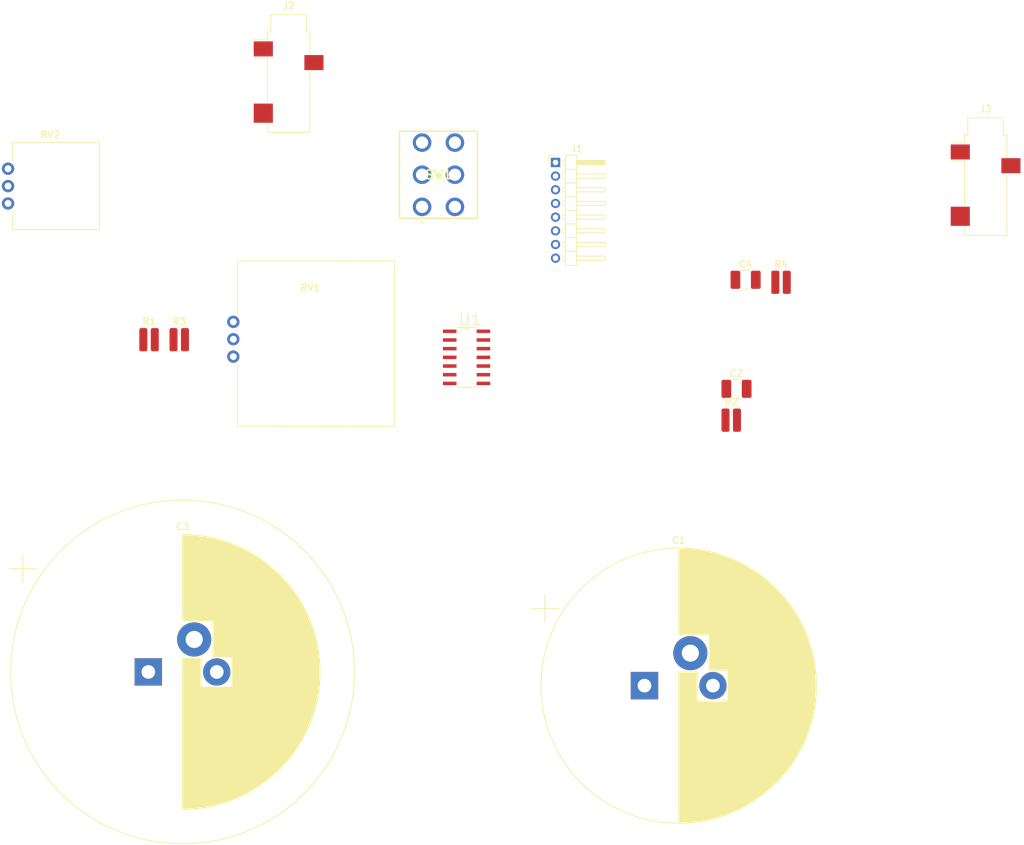
<source format=kicad_pcb>
(kicad_pcb (version 20171130) (host pcbnew "(5.1.6)-1")

  (general
    (thickness 1.6)
    (drawings 0)
    (tracks 0)
    (zones 0)
    (modules 15)
    (nets 22)
  )

  (page A4)
  (layers
    (0 F.Cu signal)
    (31 B.Cu signal)
    (32 B.Adhes user)
    (33 F.Adhes user)
    (34 B.Paste user)
    (35 F.Paste user)
    (36 B.SilkS user)
    (37 F.SilkS user)
    (38 B.Mask user)
    (39 F.Mask user)
    (40 Dwgs.User user)
    (41 Cmts.User user)
    (42 Eco1.User user)
    (43 Eco2.User user)
    (44 Edge.Cuts user)
    (45 Margin user)
    (46 B.CrtYd user)
    (47 F.CrtYd user)
    (48 B.Fab user)
    (49 F.Fab user)
  )

  (setup
    (last_trace_width 0.25)
    (trace_clearance 0.2)
    (zone_clearance 0.508)
    (zone_45_only no)
    (trace_min 0.2)
    (via_size 0.8)
    (via_drill 0.4)
    (via_min_size 0.4)
    (via_min_drill 0.3)
    (uvia_size 0.3)
    (uvia_drill 0.1)
    (uvias_allowed no)
    (uvia_min_size 0.2)
    (uvia_min_drill 0.1)
    (edge_width 0.05)
    (segment_width 0.2)
    (pcb_text_width 0.3)
    (pcb_text_size 1.5 1.5)
    (mod_edge_width 0.12)
    (mod_text_size 1 1)
    (mod_text_width 0.15)
    (pad_size 1.524 1.524)
    (pad_drill 0.762)
    (pad_to_mask_clearance 0.05)
    (aux_axis_origin 0 0)
    (visible_elements 7FFFFFFF)
    (pcbplotparams
      (layerselection 0x010fc_ffffffff)
      (usegerberextensions false)
      (usegerberattributes true)
      (usegerberadvancedattributes true)
      (creategerberjobfile true)
      (excludeedgelayer true)
      (linewidth 0.100000)
      (plotframeref false)
      (viasonmask false)
      (mode 1)
      (useauxorigin false)
      (hpglpennumber 1)
      (hpglpenspeed 20)
      (hpglpendiameter 15.000000)
      (psnegative false)
      (psa4output false)
      (plotreference true)
      (plotvalue true)
      (plotinvisibletext false)
      (padsonsilk false)
      (subtractmaskfromsilk false)
      (outputformat 1)
      (mirror false)
      (drillshape 1)
      (scaleselection 1)
      (outputdirectory ""))
  )

  (net 0 "")
  (net 1 "Net-(C1-Pad2)")
  (net 2 "Net-(C1-Pad1)")
  (net 3 "Net-(C2-Pad1)")
  (net 4 "Net-(C3-Pad1)")
  (net 5 "Net-(C3-Pad2)")
  (net 6 "Net-(C4-Pad1)")
  (net 7 "Net-(J1-Pad1)")
  (net 8 "Net-(J1-Pad2)")
  (net 9 GND)
  (net 10 "Net-(J1-Pad7)")
  (net 11 "Net-(J1-Pad8)")
  (net 12 "Net-(J2-PadR)")
  (net 13 "Net-(J3-PadR)")
  (net 14 "Net-(R1-Pad2)")
  (net 15 "Net-(R3-Pad2)")
  (net 16 "Net-(RV1-Pad3)")
  (net 17 "Net-(RV2-Pad3)")
  (net 18 +9V)
  (net 19 "Net-(SW1-Pad3)")
  (net 20 -9V)
  (net 21 "Net-(SW1-Pad6)")

  (net_class Default "This is the default net class."
    (clearance 0.2)
    (trace_width 0.25)
    (via_dia 0.8)
    (via_drill 0.4)
    (uvia_dia 0.3)
    (uvia_drill 0.1)
    (add_net +9V)
    (add_net -9V)
    (add_net GND)
    (add_net "Net-(C1-Pad1)")
    (add_net "Net-(C1-Pad2)")
    (add_net "Net-(C2-Pad1)")
    (add_net "Net-(C3-Pad1)")
    (add_net "Net-(C3-Pad2)")
    (add_net "Net-(C4-Pad1)")
    (add_net "Net-(J1-Pad1)")
    (add_net "Net-(J1-Pad2)")
    (add_net "Net-(J1-Pad7)")
    (add_net "Net-(J1-Pad8)")
    (add_net "Net-(J2-PadR)")
    (add_net "Net-(J3-PadR)")
    (add_net "Net-(R1-Pad2)")
    (add_net "Net-(R3-Pad2)")
    (add_net "Net-(RV1-Pad3)")
    (add_net "Net-(RV2-Pad3)")
    (add_net "Net-(SW1-Pad3)")
    (add_net "Net-(SW1-Pad6)")
  )

  (module Capacitor_THT:CP_Radial_D40.0mm_P10.00mm_3pin_SnapIn (layer F.Cu) (tedit 62138369) (tstamp 62152325)
    (at 74.5 169)
    (descr "CP, Radial series, Radial, pin pitch=10.00mm, , diameter=40mm, Electrolytic Capacitor, , http://www.vishay.com/docs/28342/058059pll-si.pdf")
    (tags "CP Radial series Radial pin pitch 10.00mm  diameter 40mm Electrolytic Capacitor")
    (path /6218C32B)
    (fp_text reference C3 (at 5 -21.25) (layer F.SilkS)
      (effects (font (size 1 1) (thickness 0.15)))
    )
    (fp_text value 260u (at 5 21.25) (layer F.Fab)
      (effects (font (size 1 1) (thickness 0.15)))
    )
    (fp_circle (center 5 0) (end 30 0) (layer F.Fab) (width 0.1))
    (fp_circle (center 5 0) (end 30.12 0) (layer F.SilkS) (width 0.12))
    (fp_circle (center 5 0) (end 30.25 0) (layer F.CrtYd) (width 0.05))
    (fp_line (start -16.030396 -12.5975) (end -12.030396 -12.5975) (layer F.Fab) (width 0.1))
    (fp_line (start -14.030396 -14.5975) (end -14.030396 -10.5975) (layer F.Fab) (width 0.1))
    (fp_line (start 5 -20.08) (end 5 -7.49) (layer F.SilkS) (width 0.12))
    (fp_line (start 5 -2.01) (end 5 20.08) (layer F.SilkS) (width 0.12))
    (fp_line (start 5.04 -20.08) (end 5.04 -7.49) (layer F.SilkS) (width 0.12))
    (fp_line (start 5.04 -2.01) (end 5.04 20.08) (layer F.SilkS) (width 0.12))
    (fp_line (start 5.08 -20.08) (end 5.08 -7.49) (layer F.SilkS) (width 0.12))
    (fp_line (start 5.08 -2.01) (end 5.08 20.08) (layer F.SilkS) (width 0.12))
    (fp_line (start 5.12 -20.08) (end 5.12 -7.49) (layer F.SilkS) (width 0.12))
    (fp_line (start 5.12 -2.01) (end 5.12 20.08) (layer F.SilkS) (width 0.12))
    (fp_line (start 5.16 -20.08) (end 5.16 -7.49) (layer F.SilkS) (width 0.12))
    (fp_line (start 5.16 -2.01) (end 5.16 20.08) (layer F.SilkS) (width 0.12))
    (fp_line (start 5.2 -20.08) (end 5.2 -7.49) (layer F.SilkS) (width 0.12))
    (fp_line (start 5.2 -2.01) (end 5.2 20.08) (layer F.SilkS) (width 0.12))
    (fp_line (start 5.24 -20.079) (end 5.24 -7.49) (layer F.SilkS) (width 0.12))
    (fp_line (start 5.24 -2.01) (end 5.24 20.079) (layer F.SilkS) (width 0.12))
    (fp_line (start 5.28 -20.079) (end 5.28 -7.49) (layer F.SilkS) (width 0.12))
    (fp_line (start 5.28 -2.01) (end 5.28 20.079) (layer F.SilkS) (width 0.12))
    (fp_line (start 5.32 -20.078) (end 5.32 -7.49) (layer F.SilkS) (width 0.12))
    (fp_line (start 5.32 -2.01) (end 5.32 20.078) (layer F.SilkS) (width 0.12))
    (fp_line (start 5.36 -20.077) (end 5.36 -7.49) (layer F.SilkS) (width 0.12))
    (fp_line (start 5.36 -2.01) (end 5.36 20.077) (layer F.SilkS) (width 0.12))
    (fp_line (start 5.4 -20.077) (end 5.4 -7.49) (layer F.SilkS) (width 0.12))
    (fp_line (start 5.4 -2.01) (end 5.4 20.077) (layer F.SilkS) (width 0.12))
    (fp_line (start 5.44 -20.076) (end 5.44 -7.49) (layer F.SilkS) (width 0.12))
    (fp_line (start 5.44 -2.01) (end 5.44 20.076) (layer F.SilkS) (width 0.12))
    (fp_line (start 5.48 -20.075) (end 5.48 -7.49) (layer F.SilkS) (width 0.12))
    (fp_line (start 5.48 -2.01) (end 5.48 20.075) (layer F.SilkS) (width 0.12))
    (fp_line (start 5.52 -20.074) (end 5.52 -7.49) (layer F.SilkS) (width 0.12))
    (fp_line (start 5.52 -2.01) (end 5.52 20.074) (layer F.SilkS) (width 0.12))
    (fp_line (start 5.56 -20.073) (end 5.56 -7.49) (layer F.SilkS) (width 0.12))
    (fp_line (start 5.56 -2.01) (end 5.56 20.073) (layer F.SilkS) (width 0.12))
    (fp_line (start 5.6 -20.072) (end 5.6 -7.49) (layer F.SilkS) (width 0.12))
    (fp_line (start 5.6 -2.01) (end 5.6 20.072) (layer F.SilkS) (width 0.12))
    (fp_line (start 5.64 -20.07) (end 5.64 -7.49) (layer F.SilkS) (width 0.12))
    (fp_line (start 5.64 -2.01) (end 5.64 20.07) (layer F.SilkS) (width 0.12))
    (fp_line (start 5.68 -20.069) (end 5.68 -7.49) (layer F.SilkS) (width 0.12))
    (fp_line (start 5.68 -2.01) (end 5.68 20.069) (layer F.SilkS) (width 0.12))
    (fp_line (start 5.721 -20.068) (end 5.721 -7.49) (layer F.SilkS) (width 0.12))
    (fp_line (start 5.721 -2.01) (end 5.721 20.068) (layer F.SilkS) (width 0.12))
    (fp_line (start 5.761 -20.066) (end 5.761 -7.49) (layer F.SilkS) (width 0.12))
    (fp_line (start 5.761 -2.01) (end 5.761 20.066) (layer F.SilkS) (width 0.12))
    (fp_line (start 5.801 -20.065) (end 5.801 -7.49) (layer F.SilkS) (width 0.12))
    (fp_line (start 5.801 -2.01) (end 5.801 20.065) (layer F.SilkS) (width 0.12))
    (fp_line (start 5.841 -20.063) (end 5.841 -7.49) (layer F.SilkS) (width 0.12))
    (fp_line (start 5.841 -2.01) (end 5.841 20.063) (layer F.SilkS) (width 0.12))
    (fp_line (start 5.881 -20.061) (end 5.881 -7.49) (layer F.SilkS) (width 0.12))
    (fp_line (start 5.881 -2.01) (end 5.881 20.061) (layer F.SilkS) (width 0.12))
    (fp_line (start 5.921 -20.059) (end 5.921 -7.49) (layer F.SilkS) (width 0.12))
    (fp_line (start 5.921 -2.01) (end 5.921 20.059) (layer F.SilkS) (width 0.12))
    (fp_line (start 5.961 -20.058) (end 5.961 -7.49) (layer F.SilkS) (width 0.12))
    (fp_line (start 5.961 -2.01) (end 5.961 20.058) (layer F.SilkS) (width 0.12))
    (fp_line (start 6.001 -20.056) (end 6.001 -7.49) (layer F.SilkS) (width 0.12))
    (fp_line (start 6.001 -2.01) (end 6.001 20.056) (layer F.SilkS) (width 0.12))
    (fp_line (start 6.041 -20.054) (end 6.041 -7.49) (layer F.SilkS) (width 0.12))
    (fp_line (start 6.041 -2.01) (end 6.041 20.054) (layer F.SilkS) (width 0.12))
    (fp_line (start 6.081 -20.051) (end 6.081 -7.49) (layer F.SilkS) (width 0.12))
    (fp_line (start 6.081 -2.01) (end 6.081 20.051) (layer F.SilkS) (width 0.12))
    (fp_line (start 6.121 -20.049) (end 6.121 -7.49) (layer F.SilkS) (width 0.12))
    (fp_line (start 6.121 -2.01) (end 6.121 20.049) (layer F.SilkS) (width 0.12))
    (fp_line (start 6.161 -20.047) (end 6.161 -7.49) (layer F.SilkS) (width 0.12))
    (fp_line (start 6.161 -2.01) (end 6.161 20.047) (layer F.SilkS) (width 0.12))
    (fp_line (start 6.201 -20.045) (end 6.201 -7.49) (layer F.SilkS) (width 0.12))
    (fp_line (start 6.201 -2.01) (end 6.201 20.045) (layer F.SilkS) (width 0.12))
    (fp_line (start 6.241 -20.042) (end 6.241 -7.49) (layer F.SilkS) (width 0.12))
    (fp_line (start 6.241 -2.01) (end 6.241 20.042) (layer F.SilkS) (width 0.12))
    (fp_line (start 6.281 -20.04) (end 6.281 -7.49) (layer F.SilkS) (width 0.12))
    (fp_line (start 6.281 -2.01) (end 6.281 20.04) (layer F.SilkS) (width 0.12))
    (fp_line (start 6.321 -20.037) (end 6.321 -7.49) (layer F.SilkS) (width 0.12))
    (fp_line (start 6.321 -2.01) (end 6.321 20.037) (layer F.SilkS) (width 0.12))
    (fp_line (start 6.361 -20.034) (end 6.361 -7.49) (layer F.SilkS) (width 0.12))
    (fp_line (start 6.361 -2.01) (end 6.361 20.034) (layer F.SilkS) (width 0.12))
    (fp_line (start 6.401 -20.032) (end 6.401 -7.49) (layer F.SilkS) (width 0.12))
    (fp_line (start 6.401 -2.01) (end 6.401 20.032) (layer F.SilkS) (width 0.12))
    (fp_line (start 6.441 -20.029) (end 6.441 -7.49) (layer F.SilkS) (width 0.12))
    (fp_line (start 6.441 -2.01) (end 6.441 20.029) (layer F.SilkS) (width 0.12))
    (fp_line (start 6.481 -20.026) (end 6.481 -7.49) (layer F.SilkS) (width 0.12))
    (fp_line (start 6.481 -2.01) (end 6.481 20.026) (layer F.SilkS) (width 0.12))
    (fp_line (start 6.521 -20.023) (end 6.521 -7.49) (layer F.SilkS) (width 0.12))
    (fp_line (start 6.521 -2.01) (end 6.521 20.023) (layer F.SilkS) (width 0.12))
    (fp_line (start 6.561 -20.02) (end 6.561 -7.49) (layer F.SilkS) (width 0.12))
    (fp_line (start 6.561 -2.01) (end 6.561 20.02) (layer F.SilkS) (width 0.12))
    (fp_line (start 6.601 -20.017) (end 6.601 -7.49) (layer F.SilkS) (width 0.12))
    (fp_line (start 6.601 -2.01) (end 6.601 20.017) (layer F.SilkS) (width 0.12))
    (fp_line (start 6.641 -20.014) (end 6.641 -7.49) (layer F.SilkS) (width 0.12))
    (fp_line (start 6.641 -2.01) (end 6.641 20.014) (layer F.SilkS) (width 0.12))
    (fp_line (start 6.681 -20.01) (end 6.681 -7.49) (layer F.SilkS) (width 0.12))
    (fp_line (start 6.681 -2.01) (end 6.681 20.01) (layer F.SilkS) (width 0.12))
    (fp_line (start 6.721 -20.007) (end 6.721 -7.49) (layer F.SilkS) (width 0.12))
    (fp_line (start 6.721 -2.01) (end 6.721 20.007) (layer F.SilkS) (width 0.12))
    (fp_line (start 6.761 -20.003) (end 6.761 -7.49) (layer F.SilkS) (width 0.12))
    (fp_line (start 6.761 -2.01) (end 6.761 20.003) (layer F.SilkS) (width 0.12))
    (fp_line (start 6.801 -20) (end 6.801 -7.49) (layer F.SilkS) (width 0.12))
    (fp_line (start 6.801 -2.01) (end 6.801 20) (layer F.SilkS) (width 0.12))
    (fp_line (start 6.841 -19.996) (end 6.841 -7.49) (layer F.SilkS) (width 0.12))
    (fp_line (start 6.841 -2.01) (end 6.841 19.996) (layer F.SilkS) (width 0.12))
    (fp_line (start 6.881 -19.992) (end 6.881 -7.49) (layer F.SilkS) (width 0.12))
    (fp_line (start 6.881 -2.01) (end 6.881 19.992) (layer F.SilkS) (width 0.12))
    (fp_line (start 6.921 -19.989) (end 6.921 -7.49) (layer F.SilkS) (width 0.12))
    (fp_line (start 6.921 -2.01) (end 6.921 19.989) (layer F.SilkS) (width 0.12))
    (fp_line (start 6.961 -19.985) (end 6.961 -7.49) (layer F.SilkS) (width 0.12))
    (fp_line (start 6.961 -2.01) (end 6.961 19.985) (layer F.SilkS) (width 0.12))
    (fp_line (start 7.001 -19.981) (end 7.001 -7.49) (layer F.SilkS) (width 0.12))
    (fp_line (start 7.001 -2.01) (end 7.001 19.981) (layer F.SilkS) (width 0.12))
    (fp_line (start 7.041 -19.977) (end 7.041 -7.49) (layer F.SilkS) (width 0.12))
    (fp_line (start 7.041 -2.01) (end 7.041 19.977) (layer F.SilkS) (width 0.12))
    (fp_line (start 7.081 -19.973) (end 7.081 -7.49) (layer F.SilkS) (width 0.12))
    (fp_line (start 7.081 -2.01) (end 7.081 19.973) (layer F.SilkS) (width 0.12))
    (fp_line (start 7.121 -19.968) (end 7.121 -7.49) (layer F.SilkS) (width 0.12))
    (fp_line (start 7.121 -2.01) (end 7.121 19.968) (layer F.SilkS) (width 0.12))
    (fp_line (start 7.161 -19.964) (end 7.161 -7.49) (layer F.SilkS) (width 0.12))
    (fp_line (start 7.161 -2.01) (end 7.161 19.964) (layer F.SilkS) (width 0.12))
    (fp_line (start 7.201 -19.96) (end 7.201 -7.49) (layer F.SilkS) (width 0.12))
    (fp_line (start 7.201 -2.01) (end 7.201 19.96) (layer F.SilkS) (width 0.12))
    (fp_line (start 7.241 -19.955) (end 7.241 -7.49) (layer F.SilkS) (width 0.12))
    (fp_line (start 7.241 -2.01) (end 7.241 19.955) (layer F.SilkS) (width 0.12))
    (fp_line (start 7.281 -19.951) (end 7.281 -7.49) (layer F.SilkS) (width 0.12))
    (fp_line (start 7.281 -2.01) (end 7.281 19.951) (layer F.SilkS) (width 0.12))
    (fp_line (start 7.321 -19.946) (end 7.321 -7.49) (layer F.SilkS) (width 0.12))
    (fp_line (start 7.321 -2.01) (end 7.321 19.946) (layer F.SilkS) (width 0.12))
    (fp_line (start 7.361 -19.942) (end 7.361 -7.49) (layer F.SilkS) (width 0.12))
    (fp_line (start 7.361 -2.01) (end 7.361 19.942) (layer F.SilkS) (width 0.12))
    (fp_line (start 7.401 -19.937) (end 7.401 -7.49) (layer F.SilkS) (width 0.12))
    (fp_line (start 7.401 -2.01) (end 7.401 19.937) (layer F.SilkS) (width 0.12))
    (fp_line (start 7.441 -19.932) (end 7.441 -7.49) (layer F.SilkS) (width 0.12))
    (fp_line (start 7.441 -2.01) (end 7.441 19.932) (layer F.SilkS) (width 0.12))
    (fp_line (start 7.481 -19.927) (end 7.481 -7.49) (layer F.SilkS) (width 0.12))
    (fp_line (start 7.481 -2.01) (end 7.481 19.927) (layer F.SilkS) (width 0.12))
    (fp_line (start 7.521 -19.922) (end 7.521 -7.49) (layer F.SilkS) (width 0.12))
    (fp_line (start 7.521 -2.01) (end 7.521 19.922) (layer F.SilkS) (width 0.12))
    (fp_line (start 7.561 -19.917) (end 7.561 -7.49) (layer F.SilkS) (width 0.12))
    (fp_line (start 7.561 -2.01) (end 7.561 19.917) (layer F.SilkS) (width 0.12))
    (fp_line (start 7.601 -19.912) (end 7.601 -7.49) (layer F.SilkS) (width 0.12))
    (fp_line (start 7.601 -2.01) (end 7.601 19.912) (layer F.SilkS) (width 0.12))
    (fp_line (start 7.641 -19.907) (end 7.641 -7.49) (layer F.SilkS) (width 0.12))
    (fp_line (start 7.641 -2.01) (end 7.641 19.907) (layer F.SilkS) (width 0.12))
    (fp_line (start 7.681 -19.901) (end 7.681 -7.49) (layer F.SilkS) (width 0.12))
    (fp_line (start 7.681 -2.01) (end 7.681 19.901) (layer F.SilkS) (width 0.12))
    (fp_line (start 7.721 -19.896) (end 7.721 -7.49) (layer F.SilkS) (width 0.12))
    (fp_line (start 7.721 -2.01) (end 7.721 19.896) (layer F.SilkS) (width 0.12))
    (fp_line (start 7.761 2.24) (end 7.761 19.89) (layer F.SilkS) (width 0.12))
    (fp_line (start 7.761 -19.89) (end 7.761 -7.49) (layer F.SilkS) (width 0.12))
    (fp_line (start 7.801 2.24) (end 7.801 19.885) (layer F.SilkS) (width 0.12))
    (fp_line (start 7.801 -19.885) (end 7.801 -7.49) (layer F.SilkS) (width 0.12))
    (fp_line (start 7.841 2.24) (end 7.841 19.879) (layer F.SilkS) (width 0.12))
    (fp_line (start 7.841 -19.879) (end 7.841 -7.49) (layer F.SilkS) (width 0.12))
    (fp_line (start 7.881 2.24) (end 7.881 19.873) (layer F.SilkS) (width 0.12))
    (fp_line (start 7.881 -19.873) (end 7.881 -7.49) (layer F.SilkS) (width 0.12))
    (fp_line (start 7.921 2.24) (end 7.921 19.867) (layer F.SilkS) (width 0.12))
    (fp_line (start 7.921 -19.867) (end 7.921 -7.49) (layer F.SilkS) (width 0.12))
    (fp_line (start 7.961 2.24) (end 7.961 19.862) (layer F.SilkS) (width 0.12))
    (fp_line (start 7.961 -19.862) (end 7.961 -7.49) (layer F.SilkS) (width 0.12))
    (fp_line (start 8.001 2.24) (end 8.001 19.856) (layer F.SilkS) (width 0.12))
    (fp_line (start 8.001 -19.856) (end 8.001 -7.49) (layer F.SilkS) (width 0.12))
    (fp_line (start 8.041 2.24) (end 8.041 19.85) (layer F.SilkS) (width 0.12))
    (fp_line (start 8.041 -19.85) (end 8.041 -7.49) (layer F.SilkS) (width 0.12))
    (fp_line (start 8.081 2.24) (end 8.081 19.843) (layer F.SilkS) (width 0.12))
    (fp_line (start 8.081 -19.843) (end 8.081 -7.49) (layer F.SilkS) (width 0.12))
    (fp_line (start 8.121 2.24) (end 8.121 19.837) (layer F.SilkS) (width 0.12))
    (fp_line (start 8.121 -19.837) (end 8.121 -7.49) (layer F.SilkS) (width 0.12))
    (fp_line (start 8.161 2.24) (end 8.161 19.831) (layer F.SilkS) (width 0.12))
    (fp_line (start 8.161 -19.831) (end 8.161 -7.49) (layer F.SilkS) (width 0.12))
    (fp_line (start 8.201 2.24) (end 8.201 19.824) (layer F.SilkS) (width 0.12))
    (fp_line (start 8.201 -19.824) (end 8.201 -7.49) (layer F.SilkS) (width 0.12))
    (fp_line (start 8.241 2.24) (end 8.241 19.818) (layer F.SilkS) (width 0.12))
    (fp_line (start 8.241 -19.818) (end 8.241 -7.49) (layer F.SilkS) (width 0.12))
    (fp_line (start 8.281 2.24) (end 8.281 19.811) (layer F.SilkS) (width 0.12))
    (fp_line (start 8.281 -19.811) (end 8.281 -7.49) (layer F.SilkS) (width 0.12))
    (fp_line (start 8.321 2.24) (end 8.321 19.805) (layer F.SilkS) (width 0.12))
    (fp_line (start 8.321 -19.805) (end 8.321 -7.49) (layer F.SilkS) (width 0.12))
    (fp_line (start 8.361 2.24) (end 8.361 19.798) (layer F.SilkS) (width 0.12))
    (fp_line (start 8.361 -19.798) (end 8.361 -7.49) (layer F.SilkS) (width 0.12))
    (fp_line (start 8.401 2.24) (end 8.401 19.791) (layer F.SilkS) (width 0.12))
    (fp_line (start 8.401 -19.791) (end 8.401 -7.49) (layer F.SilkS) (width 0.12))
    (fp_line (start 8.441 2.24) (end 8.441 19.784) (layer F.SilkS) (width 0.12))
    (fp_line (start 8.441 -19.784) (end 8.441 -7.49) (layer F.SilkS) (width 0.12))
    (fp_line (start 8.481 2.24) (end 8.481 19.777) (layer F.SilkS) (width 0.12))
    (fp_line (start 8.481 -19.777) (end 8.481 -7.49) (layer F.SilkS) (width 0.12))
    (fp_line (start 8.521 2.24) (end 8.521 19.77) (layer F.SilkS) (width 0.12))
    (fp_line (start 8.521 -19.77) (end 8.521 -7.49) (layer F.SilkS) (width 0.12))
    (fp_line (start 8.561 2.24) (end 8.561 19.763) (layer F.SilkS) (width 0.12))
    (fp_line (start 8.561 -19.763) (end 8.561 -7.49) (layer F.SilkS) (width 0.12))
    (fp_line (start 8.601 2.24) (end 8.601 19.756) (layer F.SilkS) (width 0.12))
    (fp_line (start 8.601 -19.756) (end 8.601 -7.49) (layer F.SilkS) (width 0.12))
    (fp_line (start 8.641 2.24) (end 8.641 19.748) (layer F.SilkS) (width 0.12))
    (fp_line (start 8.641 -19.748) (end 8.641 -7.49) (layer F.SilkS) (width 0.12))
    (fp_line (start 8.681 2.24) (end 8.681 19.741) (layer F.SilkS) (width 0.12))
    (fp_line (start 8.681 -19.741) (end 8.681 -7.49) (layer F.SilkS) (width 0.12))
    (fp_line (start 8.721 2.24) (end 8.721 19.734) (layer F.SilkS) (width 0.12))
    (fp_line (start 8.721 -19.734) (end 8.721 -7.49) (layer F.SilkS) (width 0.12))
    (fp_line (start 8.761 2.24) (end 8.761 19.726) (layer F.SilkS) (width 0.12))
    (fp_line (start 8.761 -19.726) (end 8.761 -7.49) (layer F.SilkS) (width 0.12))
    (fp_line (start 8.801 2.24) (end 8.801 19.718) (layer F.SilkS) (width 0.12))
    (fp_line (start 8.801 -19.718) (end 8.801 -7.49) (layer F.SilkS) (width 0.12))
    (fp_line (start 8.841 2.24) (end 8.841 19.711) (layer F.SilkS) (width 0.12))
    (fp_line (start 8.841 -19.711) (end 8.841 -7.49) (layer F.SilkS) (width 0.12))
    (fp_line (start 8.881 2.24) (end 8.881 19.703) (layer F.SilkS) (width 0.12))
    (fp_line (start 8.881 -19.703) (end 8.881 -7.49) (layer F.SilkS) (width 0.12))
    (fp_line (start 8.921 2.24) (end 8.921 19.695) (layer F.SilkS) (width 0.12))
    (fp_line (start 8.921 -19.695) (end 8.921 -7.49) (layer F.SilkS) (width 0.12))
    (fp_line (start 8.961 2.24) (end 8.961 19.687) (layer F.SilkS) (width 0.12))
    (fp_line (start 8.961 -19.687) (end 8.961 -7.49) (layer F.SilkS) (width 0.12))
    (fp_line (start 9.001 2.24) (end 9.001 19.679) (layer F.SilkS) (width 0.12))
    (fp_line (start 9.001 -19.679) (end 9.001 -7.49) (layer F.SilkS) (width 0.12))
    (fp_line (start 9.041 2.24) (end 9.041 19.671) (layer F.SilkS) (width 0.12))
    (fp_line (start 9.041 -19.671) (end 9.041 -7.49) (layer F.SilkS) (width 0.12))
    (fp_line (start 9.081 2.24) (end 9.081 19.662) (layer F.SilkS) (width 0.12))
    (fp_line (start 9.081 -19.662) (end 9.081 -7.49) (layer F.SilkS) (width 0.12))
    (fp_line (start 9.121 2.24) (end 9.121 19.654) (layer F.SilkS) (width 0.12))
    (fp_line (start 9.121 -19.654) (end 9.121 -7.49) (layer F.SilkS) (width 0.12))
    (fp_line (start 9.161 2.24) (end 9.161 19.646) (layer F.SilkS) (width 0.12))
    (fp_line (start 9.161 -19.646) (end 9.161 -7.49) (layer F.SilkS) (width 0.12))
    (fp_line (start 9.201 2.24) (end 9.201 19.637) (layer F.SilkS) (width 0.12))
    (fp_line (start 9.201 -19.637) (end 9.201 -7.49) (layer F.SilkS) (width 0.12))
    (fp_line (start 9.241 2.24) (end 9.241 19.629) (layer F.SilkS) (width 0.12))
    (fp_line (start 9.241 -19.629) (end 9.241 -7.49) (layer F.SilkS) (width 0.12))
    (fp_line (start 9.281 2.24) (end 9.281 19.62) (layer F.SilkS) (width 0.12))
    (fp_line (start 9.281 -19.62) (end 9.281 -7.49) (layer F.SilkS) (width 0.12))
    (fp_line (start 9.321 2.24) (end 9.321 19.611) (layer F.SilkS) (width 0.12))
    (fp_line (start 9.321 -19.611) (end 9.321 -7.49) (layer F.SilkS) (width 0.12))
    (fp_line (start 9.361 2.24) (end 9.361 19.602) (layer F.SilkS) (width 0.12))
    (fp_line (start 9.361 -19.602) (end 9.361 -7.49) (layer F.SilkS) (width 0.12))
    (fp_line (start 9.401 2.24) (end 9.401 19.593) (layer F.SilkS) (width 0.12))
    (fp_line (start 9.401 -19.593) (end 9.401 -7.49) (layer F.SilkS) (width 0.12))
    (fp_line (start 9.441 -19.584) (end 9.441 -2.24) (layer F.SilkS) (width 0.12))
    (fp_line (start 9.441 2.24) (end 9.441 19.584) (layer F.SilkS) (width 0.12))
    (fp_line (start 9.481 -19.575) (end 9.481 -2.24) (layer F.SilkS) (width 0.12))
    (fp_line (start 9.481 2.24) (end 9.481 19.575) (layer F.SilkS) (width 0.12))
    (fp_line (start 9.521 -19.566) (end 9.521 -2.24) (layer F.SilkS) (width 0.12))
    (fp_line (start 9.521 2.24) (end 9.521 19.566) (layer F.SilkS) (width 0.12))
    (fp_line (start 9.561 -19.557) (end 9.561 -2.24) (layer F.SilkS) (width 0.12))
    (fp_line (start 9.561 2.24) (end 9.561 19.557) (layer F.SilkS) (width 0.12))
    (fp_line (start 9.601 -19.548) (end 9.601 -2.24) (layer F.SilkS) (width 0.12))
    (fp_line (start 9.601 2.24) (end 9.601 19.548) (layer F.SilkS) (width 0.12))
    (fp_line (start 9.641 -19.538) (end 9.641 -2.24) (layer F.SilkS) (width 0.12))
    (fp_line (start 9.641 2.24) (end 9.641 19.538) (layer F.SilkS) (width 0.12))
    (fp_line (start 9.681 -19.529) (end 9.681 -2.24) (layer F.SilkS) (width 0.12))
    (fp_line (start 9.681 2.24) (end 9.681 19.529) (layer F.SilkS) (width 0.12))
    (fp_line (start 9.721 -19.519) (end 9.721 -2.24) (layer F.SilkS) (width 0.12))
    (fp_line (start 9.721 2.24) (end 9.721 19.519) (layer F.SilkS) (width 0.12))
    (fp_line (start 9.761 -19.509) (end 9.761 -2.24) (layer F.SilkS) (width 0.12))
    (fp_line (start 9.761 2.24) (end 9.761 19.509) (layer F.SilkS) (width 0.12))
    (fp_line (start 9.801 -19.5) (end 9.801 -2.24) (layer F.SilkS) (width 0.12))
    (fp_line (start 9.801 2.24) (end 9.801 19.5) (layer F.SilkS) (width 0.12))
    (fp_line (start 9.841 -19.49) (end 9.841 -2.24) (layer F.SilkS) (width 0.12))
    (fp_line (start 9.841 2.24) (end 9.841 19.49) (layer F.SilkS) (width 0.12))
    (fp_line (start 9.881 -19.48) (end 9.881 -2.24) (layer F.SilkS) (width 0.12))
    (fp_line (start 9.881 2.24) (end 9.881 19.48) (layer F.SilkS) (width 0.12))
    (fp_line (start 9.921 -19.47) (end 9.921 -2.24) (layer F.SilkS) (width 0.12))
    (fp_line (start 9.921 2.24) (end 9.921 19.47) (layer F.SilkS) (width 0.12))
    (fp_line (start 9.961 -19.46) (end 9.961 -2.24) (layer F.SilkS) (width 0.12))
    (fp_line (start 9.961 2.24) (end 9.961 19.46) (layer F.SilkS) (width 0.12))
    (fp_line (start 10.001 -19.449) (end 10.001 -2.24) (layer F.SilkS) (width 0.12))
    (fp_line (start 10.001 2.24) (end 10.001 19.449) (layer F.SilkS) (width 0.12))
    (fp_line (start 10.041 -19.439) (end 10.041 -2.24) (layer F.SilkS) (width 0.12))
    (fp_line (start 10.041 2.24) (end 10.041 19.439) (layer F.SilkS) (width 0.12))
    (fp_line (start 10.081 -19.429) (end 10.081 -2.24) (layer F.SilkS) (width 0.12))
    (fp_line (start 10.081 2.24) (end 10.081 19.429) (layer F.SilkS) (width 0.12))
    (fp_line (start 10.121 -19.418) (end 10.121 -2.24) (layer F.SilkS) (width 0.12))
    (fp_line (start 10.121 2.24) (end 10.121 19.418) (layer F.SilkS) (width 0.12))
    (fp_line (start 10.161 -19.408) (end 10.161 -2.24) (layer F.SilkS) (width 0.12))
    (fp_line (start 10.161 2.24) (end 10.161 19.408) (layer F.SilkS) (width 0.12))
    (fp_line (start 10.201 -19.397) (end 10.201 -2.24) (layer F.SilkS) (width 0.12))
    (fp_line (start 10.201 2.24) (end 10.201 19.397) (layer F.SilkS) (width 0.12))
    (fp_line (start 10.241 -19.386) (end 10.241 -2.24) (layer F.SilkS) (width 0.12))
    (fp_line (start 10.241 2.24) (end 10.241 19.386) (layer F.SilkS) (width 0.12))
    (fp_line (start 10.281 -19.375) (end 10.281 -2.24) (layer F.SilkS) (width 0.12))
    (fp_line (start 10.281 2.24) (end 10.281 19.375) (layer F.SilkS) (width 0.12))
    (fp_line (start 10.321 -19.364) (end 10.321 -2.24) (layer F.SilkS) (width 0.12))
    (fp_line (start 10.321 2.24) (end 10.321 19.364) (layer F.SilkS) (width 0.12))
    (fp_line (start 10.361 -19.353) (end 10.361 -2.24) (layer F.SilkS) (width 0.12))
    (fp_line (start 10.361 2.24) (end 10.361 19.353) (layer F.SilkS) (width 0.12))
    (fp_line (start 10.401 -19.342) (end 10.401 -2.24) (layer F.SilkS) (width 0.12))
    (fp_line (start 10.401 2.24) (end 10.401 19.342) (layer F.SilkS) (width 0.12))
    (fp_line (start 10.441 -19.331) (end 10.441 -2.24) (layer F.SilkS) (width 0.12))
    (fp_line (start 10.441 2.24) (end 10.441 19.331) (layer F.SilkS) (width 0.12))
    (fp_line (start 10.481 -19.32) (end 10.481 -2.24) (layer F.SilkS) (width 0.12))
    (fp_line (start 10.481 2.24) (end 10.481 19.32) (layer F.SilkS) (width 0.12))
    (fp_line (start 10.521 -19.308) (end 10.521 -2.24) (layer F.SilkS) (width 0.12))
    (fp_line (start 10.521 2.24) (end 10.521 19.308) (layer F.SilkS) (width 0.12))
    (fp_line (start 10.561 -19.297) (end 10.561 -2.24) (layer F.SilkS) (width 0.12))
    (fp_line (start 10.561 2.24) (end 10.561 19.297) (layer F.SilkS) (width 0.12))
    (fp_line (start 10.601 -19.285) (end 10.601 -2.24) (layer F.SilkS) (width 0.12))
    (fp_line (start 10.601 2.24) (end 10.601 19.285) (layer F.SilkS) (width 0.12))
    (fp_line (start 10.641 -19.274) (end 10.641 -2.24) (layer F.SilkS) (width 0.12))
    (fp_line (start 10.641 2.24) (end 10.641 19.274) (layer F.SilkS) (width 0.12))
    (fp_line (start 10.681 -19.262) (end 10.681 -2.24) (layer F.SilkS) (width 0.12))
    (fp_line (start 10.681 2.24) (end 10.681 19.262) (layer F.SilkS) (width 0.12))
    (fp_line (start 10.721 -19.25) (end 10.721 -2.24) (layer F.SilkS) (width 0.12))
    (fp_line (start 10.721 2.24) (end 10.721 19.25) (layer F.SilkS) (width 0.12))
    (fp_line (start 10.761 -19.238) (end 10.761 -2.24) (layer F.SilkS) (width 0.12))
    (fp_line (start 10.761 2.24) (end 10.761 19.238) (layer F.SilkS) (width 0.12))
    (fp_line (start 10.801 -19.226) (end 10.801 -2.24) (layer F.SilkS) (width 0.12))
    (fp_line (start 10.801 2.24) (end 10.801 19.226) (layer F.SilkS) (width 0.12))
    (fp_line (start 10.841 -19.214) (end 10.841 -2.24) (layer F.SilkS) (width 0.12))
    (fp_line (start 10.841 2.24) (end 10.841 19.214) (layer F.SilkS) (width 0.12))
    (fp_line (start 10.881 -19.202) (end 10.881 -2.24) (layer F.SilkS) (width 0.12))
    (fp_line (start 10.881 2.24) (end 10.881 19.202) (layer F.SilkS) (width 0.12))
    (fp_line (start 10.921 -19.19) (end 10.921 -2.24) (layer F.SilkS) (width 0.12))
    (fp_line (start 10.921 2.24) (end 10.921 19.19) (layer F.SilkS) (width 0.12))
    (fp_line (start 10.961 -19.177) (end 10.961 -2.24) (layer F.SilkS) (width 0.12))
    (fp_line (start 10.961 2.24) (end 10.961 19.177) (layer F.SilkS) (width 0.12))
    (fp_line (start 11.001 -19.165) (end 11.001 -2.24) (layer F.SilkS) (width 0.12))
    (fp_line (start 11.001 2.24) (end 11.001 19.165) (layer F.SilkS) (width 0.12))
    (fp_line (start 11.041 -19.152) (end 11.041 -2.24) (layer F.SilkS) (width 0.12))
    (fp_line (start 11.041 2.24) (end 11.041 19.152) (layer F.SilkS) (width 0.12))
    (fp_line (start 11.081 -19.14) (end 11.081 -2.24) (layer F.SilkS) (width 0.12))
    (fp_line (start 11.081 2.24) (end 11.081 19.14) (layer F.SilkS) (width 0.12))
    (fp_line (start 11.121 -19.127) (end 11.121 -2.24) (layer F.SilkS) (width 0.12))
    (fp_line (start 11.121 2.24) (end 11.121 19.127) (layer F.SilkS) (width 0.12))
    (fp_line (start 11.161 -19.114) (end 11.161 -2.24) (layer F.SilkS) (width 0.12))
    (fp_line (start 11.161 2.24) (end 11.161 19.114) (layer F.SilkS) (width 0.12))
    (fp_line (start 11.201 -19.101) (end 11.201 -2.24) (layer F.SilkS) (width 0.12))
    (fp_line (start 11.201 2.24) (end 11.201 19.101) (layer F.SilkS) (width 0.12))
    (fp_line (start 11.241 -19.088) (end 11.241 -2.24) (layer F.SilkS) (width 0.12))
    (fp_line (start 11.241 2.24) (end 11.241 19.088) (layer F.SilkS) (width 0.12))
    (fp_line (start 11.281 -19.075) (end 11.281 -2.24) (layer F.SilkS) (width 0.12))
    (fp_line (start 11.281 2.24) (end 11.281 19.075) (layer F.SilkS) (width 0.12))
    (fp_line (start 11.321 -19.062) (end 11.321 -2.24) (layer F.SilkS) (width 0.12))
    (fp_line (start 11.321 2.24) (end 11.321 19.062) (layer F.SilkS) (width 0.12))
    (fp_line (start 11.361 -19.049) (end 11.361 -2.24) (layer F.SilkS) (width 0.12))
    (fp_line (start 11.361 2.24) (end 11.361 19.049) (layer F.SilkS) (width 0.12))
    (fp_line (start 11.401 -19.035) (end 11.401 -2.24) (layer F.SilkS) (width 0.12))
    (fp_line (start 11.401 2.24) (end 11.401 19.035) (layer F.SilkS) (width 0.12))
    (fp_line (start 11.441 -19.022) (end 11.441 -2.24) (layer F.SilkS) (width 0.12))
    (fp_line (start 11.441 2.24) (end 11.441 19.022) (layer F.SilkS) (width 0.12))
    (fp_line (start 11.481 -19.008) (end 11.481 -2.24) (layer F.SilkS) (width 0.12))
    (fp_line (start 11.481 2.24) (end 11.481 19.008) (layer F.SilkS) (width 0.12))
    (fp_line (start 11.521 -18.995) (end 11.521 -2.24) (layer F.SilkS) (width 0.12))
    (fp_line (start 11.521 2.24) (end 11.521 18.995) (layer F.SilkS) (width 0.12))
    (fp_line (start 11.561 -18.981) (end 11.561 -2.24) (layer F.SilkS) (width 0.12))
    (fp_line (start 11.561 2.24) (end 11.561 18.981) (layer F.SilkS) (width 0.12))
    (fp_line (start 11.601 -18.967) (end 11.601 -2.24) (layer F.SilkS) (width 0.12))
    (fp_line (start 11.601 2.24) (end 11.601 18.967) (layer F.SilkS) (width 0.12))
    (fp_line (start 11.641 -18.953) (end 11.641 -2.24) (layer F.SilkS) (width 0.12))
    (fp_line (start 11.641 2.24) (end 11.641 18.953) (layer F.SilkS) (width 0.12))
    (fp_line (start 11.681 -18.939) (end 11.681 -2.24) (layer F.SilkS) (width 0.12))
    (fp_line (start 11.681 2.24) (end 11.681 18.939) (layer F.SilkS) (width 0.12))
    (fp_line (start 11.721 -18.925) (end 11.721 -2.24) (layer F.SilkS) (width 0.12))
    (fp_line (start 11.721 2.24) (end 11.721 18.925) (layer F.SilkS) (width 0.12))
    (fp_line (start 11.761 -18.911) (end 11.761 -2.24) (layer F.SilkS) (width 0.12))
    (fp_line (start 11.761 2.24) (end 11.761 18.911) (layer F.SilkS) (width 0.12))
    (fp_line (start 11.801 -18.897) (end 11.801 -2.24) (layer F.SilkS) (width 0.12))
    (fp_line (start 11.801 2.24) (end 11.801 18.897) (layer F.SilkS) (width 0.12))
    (fp_line (start 11.841 -18.882) (end 11.841 -2.24) (layer F.SilkS) (width 0.12))
    (fp_line (start 11.841 2.24) (end 11.841 18.882) (layer F.SilkS) (width 0.12))
    (fp_line (start 11.881 -18.868) (end 11.881 -2.24) (layer F.SilkS) (width 0.12))
    (fp_line (start 11.881 2.24) (end 11.881 18.868) (layer F.SilkS) (width 0.12))
    (fp_line (start 11.921 -18.853) (end 11.921 -2.24) (layer F.SilkS) (width 0.12))
    (fp_line (start 11.921 2.24) (end 11.921 18.853) (layer F.SilkS) (width 0.12))
    (fp_line (start 11.961 -18.838) (end 11.961 -2.24) (layer F.SilkS) (width 0.12))
    (fp_line (start 11.961 2.24) (end 11.961 18.838) (layer F.SilkS) (width 0.12))
    (fp_line (start 12.001 -18.824) (end 12.001 -2.24) (layer F.SilkS) (width 0.12))
    (fp_line (start 12.001 2.24) (end 12.001 18.824) (layer F.SilkS) (width 0.12))
    (fp_line (start 12.041 -18.809) (end 12.041 -2.24) (layer F.SilkS) (width 0.12))
    (fp_line (start 12.041 2.24) (end 12.041 18.809) (layer F.SilkS) (width 0.12))
    (fp_line (start 12.081 -18.794) (end 12.081 -2.24) (layer F.SilkS) (width 0.12))
    (fp_line (start 12.081 2.24) (end 12.081 18.794) (layer F.SilkS) (width 0.12))
    (fp_line (start 12.121 -18.779) (end 12.121 -2.24) (layer F.SilkS) (width 0.12))
    (fp_line (start 12.121 2.24) (end 12.121 18.779) (layer F.SilkS) (width 0.12))
    (fp_line (start 12.161 -18.763) (end 12.161 -2.24) (layer F.SilkS) (width 0.12))
    (fp_line (start 12.161 2.24) (end 12.161 18.763) (layer F.SilkS) (width 0.12))
    (fp_line (start 12.201 -18.748) (end 12.201 -2.24) (layer F.SilkS) (width 0.12))
    (fp_line (start 12.201 2.24) (end 12.201 18.748) (layer F.SilkS) (width 0.12))
    (fp_line (start 12.241 -18.733) (end 12.241 18.733) (layer F.SilkS) (width 0.12))
    (fp_line (start 12.281 -18.717) (end 12.281 18.717) (layer F.SilkS) (width 0.12))
    (fp_line (start 12.321 -18.702) (end 12.321 18.702) (layer F.SilkS) (width 0.12))
    (fp_line (start 12.361 -18.686) (end 12.361 18.686) (layer F.SilkS) (width 0.12))
    (fp_line (start 12.401 -18.67) (end 12.401 18.67) (layer F.SilkS) (width 0.12))
    (fp_line (start 12.441 -18.654) (end 12.441 18.654) (layer F.SilkS) (width 0.12))
    (fp_line (start 12.481 -18.638) (end 12.481 18.638) (layer F.SilkS) (width 0.12))
    (fp_line (start 12.521 -18.622) (end 12.521 18.622) (layer F.SilkS) (width 0.12))
    (fp_line (start 12.561 -18.606) (end 12.561 18.606) (layer F.SilkS) (width 0.12))
    (fp_line (start 12.601 -18.59) (end 12.601 18.59) (layer F.SilkS) (width 0.12))
    (fp_line (start 12.641 -18.574) (end 12.641 18.574) (layer F.SilkS) (width 0.12))
    (fp_line (start 12.681 -18.557) (end 12.681 18.557) (layer F.SilkS) (width 0.12))
    (fp_line (start 12.721 -18.54) (end 12.721 18.54) (layer F.SilkS) (width 0.12))
    (fp_line (start 12.761 -18.524) (end 12.761 18.524) (layer F.SilkS) (width 0.12))
    (fp_line (start 12.801 -18.507) (end 12.801 18.507) (layer F.SilkS) (width 0.12))
    (fp_line (start 12.841 -18.49) (end 12.841 18.49) (layer F.SilkS) (width 0.12))
    (fp_line (start 12.881 -18.473) (end 12.881 18.473) (layer F.SilkS) (width 0.12))
    (fp_line (start 12.921 -18.456) (end 12.921 18.456) (layer F.SilkS) (width 0.12))
    (fp_line (start 12.961 -18.439) (end 12.961 18.439) (layer F.SilkS) (width 0.12))
    (fp_line (start 13.001 -18.422) (end 13.001 18.422) (layer F.SilkS) (width 0.12))
    (fp_line (start 13.041 -18.404) (end 13.041 18.404) (layer F.SilkS) (width 0.12))
    (fp_line (start 13.081 -18.387) (end 13.081 18.387) (layer F.SilkS) (width 0.12))
    (fp_line (start 13.121 -18.369) (end 13.121 18.369) (layer F.SilkS) (width 0.12))
    (fp_line (start 13.161 -18.351) (end 13.161 18.351) (layer F.SilkS) (width 0.12))
    (fp_line (start 13.2 -18.334) (end 13.2 18.334) (layer F.SilkS) (width 0.12))
    (fp_line (start 13.24 -18.316) (end 13.24 18.316) (layer F.SilkS) (width 0.12))
    (fp_line (start 13.28 -18.298) (end 13.28 18.298) (layer F.SilkS) (width 0.12))
    (fp_line (start 13.32 -18.28) (end 13.32 18.28) (layer F.SilkS) (width 0.12))
    (fp_line (start 13.36 -18.261) (end 13.36 18.261) (layer F.SilkS) (width 0.12))
    (fp_line (start 13.4 -18.243) (end 13.4 18.243) (layer F.SilkS) (width 0.12))
    (fp_line (start 13.44 -18.225) (end 13.44 18.225) (layer F.SilkS) (width 0.12))
    (fp_line (start 13.48 -18.206) (end 13.48 18.206) (layer F.SilkS) (width 0.12))
    (fp_line (start 13.52 -18.188) (end 13.52 18.188) (layer F.SilkS) (width 0.12))
    (fp_line (start 13.56 -18.169) (end 13.56 18.169) (layer F.SilkS) (width 0.12))
    (fp_line (start 13.6 -18.15) (end 13.6 18.15) (layer F.SilkS) (width 0.12))
    (fp_line (start 13.64 -18.131) (end 13.64 18.131) (layer F.SilkS) (width 0.12))
    (fp_line (start 13.68 -18.112) (end 13.68 18.112) (layer F.SilkS) (width 0.12))
    (fp_line (start 13.72 -18.093) (end 13.72 18.093) (layer F.SilkS) (width 0.12))
    (fp_line (start 13.76 -18.073) (end 13.76 18.073) (layer F.SilkS) (width 0.12))
    (fp_line (start 13.8 -18.054) (end 13.8 18.054) (layer F.SilkS) (width 0.12))
    (fp_line (start 13.84 -18.034) (end 13.84 18.034) (layer F.SilkS) (width 0.12))
    (fp_line (start 13.88 -18.015) (end 13.88 18.015) (layer F.SilkS) (width 0.12))
    (fp_line (start 13.92 -17.995) (end 13.92 17.995) (layer F.SilkS) (width 0.12))
    (fp_line (start 13.96 -17.975) (end 13.96 17.975) (layer F.SilkS) (width 0.12))
    (fp_line (start 14 -17.955) (end 14 17.955) (layer F.SilkS) (width 0.12))
    (fp_line (start 14.04 -17.935) (end 14.04 17.935) (layer F.SilkS) (width 0.12))
    (fp_line (start 14.08 -17.915) (end 14.08 17.915) (layer F.SilkS) (width 0.12))
    (fp_line (start 14.12 -17.895) (end 14.12 17.895) (layer F.SilkS) (width 0.12))
    (fp_line (start 14.16 -17.874) (end 14.16 17.874) (layer F.SilkS) (width 0.12))
    (fp_line (start 14.2 -17.854) (end 14.2 17.854) (layer F.SilkS) (width 0.12))
    (fp_line (start 14.24 -17.833) (end 14.24 17.833) (layer F.SilkS) (width 0.12))
    (fp_line (start 14.28 -17.813) (end 14.28 17.813) (layer F.SilkS) (width 0.12))
    (fp_line (start 14.32 -17.792) (end 14.32 17.792) (layer F.SilkS) (width 0.12))
    (fp_line (start 14.36 -17.771) (end 14.36 17.771) (layer F.SilkS) (width 0.12))
    (fp_line (start 14.4 -17.75) (end 14.4 17.75) (layer F.SilkS) (width 0.12))
    (fp_line (start 14.44 -17.728) (end 14.44 17.728) (layer F.SilkS) (width 0.12))
    (fp_line (start 14.48 -17.707) (end 14.48 17.707) (layer F.SilkS) (width 0.12))
    (fp_line (start 14.52 -17.686) (end 14.52 17.686) (layer F.SilkS) (width 0.12))
    (fp_line (start 14.56 -17.664) (end 14.56 17.664) (layer F.SilkS) (width 0.12))
    (fp_line (start 14.6 -17.643) (end 14.6 17.643) (layer F.SilkS) (width 0.12))
    (fp_line (start 14.64 -17.621) (end 14.64 17.621) (layer F.SilkS) (width 0.12))
    (fp_line (start 14.68 -17.599) (end 14.68 17.599) (layer F.SilkS) (width 0.12))
    (fp_line (start 14.72 -17.577) (end 14.72 17.577) (layer F.SilkS) (width 0.12))
    (fp_line (start 14.76 -17.555) (end 14.76 17.555) (layer F.SilkS) (width 0.12))
    (fp_line (start 14.8 -17.532) (end 14.8 17.532) (layer F.SilkS) (width 0.12))
    (fp_line (start 14.84 -17.51) (end 14.84 17.51) (layer F.SilkS) (width 0.12))
    (fp_line (start 14.88 -17.488) (end 14.88 17.488) (layer F.SilkS) (width 0.12))
    (fp_line (start 14.92 -17.465) (end 14.92 17.465) (layer F.SilkS) (width 0.12))
    (fp_line (start 14.96 -17.442) (end 14.96 17.442) (layer F.SilkS) (width 0.12))
    (fp_line (start 15 -17.419) (end 15 17.419) (layer F.SilkS) (width 0.12))
    (fp_line (start 15.04 -17.396) (end 15.04 17.396) (layer F.SilkS) (width 0.12))
    (fp_line (start 15.08 -17.373) (end 15.08 17.373) (layer F.SilkS) (width 0.12))
    (fp_line (start 15.12 -17.35) (end 15.12 17.35) (layer F.SilkS) (width 0.12))
    (fp_line (start 15.16 -17.327) (end 15.16 17.327) (layer F.SilkS) (width 0.12))
    (fp_line (start 15.2 -17.303) (end 15.2 17.303) (layer F.SilkS) (width 0.12))
    (fp_line (start 15.24 -17.28) (end 15.24 17.28) (layer F.SilkS) (width 0.12))
    (fp_line (start 15.28 -17.256) (end 15.28 17.256) (layer F.SilkS) (width 0.12))
    (fp_line (start 15.32 -17.232) (end 15.32 17.232) (layer F.SilkS) (width 0.12))
    (fp_line (start 15.36 -17.208) (end 15.36 17.208) (layer F.SilkS) (width 0.12))
    (fp_line (start 15.4 -17.184) (end 15.4 17.184) (layer F.SilkS) (width 0.12))
    (fp_line (start 15.44 -17.16) (end 15.44 17.16) (layer F.SilkS) (width 0.12))
    (fp_line (start 15.48 -17.136) (end 15.48 17.136) (layer F.SilkS) (width 0.12))
    (fp_line (start 15.52 -17.111) (end 15.52 17.111) (layer F.SilkS) (width 0.12))
    (fp_line (start 15.56 -17.087) (end 15.56 17.087) (layer F.SilkS) (width 0.12))
    (fp_line (start 15.6 -17.062) (end 15.6 17.062) (layer F.SilkS) (width 0.12))
    (fp_line (start 15.64 -17.037) (end 15.64 17.037) (layer F.SilkS) (width 0.12))
    (fp_line (start 15.68 -17.012) (end 15.68 17.012) (layer F.SilkS) (width 0.12))
    (fp_line (start 15.72 -16.987) (end 15.72 16.987) (layer F.SilkS) (width 0.12))
    (fp_line (start 15.76 -16.962) (end 15.76 16.962) (layer F.SilkS) (width 0.12))
    (fp_line (start 15.8 -16.936) (end 15.8 16.936) (layer F.SilkS) (width 0.12))
    (fp_line (start 15.84 -16.911) (end 15.84 16.911) (layer F.SilkS) (width 0.12))
    (fp_line (start 15.88 -16.885) (end 15.88 16.885) (layer F.SilkS) (width 0.12))
    (fp_line (start 15.92 -16.859) (end 15.92 16.859) (layer F.SilkS) (width 0.12))
    (fp_line (start 15.96 -16.833) (end 15.96 16.833) (layer F.SilkS) (width 0.12))
    (fp_line (start 16 -16.807) (end 16 16.807) (layer F.SilkS) (width 0.12))
    (fp_line (start 16.04 -16.781) (end 16.04 16.781) (layer F.SilkS) (width 0.12))
    (fp_line (start 16.08 -16.755) (end 16.08 16.755) (layer F.SilkS) (width 0.12))
    (fp_line (start 16.12 -16.728) (end 16.12 16.728) (layer F.SilkS) (width 0.12))
    (fp_line (start 16.16 -16.702) (end 16.16 16.702) (layer F.SilkS) (width 0.12))
    (fp_line (start 16.2 -16.675) (end 16.2 16.675) (layer F.SilkS) (width 0.12))
    (fp_line (start 16.24 -16.648) (end 16.24 16.648) (layer F.SilkS) (width 0.12))
    (fp_line (start 16.28 -16.621) (end 16.28 16.621) (layer F.SilkS) (width 0.12))
    (fp_line (start 16.32 -16.594) (end 16.32 16.594) (layer F.SilkS) (width 0.12))
    (fp_line (start 16.36 -16.567) (end 16.36 16.567) (layer F.SilkS) (width 0.12))
    (fp_line (start 16.4 -16.539) (end 16.4 16.539) (layer F.SilkS) (width 0.12))
    (fp_line (start 16.44 -16.512) (end 16.44 16.512) (layer F.SilkS) (width 0.12))
    (fp_line (start 16.48 -16.484) (end 16.48 16.484) (layer F.SilkS) (width 0.12))
    (fp_line (start 16.52 -16.456) (end 16.52 16.456) (layer F.SilkS) (width 0.12))
    (fp_line (start 16.56 -16.428) (end 16.56 16.428) (layer F.SilkS) (width 0.12))
    (fp_line (start 16.6 -16.4) (end 16.6 16.4) (layer F.SilkS) (width 0.12))
    (fp_line (start 16.64 -16.372) (end 16.64 16.372) (layer F.SilkS) (width 0.12))
    (fp_line (start 16.68 -16.343) (end 16.68 16.343) (layer F.SilkS) (width 0.12))
    (fp_line (start 16.72 -16.315) (end 16.72 16.315) (layer F.SilkS) (width 0.12))
    (fp_line (start 16.76 -16.286) (end 16.76 16.286) (layer F.SilkS) (width 0.12))
    (fp_line (start 16.8 -16.257) (end 16.8 16.257) (layer F.SilkS) (width 0.12))
    (fp_line (start 16.84 -16.228) (end 16.84 16.228) (layer F.SilkS) (width 0.12))
    (fp_line (start 16.88 -16.199) (end 16.88 16.199) (layer F.SilkS) (width 0.12))
    (fp_line (start 16.92 -16.169) (end 16.92 16.169) (layer F.SilkS) (width 0.12))
    (fp_line (start 16.96 -16.14) (end 16.96 16.14) (layer F.SilkS) (width 0.12))
    (fp_line (start 17 -16.11) (end 17 16.11) (layer F.SilkS) (width 0.12))
    (fp_line (start 17.04 -16.08) (end 17.04 16.08) (layer F.SilkS) (width 0.12))
    (fp_line (start 17.08 -16.05) (end 17.08 16.05) (layer F.SilkS) (width 0.12))
    (fp_line (start 17.12 -16.02) (end 17.12 16.02) (layer F.SilkS) (width 0.12))
    (fp_line (start 17.16 -15.99) (end 17.16 15.99) (layer F.SilkS) (width 0.12))
    (fp_line (start 17.2 -15.96) (end 17.2 15.96) (layer F.SilkS) (width 0.12))
    (fp_line (start 17.24 -15.929) (end 17.24 15.929) (layer F.SilkS) (width 0.12))
    (fp_line (start 17.28 -15.898) (end 17.28 15.898) (layer F.SilkS) (width 0.12))
    (fp_line (start 17.32 -15.867) (end 17.32 15.867) (layer F.SilkS) (width 0.12))
    (fp_line (start 17.36 -15.836) (end 17.36 15.836) (layer F.SilkS) (width 0.12))
    (fp_line (start 17.4 -15.805) (end 17.4 15.805) (layer F.SilkS) (width 0.12))
    (fp_line (start 17.44 -15.774) (end 17.44 15.774) (layer F.SilkS) (width 0.12))
    (fp_line (start 17.48 -15.742) (end 17.48 15.742) (layer F.SilkS) (width 0.12))
    (fp_line (start 17.52 -15.711) (end 17.52 15.711) (layer F.SilkS) (width 0.12))
    (fp_line (start 17.56 -15.679) (end 17.56 15.679) (layer F.SilkS) (width 0.12))
    (fp_line (start 17.6 -15.647) (end 17.6 15.647) (layer F.SilkS) (width 0.12))
    (fp_line (start 17.64 -15.614) (end 17.64 15.614) (layer F.SilkS) (width 0.12))
    (fp_line (start 17.68 -15.582) (end 17.68 15.582) (layer F.SilkS) (width 0.12))
    (fp_line (start 17.72 -15.549) (end 17.72 15.549) (layer F.SilkS) (width 0.12))
    (fp_line (start 17.76 -15.517) (end 17.76 15.517) (layer F.SilkS) (width 0.12))
    (fp_line (start 17.8 -15.484) (end 17.8 15.484) (layer F.SilkS) (width 0.12))
    (fp_line (start 17.84 -15.451) (end 17.84 15.451) (layer F.SilkS) (width 0.12))
    (fp_line (start 17.88 -15.418) (end 17.88 15.418) (layer F.SilkS) (width 0.12))
    (fp_line (start 17.92 -15.384) (end 17.92 15.384) (layer F.SilkS) (width 0.12))
    (fp_line (start 17.96 -15.351) (end 17.96 15.351) (layer F.SilkS) (width 0.12))
    (fp_line (start 18 -15.317) (end 18 15.317) (layer F.SilkS) (width 0.12))
    (fp_line (start 18.04 -15.283) (end 18.04 15.283) (layer F.SilkS) (width 0.12))
    (fp_line (start 18.08 -15.249) (end 18.08 15.249) (layer F.SilkS) (width 0.12))
    (fp_line (start 18.12 -15.214) (end 18.12 15.214) (layer F.SilkS) (width 0.12))
    (fp_line (start 18.16 -15.18) (end 18.16 15.18) (layer F.SilkS) (width 0.12))
    (fp_line (start 18.2 -15.145) (end 18.2 15.145) (layer F.SilkS) (width 0.12))
    (fp_line (start 18.24 -15.11) (end 18.24 15.11) (layer F.SilkS) (width 0.12))
    (fp_line (start 18.28 -15.075) (end 18.28 15.075) (layer F.SilkS) (width 0.12))
    (fp_line (start 18.32 -15.04) (end 18.32 15.04) (layer F.SilkS) (width 0.12))
    (fp_line (start 18.36 -15.005) (end 18.36 15.005) (layer F.SilkS) (width 0.12))
    (fp_line (start 18.4 -14.969) (end 18.4 14.969) (layer F.SilkS) (width 0.12))
    (fp_line (start 18.44 -14.933) (end 18.44 14.933) (layer F.SilkS) (width 0.12))
    (fp_line (start 18.48 -14.897) (end 18.48 14.897) (layer F.SilkS) (width 0.12))
    (fp_line (start 18.52 -14.861) (end 18.52 14.861) (layer F.SilkS) (width 0.12))
    (fp_line (start 18.56 -14.825) (end 18.56 14.825) (layer F.SilkS) (width 0.12))
    (fp_line (start 18.6 -14.788) (end 18.6 14.788) (layer F.SilkS) (width 0.12))
    (fp_line (start 18.64 -14.751) (end 18.64 14.751) (layer F.SilkS) (width 0.12))
    (fp_line (start 18.68 -14.714) (end 18.68 14.714) (layer F.SilkS) (width 0.12))
    (fp_line (start 18.72 -14.677) (end 18.72 14.677) (layer F.SilkS) (width 0.12))
    (fp_line (start 18.76 -14.64) (end 18.76 14.64) (layer F.SilkS) (width 0.12))
    (fp_line (start 18.8 -14.602) (end 18.8 14.602) (layer F.SilkS) (width 0.12))
    (fp_line (start 18.84 -14.564) (end 18.84 14.564) (layer F.SilkS) (width 0.12))
    (fp_line (start 18.88 -14.526) (end 18.88 14.526) (layer F.SilkS) (width 0.12))
    (fp_line (start 18.92 -14.488) (end 18.92 14.488) (layer F.SilkS) (width 0.12))
    (fp_line (start 18.96 -14.45) (end 18.96 14.45) (layer F.SilkS) (width 0.12))
    (fp_line (start 19 -14.411) (end 19 14.411) (layer F.SilkS) (width 0.12))
    (fp_line (start 19.04 -14.372) (end 19.04 14.372) (layer F.SilkS) (width 0.12))
    (fp_line (start 19.08 -14.333) (end 19.08 14.333) (layer F.SilkS) (width 0.12))
    (fp_line (start 19.12 -14.294) (end 19.12 14.294) (layer F.SilkS) (width 0.12))
    (fp_line (start 19.16 -14.254) (end 19.16 14.254) (layer F.SilkS) (width 0.12))
    (fp_line (start 19.2 -14.214) (end 19.2 14.214) (layer F.SilkS) (width 0.12))
    (fp_line (start 19.24 -14.174) (end 19.24 14.174) (layer F.SilkS) (width 0.12))
    (fp_line (start 19.28 -14.134) (end 19.28 14.134) (layer F.SilkS) (width 0.12))
    (fp_line (start 19.32 -14.094) (end 19.32 14.094) (layer F.SilkS) (width 0.12))
    (fp_line (start 19.36 -14.053) (end 19.36 14.053) (layer F.SilkS) (width 0.12))
    (fp_line (start 19.4 -14.012) (end 19.4 14.012) (layer F.SilkS) (width 0.12))
    (fp_line (start 19.44 -13.971) (end 19.44 13.971) (layer F.SilkS) (width 0.12))
    (fp_line (start 19.48 -13.93) (end 19.48 13.93) (layer F.SilkS) (width 0.12))
    (fp_line (start 19.52 -13.888) (end 19.52 13.888) (layer F.SilkS) (width 0.12))
    (fp_line (start 19.56 -13.846) (end 19.56 13.846) (layer F.SilkS) (width 0.12))
    (fp_line (start 19.6 -13.804) (end 19.6 13.804) (layer F.SilkS) (width 0.12))
    (fp_line (start 19.64 -13.762) (end 19.64 13.762) (layer F.SilkS) (width 0.12))
    (fp_line (start 19.68 -13.72) (end 19.68 13.72) (layer F.SilkS) (width 0.12))
    (fp_line (start 19.72 -13.677) (end 19.72 13.677) (layer F.SilkS) (width 0.12))
    (fp_line (start 19.76 -13.634) (end 19.76 13.634) (layer F.SilkS) (width 0.12))
    (fp_line (start 19.8 -13.59) (end 19.8 13.59) (layer F.SilkS) (width 0.12))
    (fp_line (start 19.84 -13.547) (end 19.84 13.547) (layer F.SilkS) (width 0.12))
    (fp_line (start 19.88 -13.503) (end 19.88 13.503) (layer F.SilkS) (width 0.12))
    (fp_line (start 19.92 -13.459) (end 19.92 13.459) (layer F.SilkS) (width 0.12))
    (fp_line (start 19.96 -13.415) (end 19.96 13.415) (layer F.SilkS) (width 0.12))
    (fp_line (start 20 -13.37) (end 20 13.37) (layer F.SilkS) (width 0.12))
    (fp_line (start 20.04 -13.325) (end 20.04 13.325) (layer F.SilkS) (width 0.12))
    (fp_line (start 20.08 -13.28) (end 20.08 13.28) (layer F.SilkS) (width 0.12))
    (fp_line (start 20.12 -13.235) (end 20.12 13.235) (layer F.SilkS) (width 0.12))
    (fp_line (start 20.16 -13.189) (end 20.16 13.189) (layer F.SilkS) (width 0.12))
    (fp_line (start 20.2 -13.143) (end 20.2 13.143) (layer F.SilkS) (width 0.12))
    (fp_line (start 20.24 -13.097) (end 20.24 13.097) (layer F.SilkS) (width 0.12))
    (fp_line (start 20.28 -13.05) (end 20.28 13.05) (layer F.SilkS) (width 0.12))
    (fp_line (start 20.32 -13.003) (end 20.32 13.003) (layer F.SilkS) (width 0.12))
    (fp_line (start 20.36 -12.956) (end 20.36 12.956) (layer F.SilkS) (width 0.12))
    (fp_line (start 20.4 -12.909) (end 20.4 12.909) (layer F.SilkS) (width 0.12))
    (fp_line (start 20.44 -12.861) (end 20.44 12.861) (layer F.SilkS) (width 0.12))
    (fp_line (start 20.48 -12.813) (end 20.48 12.813) (layer F.SilkS) (width 0.12))
    (fp_line (start 20.52 -12.765) (end 20.52 12.765) (layer F.SilkS) (width 0.12))
    (fp_line (start 20.56 -12.716) (end 20.56 12.716) (layer F.SilkS) (width 0.12))
    (fp_line (start 20.6 -12.667) (end 20.6 12.667) (layer F.SilkS) (width 0.12))
    (fp_line (start 20.64 -12.618) (end 20.64 12.618) (layer F.SilkS) (width 0.12))
    (fp_line (start 20.68 -12.568) (end 20.68 12.568) (layer F.SilkS) (width 0.12))
    (fp_line (start 20.72 -12.518) (end 20.72 12.518) (layer F.SilkS) (width 0.12))
    (fp_line (start 20.76 -12.468) (end 20.76 12.468) (layer F.SilkS) (width 0.12))
    (fp_line (start 20.8 -12.417) (end 20.8 12.417) (layer F.SilkS) (width 0.12))
    (fp_line (start 20.84 -12.366) (end 20.84 12.366) (layer F.SilkS) (width 0.12))
    (fp_line (start 20.88 -12.315) (end 20.88 12.315) (layer F.SilkS) (width 0.12))
    (fp_line (start 20.92 -12.264) (end 20.92 12.264) (layer F.SilkS) (width 0.12))
    (fp_line (start 20.96 -12.212) (end 20.96 12.212) (layer F.SilkS) (width 0.12))
    (fp_line (start 21 -12.159) (end 21 12.159) (layer F.SilkS) (width 0.12))
    (fp_line (start 21.04 -12.107) (end 21.04 12.107) (layer F.SilkS) (width 0.12))
    (fp_line (start 21.08 -12.054) (end 21.08 12.054) (layer F.SilkS) (width 0.12))
    (fp_line (start 21.12 -12) (end 21.12 12) (layer F.SilkS) (width 0.12))
    (fp_line (start 21.16 -11.947) (end 21.16 11.947) (layer F.SilkS) (width 0.12))
    (fp_line (start 21.2 -11.893) (end 21.2 11.893) (layer F.SilkS) (width 0.12))
    (fp_line (start 21.24 -11.838) (end 21.24 11.838) (layer F.SilkS) (width 0.12))
    (fp_line (start 21.28 -11.783) (end 21.28 11.783) (layer F.SilkS) (width 0.12))
    (fp_line (start 21.32 -11.728) (end 21.32 11.728) (layer F.SilkS) (width 0.12))
    (fp_line (start 21.36 -11.672) (end 21.36 11.672) (layer F.SilkS) (width 0.12))
    (fp_line (start 21.4 -11.616) (end 21.4 11.616) (layer F.SilkS) (width 0.12))
    (fp_line (start 21.44 -11.56) (end 21.44 11.56) (layer F.SilkS) (width 0.12))
    (fp_line (start 21.48 -11.503) (end 21.48 11.503) (layer F.SilkS) (width 0.12))
    (fp_line (start 21.52 -11.445) (end 21.52 11.445) (layer F.SilkS) (width 0.12))
    (fp_line (start 21.56 -11.388) (end 21.56 11.388) (layer F.SilkS) (width 0.12))
    (fp_line (start 21.6 -11.33) (end 21.6 11.33) (layer F.SilkS) (width 0.12))
    (fp_line (start 21.64 -11.271) (end 21.64 11.271) (layer F.SilkS) (width 0.12))
    (fp_line (start 21.68 -11.212) (end 21.68 11.212) (layer F.SilkS) (width 0.12))
    (fp_line (start 21.72 -11.152) (end 21.72 11.152) (layer F.SilkS) (width 0.12))
    (fp_line (start 21.76 -11.092) (end 21.76 11.092) (layer F.SilkS) (width 0.12))
    (fp_line (start 21.8 -11.032) (end 21.8 11.032) (layer F.SilkS) (width 0.12))
    (fp_line (start 21.84 -10.971) (end 21.84 10.971) (layer F.SilkS) (width 0.12))
    (fp_line (start 21.88 -10.909) (end 21.88 10.909) (layer F.SilkS) (width 0.12))
    (fp_line (start 21.92 -10.848) (end 21.92 10.848) (layer F.SilkS) (width 0.12))
    (fp_line (start 21.96 -10.785) (end 21.96 10.785) (layer F.SilkS) (width 0.12))
    (fp_line (start 22 -10.722) (end 22 10.722) (layer F.SilkS) (width 0.12))
    (fp_line (start 22.04 -10.659) (end 22.04 10.659) (layer F.SilkS) (width 0.12))
    (fp_line (start 22.08 -10.595) (end 22.08 10.595) (layer F.SilkS) (width 0.12))
    (fp_line (start 22.12 -10.53) (end 22.12 10.53) (layer F.SilkS) (width 0.12))
    (fp_line (start 22.16 -10.465) (end 22.16 10.465) (layer F.SilkS) (width 0.12))
    (fp_line (start 22.2 -10.4) (end 22.2 10.4) (layer F.SilkS) (width 0.12))
    (fp_line (start 22.24 -10.333) (end 22.24 10.333) (layer F.SilkS) (width 0.12))
    (fp_line (start 22.28 -10.267) (end 22.28 10.267) (layer F.SilkS) (width 0.12))
    (fp_line (start 22.32 -10.199) (end 22.32 10.199) (layer F.SilkS) (width 0.12))
    (fp_line (start 22.36 -10.131) (end 22.36 10.131) (layer F.SilkS) (width 0.12))
    (fp_line (start 22.4 -10.063) (end 22.4 10.063) (layer F.SilkS) (width 0.12))
    (fp_line (start 22.44 -9.993) (end 22.44 9.993) (layer F.SilkS) (width 0.12))
    (fp_line (start 22.48 -9.924) (end 22.48 9.924) (layer F.SilkS) (width 0.12))
    (fp_line (start 22.52 -9.853) (end 22.52 9.853) (layer F.SilkS) (width 0.12))
    (fp_line (start 22.56 -9.782) (end 22.56 9.782) (layer F.SilkS) (width 0.12))
    (fp_line (start 22.6 -9.71) (end 22.6 9.71) (layer F.SilkS) (width 0.12))
    (fp_line (start 22.64 -9.638) (end 22.64 9.638) (layer F.SilkS) (width 0.12))
    (fp_line (start 22.68 -9.564) (end 22.68 9.564) (layer F.SilkS) (width 0.12))
    (fp_line (start 22.72 -9.49) (end 22.72 9.49) (layer F.SilkS) (width 0.12))
    (fp_line (start 22.76 -9.415) (end 22.76 9.415) (layer F.SilkS) (width 0.12))
    (fp_line (start 22.8 -9.34) (end 22.8 9.34) (layer F.SilkS) (width 0.12))
    (fp_line (start 22.84 -9.264) (end 22.84 9.264) (layer F.SilkS) (width 0.12))
    (fp_line (start 22.88 -9.187) (end 22.88 9.187) (layer F.SilkS) (width 0.12))
    (fp_line (start 22.92 -9.109) (end 22.92 9.109) (layer F.SilkS) (width 0.12))
    (fp_line (start 22.96 -9.03) (end 22.96 9.03) (layer F.SilkS) (width 0.12))
    (fp_line (start 23 -8.95) (end 23 8.95) (layer F.SilkS) (width 0.12))
    (fp_line (start 23.04 -8.87) (end 23.04 8.87) (layer F.SilkS) (width 0.12))
    (fp_line (start 23.08 -8.788) (end 23.08 8.788) (layer F.SilkS) (width 0.12))
    (fp_line (start 23.12 -8.706) (end 23.12 8.706) (layer F.SilkS) (width 0.12))
    (fp_line (start 23.16 -8.622) (end 23.16 8.622) (layer F.SilkS) (width 0.12))
    (fp_line (start 23.2 -8.538) (end 23.2 8.538) (layer F.SilkS) (width 0.12))
    (fp_line (start 23.24 -8.453) (end 23.24 8.453) (layer F.SilkS) (width 0.12))
    (fp_line (start 23.28 -8.366) (end 23.28 8.366) (layer F.SilkS) (width 0.12))
    (fp_line (start 23.32 -8.279) (end 23.32 8.279) (layer F.SilkS) (width 0.12))
    (fp_line (start 23.36 -8.19) (end 23.36 8.19) (layer F.SilkS) (width 0.12))
    (fp_line (start 23.4 -8.1) (end 23.4 8.1) (layer F.SilkS) (width 0.12))
    (fp_line (start 23.44 -8.009) (end 23.44 8.009) (layer F.SilkS) (width 0.12))
    (fp_line (start 23.48 -7.917) (end 23.48 7.917) (layer F.SilkS) (width 0.12))
    (fp_line (start 23.52 -7.823) (end 23.52 7.823) (layer F.SilkS) (width 0.12))
    (fp_line (start 23.56 -7.728) (end 23.56 7.728) (layer F.SilkS) (width 0.12))
    (fp_line (start 23.6 -7.632) (end 23.6 7.632) (layer F.SilkS) (width 0.12))
    (fp_line (start 23.64 -7.534) (end 23.64 7.534) (layer F.SilkS) (width 0.12))
    (fp_line (start 23.68 -7.435) (end 23.68 7.435) (layer F.SilkS) (width 0.12))
    (fp_line (start 23.72 -7.335) (end 23.72 7.335) (layer F.SilkS) (width 0.12))
    (fp_line (start 23.76 -7.232) (end 23.76 7.232) (layer F.SilkS) (width 0.12))
    (fp_line (start 23.8 -7.128) (end 23.8 7.128) (layer F.SilkS) (width 0.12))
    (fp_line (start 23.84 -7.022) (end 23.84 7.022) (layer F.SilkS) (width 0.12))
    (fp_line (start 23.88 -6.915) (end 23.88 6.915) (layer F.SilkS) (width 0.12))
    (fp_line (start 23.92 -6.805) (end 23.92 6.805) (layer F.SilkS) (width 0.12))
    (fp_line (start 23.96 -6.693) (end 23.96 6.693) (layer F.SilkS) (width 0.12))
    (fp_line (start 24 -6.58) (end 24 6.58) (layer F.SilkS) (width 0.12))
    (fp_line (start 24.04 -6.464) (end 24.04 6.464) (layer F.SilkS) (width 0.12))
    (fp_line (start 24.08 -6.345) (end 24.08 6.345) (layer F.SilkS) (width 0.12))
    (fp_line (start 24.12 -6.225) (end 24.12 6.225) (layer F.SilkS) (width 0.12))
    (fp_line (start 24.16 -6.101) (end 24.16 6.101) (layer F.SilkS) (width 0.12))
    (fp_line (start 24.2 -5.975) (end 24.2 5.975) (layer F.SilkS) (width 0.12))
    (fp_line (start 24.24 -5.846) (end 24.24 5.846) (layer F.SilkS) (width 0.12))
    (fp_line (start 24.28 -5.713) (end 24.28 5.713) (layer F.SilkS) (width 0.12))
    (fp_line (start 24.32 -5.578) (end 24.32 5.578) (layer F.SilkS) (width 0.12))
    (fp_line (start 24.36 -5.438) (end 24.36 5.438) (layer F.SilkS) (width 0.12))
    (fp_line (start 24.4 -5.295) (end 24.4 5.295) (layer F.SilkS) (width 0.12))
    (fp_line (start 24.44 -5.147) (end 24.44 5.147) (layer F.SilkS) (width 0.12))
    (fp_line (start 24.48 -4.995) (end 24.48 4.995) (layer F.SilkS) (width 0.12))
    (fp_line (start 24.52 -4.837) (end 24.52 4.837) (layer F.SilkS) (width 0.12))
    (fp_line (start 24.56 -4.674) (end 24.56 4.674) (layer F.SilkS) (width 0.12))
    (fp_line (start 24.6 -4.505) (end 24.6 4.505) (layer F.SilkS) (width 0.12))
    (fp_line (start 24.64 -4.329) (end 24.64 4.329) (layer F.SilkS) (width 0.12))
    (fp_line (start 24.68 -4.145) (end 24.68 4.145) (layer F.SilkS) (width 0.12))
    (fp_line (start 24.72 -3.952) (end 24.72 3.952) (layer F.SilkS) (width 0.12))
    (fp_line (start 24.76 -3.75) (end 24.76 3.75) (layer F.SilkS) (width 0.12))
    (fp_line (start 24.8 -3.535) (end 24.8 3.535) (layer F.SilkS) (width 0.12))
    (fp_line (start 24.84 -3.305) (end 24.84 3.305) (layer F.SilkS) (width 0.12))
    (fp_line (start 24.88 -3.059) (end 24.88 3.059) (layer F.SilkS) (width 0.12))
    (fp_line (start 24.92 -2.79) (end 24.92 2.79) (layer F.SilkS) (width 0.12))
    (fp_line (start 24.96 -2.493) (end 24.96 2.493) (layer F.SilkS) (width 0.12))
    (fp_line (start 25 -2.155) (end 25 2.155) (layer F.SilkS) (width 0.12))
    (fp_line (start 25.04 -1.753) (end 25.04 1.753) (layer F.SilkS) (width 0.12))
    (fp_line (start 25.08 -1.229) (end 25.08 1.229) (layer F.SilkS) (width 0.12))
    (fp_line (start 25.12 -0.04) (end 25.12 0.04) (layer F.SilkS) (width 0.12))
    (fp_line (start -20.338873 -15.085) (end -16.338873 -15.085) (layer F.SilkS) (width 0.12))
    (fp_line (start -18.338873 -17.085) (end -18.338873 -13.085) (layer F.SilkS) (width 0.12))
    (fp_text user %R (at 5 0) (layer F.Fab)
      (effects (font (size 1 1) (thickness 0.15)))
    )
    (pad 1 thru_hole rect (at 0 0) (size 4 4) (drill 2) (layers *.Cu *.Mask)
      (net 4 "Net-(C3-Pad1)"))
    (pad 2 thru_hole circle (at 10 0) (size 4 4) (drill 2) (layers *.Cu *.Mask)
      (net 5 "Net-(C3-Pad2)"))
    (pad 2 thru_hole circle (at 6.7 -4.75) (size 5 5) (drill 2.5) (layers *.Cu *.Mask)
      (net 5 "Net-(C3-Pad2)"))
    (model ${KISYS3DMOD}/Capacitor_THT.3dshapes/CP_Radial_D40.0mm_P10.00mm_3pin_SnapIn.wrl
      (at (xyz 0 0 0))
      (scale (xyz 1 1 1))
      (rotate (xyz 0 0 0))
    )
  )

  (module Potentiometer_THT:Potentiometer_Vishay_148-149_Single_Vertical (layer F.Cu) (tedit 62137F79) (tstamp 62152458)
    (at 92 114)
    (descr "Potentiometer, vertical, Vishay 148-149 Single, http://www.vishay.com/docs/57040/148149.pdf")
    (tags "Potentiometer vertical Vishay 148-149 Single")
    (path /6216AD64)
    (fp_text reference RV1 (at 6.175 -1.15) (layer F.SilkS)
      (effects (font (size 1 1) (thickness 0.15)))
    )
    (fp_text value 500k (at 6.175 13.85) (layer F.Fab)
      (effects (font (size 1 1) (thickness 0.15)))
    )
    (fp_circle (center 7 6.35) (end 8.585 6.35) (layer F.Fab) (width 0.1))
    (fp_line (start -4.33 -5.08) (end -4.33 12.6) (layer F.Fab) (width 0.1))
    (fp_line (start -6.35 18.95) (end 18.33 18.95) (layer F.Fab) (width 0.1))
    (fp_line (start 18.33 19.05) (end 18.33 -4.98) (layer F.Fab) (width 0.1))
    (fp_line (start 18.33 -4.98) (end -5.08 -4.98) (layer F.Fab) (width 0.1))
    (fp_line (start -4.45 -5.08) (end 18.45 -5.1) (layer F.SilkS) (width 0.12))
    (fp_line (start -4.45 19.05) (end 18.45 19.07) (layer F.SilkS) (width 0.12))
    (fp_line (start -4.45 -5.08) (end -4.45 2.655) (layer F.SilkS) (width 0.12))
    (fp_line (start -4.45 4.965) (end -4.45 5.195) (layer F.SilkS) (width 0.12))
    (fp_line (start -4.45 7.506) (end -4.45 7.735) (layer F.SilkS) (width 0.12))
    (fp_line (start -4.45 10.045) (end -4.45 19.05) (layer F.SilkS) (width 0.12))
    (fp_line (start 18.45 -5.1) (end 18.45 19.05) (layer F.SilkS) (width 0.12))
    (fp_line (start -6.23 -5.08) (end -6.23 19.05) (layer F.CrtYd) (width 0.05))
    (fp_line (start -6.23 19.05) (end 18.58 19.24) (layer F.CrtYd) (width 0.05))
    (fp_line (start 18.58 19.05) (end 18.58 -5.24) (layer F.CrtYd) (width 0.05))
    (fp_line (start 18.58 -5.24) (end -6.35 -5.24) (layer F.CrtYd) (width 0.05))
    (fp_text user %R (at 1.75 6.35 270) (layer F.Fab)
      (effects (font (size 1 1) (thickness 0.15)))
    )
    (pad 3 thru_hole circle (at -5.08 3.81) (size 1.8 1.8) (drill 1) (layers *.Cu *.Mask)
      (net 16 "Net-(RV1-Pad3)"))
    (pad 2 thru_hole circle (at -5.08 6.35) (size 1.8 1.8) (drill 1) (layers *.Cu *.Mask)
      (net 12 "Net-(J2-PadR)"))
    (pad 1 thru_hole circle (at -5.08 8.89) (size 1.8 1.8) (drill 1) (layers *.Cu *.Mask)
      (net 14 "Net-(R1-Pad2)"))
    (model ${KISYS3DMOD}/Potentiometer_THT.3dshapes/Potentiometer_Vishay_148-149_Single_Vertical.wrl
      (at (xyz 0 0 0))
      (scale (xyz 1 1 1))
      (rotate (xyz 0 0 0))
    )
  )

  (module Capacitor_THT:CP_Radial_D40.0mm_P10.00mm_3pin_SnapIn (layer F.Cu) (tedit 5AE50EF2) (tstamp 62152058)
    (at 147 171)
    (descr "CP, Radial series, Radial, pin pitch=10.00mm, , diameter=40mm, Electrolytic Capacitor, , http://www.vishay.com/docs/28342/058059pll-si.pdf")
    (tags "CP Radial series Radial pin pitch 10.00mm  diameter 40mm Electrolytic Capacitor")
    (path /62132A01)
    (fp_text reference C1 (at 5 -21.25) (layer F.SilkS)
      (effects (font (size 1 1) (thickness 0.15)))
    )
    (fp_text value 260u (at 5 21.25) (layer F.Fab)
      (effects (font (size 1 1) (thickness 0.15)))
    )
    (fp_line (start -14.528873 -13.275) (end -14.528873 -9.275) (layer F.SilkS) (width 0.12))
    (fp_line (start -16.528873 -11.275) (end -12.528873 -11.275) (layer F.SilkS) (width 0.12))
    (fp_line (start 25.12 -0.04) (end 25.12 0.04) (layer F.SilkS) (width 0.12))
    (fp_line (start 25.08 -1.229) (end 25.08 1.229) (layer F.SilkS) (width 0.12))
    (fp_line (start 25.04 -1.753) (end 25.04 1.753) (layer F.SilkS) (width 0.12))
    (fp_line (start 25 -2.155) (end 25 2.155) (layer F.SilkS) (width 0.12))
    (fp_line (start 24.96 -2.493) (end 24.96 2.493) (layer F.SilkS) (width 0.12))
    (fp_line (start 24.92 -2.79) (end 24.92 2.79) (layer F.SilkS) (width 0.12))
    (fp_line (start 24.88 -3.059) (end 24.88 3.059) (layer F.SilkS) (width 0.12))
    (fp_line (start 24.84 -3.305) (end 24.84 3.305) (layer F.SilkS) (width 0.12))
    (fp_line (start 24.8 -3.535) (end 24.8 3.535) (layer F.SilkS) (width 0.12))
    (fp_line (start 24.76 -3.75) (end 24.76 3.75) (layer F.SilkS) (width 0.12))
    (fp_line (start 24.72 -3.952) (end 24.72 3.952) (layer F.SilkS) (width 0.12))
    (fp_line (start 24.68 -4.145) (end 24.68 4.145) (layer F.SilkS) (width 0.12))
    (fp_line (start 24.64 -4.329) (end 24.64 4.329) (layer F.SilkS) (width 0.12))
    (fp_line (start 24.6 -4.505) (end 24.6 4.505) (layer F.SilkS) (width 0.12))
    (fp_line (start 24.56 -4.674) (end 24.56 4.674) (layer F.SilkS) (width 0.12))
    (fp_line (start 24.52 -4.837) (end 24.52 4.837) (layer F.SilkS) (width 0.12))
    (fp_line (start 24.48 -4.995) (end 24.48 4.995) (layer F.SilkS) (width 0.12))
    (fp_line (start 24.44 -5.147) (end 24.44 5.147) (layer F.SilkS) (width 0.12))
    (fp_line (start 24.4 -5.295) (end 24.4 5.295) (layer F.SilkS) (width 0.12))
    (fp_line (start 24.36 -5.438) (end 24.36 5.438) (layer F.SilkS) (width 0.12))
    (fp_line (start 24.32 -5.578) (end 24.32 5.578) (layer F.SilkS) (width 0.12))
    (fp_line (start 24.28 -5.713) (end 24.28 5.713) (layer F.SilkS) (width 0.12))
    (fp_line (start 24.24 -5.846) (end 24.24 5.846) (layer F.SilkS) (width 0.12))
    (fp_line (start 24.2 -5.975) (end 24.2 5.975) (layer F.SilkS) (width 0.12))
    (fp_line (start 24.16 -6.101) (end 24.16 6.101) (layer F.SilkS) (width 0.12))
    (fp_line (start 24.12 -6.225) (end 24.12 6.225) (layer F.SilkS) (width 0.12))
    (fp_line (start 24.08 -6.345) (end 24.08 6.345) (layer F.SilkS) (width 0.12))
    (fp_line (start 24.04 -6.464) (end 24.04 6.464) (layer F.SilkS) (width 0.12))
    (fp_line (start 24 -6.58) (end 24 6.58) (layer F.SilkS) (width 0.12))
    (fp_line (start 23.96 -6.693) (end 23.96 6.693) (layer F.SilkS) (width 0.12))
    (fp_line (start 23.92 -6.805) (end 23.92 6.805) (layer F.SilkS) (width 0.12))
    (fp_line (start 23.88 -6.915) (end 23.88 6.915) (layer F.SilkS) (width 0.12))
    (fp_line (start 23.84 -7.022) (end 23.84 7.022) (layer F.SilkS) (width 0.12))
    (fp_line (start 23.8 -7.128) (end 23.8 7.128) (layer F.SilkS) (width 0.12))
    (fp_line (start 23.76 -7.232) (end 23.76 7.232) (layer F.SilkS) (width 0.12))
    (fp_line (start 23.72 -7.335) (end 23.72 7.335) (layer F.SilkS) (width 0.12))
    (fp_line (start 23.68 -7.435) (end 23.68 7.435) (layer F.SilkS) (width 0.12))
    (fp_line (start 23.64 -7.534) (end 23.64 7.534) (layer F.SilkS) (width 0.12))
    (fp_line (start 23.6 -7.632) (end 23.6 7.632) (layer F.SilkS) (width 0.12))
    (fp_line (start 23.56 -7.728) (end 23.56 7.728) (layer F.SilkS) (width 0.12))
    (fp_line (start 23.52 -7.823) (end 23.52 7.823) (layer F.SilkS) (width 0.12))
    (fp_line (start 23.48 -7.917) (end 23.48 7.917) (layer F.SilkS) (width 0.12))
    (fp_line (start 23.44 -8.009) (end 23.44 8.009) (layer F.SilkS) (width 0.12))
    (fp_line (start 23.4 -8.1) (end 23.4 8.1) (layer F.SilkS) (width 0.12))
    (fp_line (start 23.36 -8.19) (end 23.36 8.19) (layer F.SilkS) (width 0.12))
    (fp_line (start 23.32 -8.279) (end 23.32 8.279) (layer F.SilkS) (width 0.12))
    (fp_line (start 23.28 -8.366) (end 23.28 8.366) (layer F.SilkS) (width 0.12))
    (fp_line (start 23.24 -8.453) (end 23.24 8.453) (layer F.SilkS) (width 0.12))
    (fp_line (start 23.2 -8.538) (end 23.2 8.538) (layer F.SilkS) (width 0.12))
    (fp_line (start 23.16 -8.622) (end 23.16 8.622) (layer F.SilkS) (width 0.12))
    (fp_line (start 23.12 -8.706) (end 23.12 8.706) (layer F.SilkS) (width 0.12))
    (fp_line (start 23.08 -8.788) (end 23.08 8.788) (layer F.SilkS) (width 0.12))
    (fp_line (start 23.04 -8.87) (end 23.04 8.87) (layer F.SilkS) (width 0.12))
    (fp_line (start 23 -8.95) (end 23 8.95) (layer F.SilkS) (width 0.12))
    (fp_line (start 22.96 -9.03) (end 22.96 9.03) (layer F.SilkS) (width 0.12))
    (fp_line (start 22.92 -9.109) (end 22.92 9.109) (layer F.SilkS) (width 0.12))
    (fp_line (start 22.88 -9.187) (end 22.88 9.187) (layer F.SilkS) (width 0.12))
    (fp_line (start 22.84 -9.264) (end 22.84 9.264) (layer F.SilkS) (width 0.12))
    (fp_line (start 22.8 -9.34) (end 22.8 9.34) (layer F.SilkS) (width 0.12))
    (fp_line (start 22.76 -9.415) (end 22.76 9.415) (layer F.SilkS) (width 0.12))
    (fp_line (start 22.72 -9.49) (end 22.72 9.49) (layer F.SilkS) (width 0.12))
    (fp_line (start 22.68 -9.564) (end 22.68 9.564) (layer F.SilkS) (width 0.12))
    (fp_line (start 22.64 -9.638) (end 22.64 9.638) (layer F.SilkS) (width 0.12))
    (fp_line (start 22.6 -9.71) (end 22.6 9.71) (layer F.SilkS) (width 0.12))
    (fp_line (start 22.56 -9.782) (end 22.56 9.782) (layer F.SilkS) (width 0.12))
    (fp_line (start 22.52 -9.853) (end 22.52 9.853) (layer F.SilkS) (width 0.12))
    (fp_line (start 22.48 -9.924) (end 22.48 9.924) (layer F.SilkS) (width 0.12))
    (fp_line (start 22.44 -9.993) (end 22.44 9.993) (layer F.SilkS) (width 0.12))
    (fp_line (start 22.4 -10.063) (end 22.4 10.063) (layer F.SilkS) (width 0.12))
    (fp_line (start 22.36 -10.131) (end 22.36 10.131) (layer F.SilkS) (width 0.12))
    (fp_line (start 22.32 -10.199) (end 22.32 10.199) (layer F.SilkS) (width 0.12))
    (fp_line (start 22.28 -10.267) (end 22.28 10.267) (layer F.SilkS) (width 0.12))
    (fp_line (start 22.24 -10.333) (end 22.24 10.333) (layer F.SilkS) (width 0.12))
    (fp_line (start 22.2 -10.4) (end 22.2 10.4) (layer F.SilkS) (width 0.12))
    (fp_line (start 22.16 -10.465) (end 22.16 10.465) (layer F.SilkS) (width 0.12))
    (fp_line (start 22.12 -10.53) (end 22.12 10.53) (layer F.SilkS) (width 0.12))
    (fp_line (start 22.08 -10.595) (end 22.08 10.595) (layer F.SilkS) (width 0.12))
    (fp_line (start 22.04 -10.659) (end 22.04 10.659) (layer F.SilkS) (width 0.12))
    (fp_line (start 22 -10.722) (end 22 10.722) (layer F.SilkS) (width 0.12))
    (fp_line (start 21.96 -10.785) (end 21.96 10.785) (layer F.SilkS) (width 0.12))
    (fp_line (start 21.92 -10.848) (end 21.92 10.848) (layer F.SilkS) (width 0.12))
    (fp_line (start 21.88 -10.909) (end 21.88 10.909) (layer F.SilkS) (width 0.12))
    (fp_line (start 21.84 -10.971) (end 21.84 10.971) (layer F.SilkS) (width 0.12))
    (fp_line (start 21.8 -11.032) (end 21.8 11.032) (layer F.SilkS) (width 0.12))
    (fp_line (start 21.76 -11.092) (end 21.76 11.092) (layer F.SilkS) (width 0.12))
    (fp_line (start 21.72 -11.152) (end 21.72 11.152) (layer F.SilkS) (width 0.12))
    (fp_line (start 21.68 -11.212) (end 21.68 11.212) (layer F.SilkS) (width 0.12))
    (fp_line (start 21.64 -11.271) (end 21.64 11.271) (layer F.SilkS) (width 0.12))
    (fp_line (start 21.6 -11.33) (end 21.6 11.33) (layer F.SilkS) (width 0.12))
    (fp_line (start 21.56 -11.388) (end 21.56 11.388) (layer F.SilkS) (width 0.12))
    (fp_line (start 21.52 -11.445) (end 21.52 11.445) (layer F.SilkS) (width 0.12))
    (fp_line (start 21.48 -11.503) (end 21.48 11.503) (layer F.SilkS) (width 0.12))
    (fp_line (start 21.44 -11.56) (end 21.44 11.56) (layer F.SilkS) (width 0.12))
    (fp_line (start 21.4 -11.616) (end 21.4 11.616) (layer F.SilkS) (width 0.12))
    (fp_line (start 21.36 -11.672) (end 21.36 11.672) (layer F.SilkS) (width 0.12))
    (fp_line (start 21.32 -11.728) (end 21.32 11.728) (layer F.SilkS) (width 0.12))
    (fp_line (start 21.28 -11.783) (end 21.28 11.783) (layer F.SilkS) (width 0.12))
    (fp_line (start 21.24 -11.838) (end 21.24 11.838) (layer F.SilkS) (width 0.12))
    (fp_line (start 21.2 -11.893) (end 21.2 11.893) (layer F.SilkS) (width 0.12))
    (fp_line (start 21.16 -11.947) (end 21.16 11.947) (layer F.SilkS) (width 0.12))
    (fp_line (start 21.12 -12) (end 21.12 12) (layer F.SilkS) (width 0.12))
    (fp_line (start 21.08 -12.054) (end 21.08 12.054) (layer F.SilkS) (width 0.12))
    (fp_line (start 21.04 -12.107) (end 21.04 12.107) (layer F.SilkS) (width 0.12))
    (fp_line (start 21 -12.159) (end 21 12.159) (layer F.SilkS) (width 0.12))
    (fp_line (start 20.96 -12.212) (end 20.96 12.212) (layer F.SilkS) (width 0.12))
    (fp_line (start 20.92 -12.264) (end 20.92 12.264) (layer F.SilkS) (width 0.12))
    (fp_line (start 20.88 -12.315) (end 20.88 12.315) (layer F.SilkS) (width 0.12))
    (fp_line (start 20.84 -12.366) (end 20.84 12.366) (layer F.SilkS) (width 0.12))
    (fp_line (start 20.8 -12.417) (end 20.8 12.417) (layer F.SilkS) (width 0.12))
    (fp_line (start 20.76 -12.468) (end 20.76 12.468) (layer F.SilkS) (width 0.12))
    (fp_line (start 20.72 -12.518) (end 20.72 12.518) (layer F.SilkS) (width 0.12))
    (fp_line (start 20.68 -12.568) (end 20.68 12.568) (layer F.SilkS) (width 0.12))
    (fp_line (start 20.64 -12.618) (end 20.64 12.618) (layer F.SilkS) (width 0.12))
    (fp_line (start 20.6 -12.667) (end 20.6 12.667) (layer F.SilkS) (width 0.12))
    (fp_line (start 20.56 -12.716) (end 20.56 12.716) (layer F.SilkS) (width 0.12))
    (fp_line (start 20.52 -12.765) (end 20.52 12.765) (layer F.SilkS) (width 0.12))
    (fp_line (start 20.48 -12.813) (end 20.48 12.813) (layer F.SilkS) (width 0.12))
    (fp_line (start 20.44 -12.861) (end 20.44 12.861) (layer F.SilkS) (width 0.12))
    (fp_line (start 20.4 -12.909) (end 20.4 12.909) (layer F.SilkS) (width 0.12))
    (fp_line (start 20.36 -12.956) (end 20.36 12.956) (layer F.SilkS) (width 0.12))
    (fp_line (start 20.32 -13.003) (end 20.32 13.003) (layer F.SilkS) (width 0.12))
    (fp_line (start 20.28 -13.05) (end 20.28 13.05) (layer F.SilkS) (width 0.12))
    (fp_line (start 20.24 -13.097) (end 20.24 13.097) (layer F.SilkS) (width 0.12))
    (fp_line (start 20.2 -13.143) (end 20.2 13.143) (layer F.SilkS) (width 0.12))
    (fp_line (start 20.16 -13.189) (end 20.16 13.189) (layer F.SilkS) (width 0.12))
    (fp_line (start 20.12 -13.235) (end 20.12 13.235) (layer F.SilkS) (width 0.12))
    (fp_line (start 20.08 -13.28) (end 20.08 13.28) (layer F.SilkS) (width 0.12))
    (fp_line (start 20.04 -13.325) (end 20.04 13.325) (layer F.SilkS) (width 0.12))
    (fp_line (start 20 -13.37) (end 20 13.37) (layer F.SilkS) (width 0.12))
    (fp_line (start 19.96 -13.415) (end 19.96 13.415) (layer F.SilkS) (width 0.12))
    (fp_line (start 19.92 -13.459) (end 19.92 13.459) (layer F.SilkS) (width 0.12))
    (fp_line (start 19.88 -13.503) (end 19.88 13.503) (layer F.SilkS) (width 0.12))
    (fp_line (start 19.84 -13.547) (end 19.84 13.547) (layer F.SilkS) (width 0.12))
    (fp_line (start 19.8 -13.59) (end 19.8 13.59) (layer F.SilkS) (width 0.12))
    (fp_line (start 19.76 -13.634) (end 19.76 13.634) (layer F.SilkS) (width 0.12))
    (fp_line (start 19.72 -13.677) (end 19.72 13.677) (layer F.SilkS) (width 0.12))
    (fp_line (start 19.68 -13.72) (end 19.68 13.72) (layer F.SilkS) (width 0.12))
    (fp_line (start 19.64 -13.762) (end 19.64 13.762) (layer F.SilkS) (width 0.12))
    (fp_line (start 19.6 -13.804) (end 19.6 13.804) (layer F.SilkS) (width 0.12))
    (fp_line (start 19.56 -13.846) (end 19.56 13.846) (layer F.SilkS) (width 0.12))
    (fp_line (start 19.52 -13.888) (end 19.52 13.888) (layer F.SilkS) (width 0.12))
    (fp_line (start 19.48 -13.93) (end 19.48 13.93) (layer F.SilkS) (width 0.12))
    (fp_line (start 19.44 -13.971) (end 19.44 13.971) (layer F.SilkS) (width 0.12))
    (fp_line (start 19.4 -14.012) (end 19.4 14.012) (layer F.SilkS) (width 0.12))
    (fp_line (start 19.36 -14.053) (end 19.36 14.053) (layer F.SilkS) (width 0.12))
    (fp_line (start 19.32 -14.094) (end 19.32 14.094) (layer F.SilkS) (width 0.12))
    (fp_line (start 19.28 -14.134) (end 19.28 14.134) (layer F.SilkS) (width 0.12))
    (fp_line (start 19.24 -14.174) (end 19.24 14.174) (layer F.SilkS) (width 0.12))
    (fp_line (start 19.2 -14.214) (end 19.2 14.214) (layer F.SilkS) (width 0.12))
    (fp_line (start 19.16 -14.254) (end 19.16 14.254) (layer F.SilkS) (width 0.12))
    (fp_line (start 19.12 -14.294) (end 19.12 14.294) (layer F.SilkS) (width 0.12))
    (fp_line (start 19.08 -14.333) (end 19.08 14.333) (layer F.SilkS) (width 0.12))
    (fp_line (start 19.04 -14.372) (end 19.04 14.372) (layer F.SilkS) (width 0.12))
    (fp_line (start 19 -14.411) (end 19 14.411) (layer F.SilkS) (width 0.12))
    (fp_line (start 18.96 -14.45) (end 18.96 14.45) (layer F.SilkS) (width 0.12))
    (fp_line (start 18.92 -14.488) (end 18.92 14.488) (layer F.SilkS) (width 0.12))
    (fp_line (start 18.88 -14.526) (end 18.88 14.526) (layer F.SilkS) (width 0.12))
    (fp_line (start 18.84 -14.564) (end 18.84 14.564) (layer F.SilkS) (width 0.12))
    (fp_line (start 18.8 -14.602) (end 18.8 14.602) (layer F.SilkS) (width 0.12))
    (fp_line (start 18.76 -14.64) (end 18.76 14.64) (layer F.SilkS) (width 0.12))
    (fp_line (start 18.72 -14.677) (end 18.72 14.677) (layer F.SilkS) (width 0.12))
    (fp_line (start 18.68 -14.714) (end 18.68 14.714) (layer F.SilkS) (width 0.12))
    (fp_line (start 18.64 -14.751) (end 18.64 14.751) (layer F.SilkS) (width 0.12))
    (fp_line (start 18.6 -14.788) (end 18.6 14.788) (layer F.SilkS) (width 0.12))
    (fp_line (start 18.56 -14.825) (end 18.56 14.825) (layer F.SilkS) (width 0.12))
    (fp_line (start 18.52 -14.861) (end 18.52 14.861) (layer F.SilkS) (width 0.12))
    (fp_line (start 18.48 -14.897) (end 18.48 14.897) (layer F.SilkS) (width 0.12))
    (fp_line (start 18.44 -14.933) (end 18.44 14.933) (layer F.SilkS) (width 0.12))
    (fp_line (start 18.4 -14.969) (end 18.4 14.969) (layer F.SilkS) (width 0.12))
    (fp_line (start 18.36 -15.005) (end 18.36 15.005) (layer F.SilkS) (width 0.12))
    (fp_line (start 18.32 -15.04) (end 18.32 15.04) (layer F.SilkS) (width 0.12))
    (fp_line (start 18.28 -15.075) (end 18.28 15.075) (layer F.SilkS) (width 0.12))
    (fp_line (start 18.24 -15.11) (end 18.24 15.11) (layer F.SilkS) (width 0.12))
    (fp_line (start 18.2 -15.145) (end 18.2 15.145) (layer F.SilkS) (width 0.12))
    (fp_line (start 18.16 -15.18) (end 18.16 15.18) (layer F.SilkS) (width 0.12))
    (fp_line (start 18.12 -15.214) (end 18.12 15.214) (layer F.SilkS) (width 0.12))
    (fp_line (start 18.08 -15.249) (end 18.08 15.249) (layer F.SilkS) (width 0.12))
    (fp_line (start 18.04 -15.283) (end 18.04 15.283) (layer F.SilkS) (width 0.12))
    (fp_line (start 18 -15.317) (end 18 15.317) (layer F.SilkS) (width 0.12))
    (fp_line (start 17.96 -15.351) (end 17.96 15.351) (layer F.SilkS) (width 0.12))
    (fp_line (start 17.92 -15.384) (end 17.92 15.384) (layer F.SilkS) (width 0.12))
    (fp_line (start 17.88 -15.418) (end 17.88 15.418) (layer F.SilkS) (width 0.12))
    (fp_line (start 17.84 -15.451) (end 17.84 15.451) (layer F.SilkS) (width 0.12))
    (fp_line (start 17.8 -15.484) (end 17.8 15.484) (layer F.SilkS) (width 0.12))
    (fp_line (start 17.76 -15.517) (end 17.76 15.517) (layer F.SilkS) (width 0.12))
    (fp_line (start 17.72 -15.549) (end 17.72 15.549) (layer F.SilkS) (width 0.12))
    (fp_line (start 17.68 -15.582) (end 17.68 15.582) (layer F.SilkS) (width 0.12))
    (fp_line (start 17.64 -15.614) (end 17.64 15.614) (layer F.SilkS) (width 0.12))
    (fp_line (start 17.6 -15.647) (end 17.6 15.647) (layer F.SilkS) (width 0.12))
    (fp_line (start 17.56 -15.679) (end 17.56 15.679) (layer F.SilkS) (width 0.12))
    (fp_line (start 17.52 -15.711) (end 17.52 15.711) (layer F.SilkS) (width 0.12))
    (fp_line (start 17.48 -15.742) (end 17.48 15.742) (layer F.SilkS) (width 0.12))
    (fp_line (start 17.44 -15.774) (end 17.44 15.774) (layer F.SilkS) (width 0.12))
    (fp_line (start 17.4 -15.805) (end 17.4 15.805) (layer F.SilkS) (width 0.12))
    (fp_line (start 17.36 -15.836) (end 17.36 15.836) (layer F.SilkS) (width 0.12))
    (fp_line (start 17.32 -15.867) (end 17.32 15.867) (layer F.SilkS) (width 0.12))
    (fp_line (start 17.28 -15.898) (end 17.28 15.898) (layer F.SilkS) (width 0.12))
    (fp_line (start 17.24 -15.929) (end 17.24 15.929) (layer F.SilkS) (width 0.12))
    (fp_line (start 17.2 -15.96) (end 17.2 15.96) (layer F.SilkS) (width 0.12))
    (fp_line (start 17.16 -15.99) (end 17.16 15.99) (layer F.SilkS) (width 0.12))
    (fp_line (start 17.12 -16.02) (end 17.12 16.02) (layer F.SilkS) (width 0.12))
    (fp_line (start 17.08 -16.05) (end 17.08 16.05) (layer F.SilkS) (width 0.12))
    (fp_line (start 17.04 -16.08) (end 17.04 16.08) (layer F.SilkS) (width 0.12))
    (fp_line (start 17 -16.11) (end 17 16.11) (layer F.SilkS) (width 0.12))
    (fp_line (start 16.96 -16.14) (end 16.96 16.14) (layer F.SilkS) (width 0.12))
    (fp_line (start 16.92 -16.169) (end 16.92 16.169) (layer F.SilkS) (width 0.12))
    (fp_line (start 16.88 -16.199) (end 16.88 16.199) (layer F.SilkS) (width 0.12))
    (fp_line (start 16.84 -16.228) (end 16.84 16.228) (layer F.SilkS) (width 0.12))
    (fp_line (start 16.8 -16.257) (end 16.8 16.257) (layer F.SilkS) (width 0.12))
    (fp_line (start 16.76 -16.286) (end 16.76 16.286) (layer F.SilkS) (width 0.12))
    (fp_line (start 16.72 -16.315) (end 16.72 16.315) (layer F.SilkS) (width 0.12))
    (fp_line (start 16.68 -16.343) (end 16.68 16.343) (layer F.SilkS) (width 0.12))
    (fp_line (start 16.64 -16.372) (end 16.64 16.372) (layer F.SilkS) (width 0.12))
    (fp_line (start 16.6 -16.4) (end 16.6 16.4) (layer F.SilkS) (width 0.12))
    (fp_line (start 16.56 -16.428) (end 16.56 16.428) (layer F.SilkS) (width 0.12))
    (fp_line (start 16.52 -16.456) (end 16.52 16.456) (layer F.SilkS) (width 0.12))
    (fp_line (start 16.48 -16.484) (end 16.48 16.484) (layer F.SilkS) (width 0.12))
    (fp_line (start 16.44 -16.512) (end 16.44 16.512) (layer F.SilkS) (width 0.12))
    (fp_line (start 16.4 -16.539) (end 16.4 16.539) (layer F.SilkS) (width 0.12))
    (fp_line (start 16.36 -16.567) (end 16.36 16.567) (layer F.SilkS) (width 0.12))
    (fp_line (start 16.32 -16.594) (end 16.32 16.594) (layer F.SilkS) (width 0.12))
    (fp_line (start 16.28 -16.621) (end 16.28 16.621) (layer F.SilkS) (width 0.12))
    (fp_line (start 16.24 -16.648) (end 16.24 16.648) (layer F.SilkS) (width 0.12))
    (fp_line (start 16.2 -16.675) (end 16.2 16.675) (layer F.SilkS) (width 0.12))
    (fp_line (start 16.16 -16.702) (end 16.16 16.702) (layer F.SilkS) (width 0.12))
    (fp_line (start 16.12 -16.728) (end 16.12 16.728) (layer F.SilkS) (width 0.12))
    (fp_line (start 16.08 -16.755) (end 16.08 16.755) (layer F.SilkS) (width 0.12))
    (fp_line (start 16.04 -16.781) (end 16.04 16.781) (layer F.SilkS) (width 0.12))
    (fp_line (start 16 -16.807) (end 16 16.807) (layer F.SilkS) (width 0.12))
    (fp_line (start 15.96 -16.833) (end 15.96 16.833) (layer F.SilkS) (width 0.12))
    (fp_line (start 15.92 -16.859) (end 15.92 16.859) (layer F.SilkS) (width 0.12))
    (fp_line (start 15.88 -16.885) (end 15.88 16.885) (layer F.SilkS) (width 0.12))
    (fp_line (start 15.84 -16.911) (end 15.84 16.911) (layer F.SilkS) (width 0.12))
    (fp_line (start 15.8 -16.936) (end 15.8 16.936) (layer F.SilkS) (width 0.12))
    (fp_line (start 15.76 -16.962) (end 15.76 16.962) (layer F.SilkS) (width 0.12))
    (fp_line (start 15.72 -16.987) (end 15.72 16.987) (layer F.SilkS) (width 0.12))
    (fp_line (start 15.68 -17.012) (end 15.68 17.012) (layer F.SilkS) (width 0.12))
    (fp_line (start 15.64 -17.037) (end 15.64 17.037) (layer F.SilkS) (width 0.12))
    (fp_line (start 15.6 -17.062) (end 15.6 17.062) (layer F.SilkS) (width 0.12))
    (fp_line (start 15.56 -17.087) (end 15.56 17.087) (layer F.SilkS) (width 0.12))
    (fp_line (start 15.52 -17.111) (end 15.52 17.111) (layer F.SilkS) (width 0.12))
    (fp_line (start 15.48 -17.136) (end 15.48 17.136) (layer F.SilkS) (width 0.12))
    (fp_line (start 15.44 -17.16) (end 15.44 17.16) (layer F.SilkS) (width 0.12))
    (fp_line (start 15.4 -17.184) (end 15.4 17.184) (layer F.SilkS) (width 0.12))
    (fp_line (start 15.36 -17.208) (end 15.36 17.208) (layer F.SilkS) (width 0.12))
    (fp_line (start 15.32 -17.232) (end 15.32 17.232) (layer F.SilkS) (width 0.12))
    (fp_line (start 15.28 -17.256) (end 15.28 17.256) (layer F.SilkS) (width 0.12))
    (fp_line (start 15.24 -17.28) (end 15.24 17.28) (layer F.SilkS) (width 0.12))
    (fp_line (start 15.2 -17.303) (end 15.2 17.303) (layer F.SilkS) (width 0.12))
    (fp_line (start 15.16 -17.327) (end 15.16 17.327) (layer F.SilkS) (width 0.12))
    (fp_line (start 15.12 -17.35) (end 15.12 17.35) (layer F.SilkS) (width 0.12))
    (fp_line (start 15.08 -17.373) (end 15.08 17.373) (layer F.SilkS) (width 0.12))
    (fp_line (start 15.04 -17.396) (end 15.04 17.396) (layer F.SilkS) (width 0.12))
    (fp_line (start 15 -17.419) (end 15 17.419) (layer F.SilkS) (width 0.12))
    (fp_line (start 14.96 -17.442) (end 14.96 17.442) (layer F.SilkS) (width 0.12))
    (fp_line (start 14.92 -17.465) (end 14.92 17.465) (layer F.SilkS) (width 0.12))
    (fp_line (start 14.88 -17.488) (end 14.88 17.488) (layer F.SilkS) (width 0.12))
    (fp_line (start 14.84 -17.51) (end 14.84 17.51) (layer F.SilkS) (width 0.12))
    (fp_line (start 14.8 -17.532) (end 14.8 17.532) (layer F.SilkS) (width 0.12))
    (fp_line (start 14.76 -17.555) (end 14.76 17.555) (layer F.SilkS) (width 0.12))
    (fp_line (start 14.72 -17.577) (end 14.72 17.577) (layer F.SilkS) (width 0.12))
    (fp_line (start 14.68 -17.599) (end 14.68 17.599) (layer F.SilkS) (width 0.12))
    (fp_line (start 14.64 -17.621) (end 14.64 17.621) (layer F.SilkS) (width 0.12))
    (fp_line (start 14.6 -17.643) (end 14.6 17.643) (layer F.SilkS) (width 0.12))
    (fp_line (start 14.56 -17.664) (end 14.56 17.664) (layer F.SilkS) (width 0.12))
    (fp_line (start 14.52 -17.686) (end 14.52 17.686) (layer F.SilkS) (width 0.12))
    (fp_line (start 14.48 -17.707) (end 14.48 17.707) (layer F.SilkS) (width 0.12))
    (fp_line (start 14.44 -17.728) (end 14.44 17.728) (layer F.SilkS) (width 0.12))
    (fp_line (start 14.4 -17.75) (end 14.4 17.75) (layer F.SilkS) (width 0.12))
    (fp_line (start 14.36 -17.771) (end 14.36 17.771) (layer F.SilkS) (width 0.12))
    (fp_line (start 14.32 -17.792) (end 14.32 17.792) (layer F.SilkS) (width 0.12))
    (fp_line (start 14.28 -17.813) (end 14.28 17.813) (layer F.SilkS) (width 0.12))
    (fp_line (start 14.24 -17.833) (end 14.24 17.833) (layer F.SilkS) (width 0.12))
    (fp_line (start 14.2 -17.854) (end 14.2 17.854) (layer F.SilkS) (width 0.12))
    (fp_line (start 14.16 -17.874) (end 14.16 17.874) (layer F.SilkS) (width 0.12))
    (fp_line (start 14.12 -17.895) (end 14.12 17.895) (layer F.SilkS) (width 0.12))
    (fp_line (start 14.08 -17.915) (end 14.08 17.915) (layer F.SilkS) (width 0.12))
    (fp_line (start 14.04 -17.935) (end 14.04 17.935) (layer F.SilkS) (width 0.12))
    (fp_line (start 14 -17.955) (end 14 17.955) (layer F.SilkS) (width 0.12))
    (fp_line (start 13.96 -17.975) (end 13.96 17.975) (layer F.SilkS) (width 0.12))
    (fp_line (start 13.92 -17.995) (end 13.92 17.995) (layer F.SilkS) (width 0.12))
    (fp_line (start 13.88 -18.015) (end 13.88 18.015) (layer F.SilkS) (width 0.12))
    (fp_line (start 13.84 -18.034) (end 13.84 18.034) (layer F.SilkS) (width 0.12))
    (fp_line (start 13.8 -18.054) (end 13.8 18.054) (layer F.SilkS) (width 0.12))
    (fp_line (start 13.76 -18.073) (end 13.76 18.073) (layer F.SilkS) (width 0.12))
    (fp_line (start 13.72 -18.093) (end 13.72 18.093) (layer F.SilkS) (width 0.12))
    (fp_line (start 13.68 -18.112) (end 13.68 18.112) (layer F.SilkS) (width 0.12))
    (fp_line (start 13.64 -18.131) (end 13.64 18.131) (layer F.SilkS) (width 0.12))
    (fp_line (start 13.6 -18.15) (end 13.6 18.15) (layer F.SilkS) (width 0.12))
    (fp_line (start 13.56 -18.169) (end 13.56 18.169) (layer F.SilkS) (width 0.12))
    (fp_line (start 13.52 -18.188) (end 13.52 18.188) (layer F.SilkS) (width 0.12))
    (fp_line (start 13.48 -18.206) (end 13.48 18.206) (layer F.SilkS) (width 0.12))
    (fp_line (start 13.44 -18.225) (end 13.44 18.225) (layer F.SilkS) (width 0.12))
    (fp_line (start 13.4 -18.243) (end 13.4 18.243) (layer F.SilkS) (width 0.12))
    (fp_line (start 13.36 -18.261) (end 13.36 18.261) (layer F.SilkS) (width 0.12))
    (fp_line (start 13.32 -18.28) (end 13.32 18.28) (layer F.SilkS) (width 0.12))
    (fp_line (start 13.28 -18.298) (end 13.28 18.298) (layer F.SilkS) (width 0.12))
    (fp_line (start 13.24 -18.316) (end 13.24 18.316) (layer F.SilkS) (width 0.12))
    (fp_line (start 13.2 -18.334) (end 13.2 18.334) (layer F.SilkS) (width 0.12))
    (fp_line (start 13.161 -18.351) (end 13.161 18.351) (layer F.SilkS) (width 0.12))
    (fp_line (start 13.121 -18.369) (end 13.121 18.369) (layer F.SilkS) (width 0.12))
    (fp_line (start 13.081 -18.387) (end 13.081 18.387) (layer F.SilkS) (width 0.12))
    (fp_line (start 13.041 -18.404) (end 13.041 18.404) (layer F.SilkS) (width 0.12))
    (fp_line (start 13.001 -18.422) (end 13.001 18.422) (layer F.SilkS) (width 0.12))
    (fp_line (start 12.961 -18.439) (end 12.961 18.439) (layer F.SilkS) (width 0.12))
    (fp_line (start 12.921 -18.456) (end 12.921 18.456) (layer F.SilkS) (width 0.12))
    (fp_line (start 12.881 -18.473) (end 12.881 18.473) (layer F.SilkS) (width 0.12))
    (fp_line (start 12.841 -18.49) (end 12.841 18.49) (layer F.SilkS) (width 0.12))
    (fp_line (start 12.801 -18.507) (end 12.801 18.507) (layer F.SilkS) (width 0.12))
    (fp_line (start 12.761 -18.524) (end 12.761 18.524) (layer F.SilkS) (width 0.12))
    (fp_line (start 12.721 -18.54) (end 12.721 18.54) (layer F.SilkS) (width 0.12))
    (fp_line (start 12.681 -18.557) (end 12.681 18.557) (layer F.SilkS) (width 0.12))
    (fp_line (start 12.641 -18.574) (end 12.641 18.574) (layer F.SilkS) (width 0.12))
    (fp_line (start 12.601 -18.59) (end 12.601 18.59) (layer F.SilkS) (width 0.12))
    (fp_line (start 12.561 -18.606) (end 12.561 18.606) (layer F.SilkS) (width 0.12))
    (fp_line (start 12.521 -18.622) (end 12.521 18.622) (layer F.SilkS) (width 0.12))
    (fp_line (start 12.481 -18.638) (end 12.481 18.638) (layer F.SilkS) (width 0.12))
    (fp_line (start 12.441 -18.654) (end 12.441 18.654) (layer F.SilkS) (width 0.12))
    (fp_line (start 12.401 -18.67) (end 12.401 18.67) (layer F.SilkS) (width 0.12))
    (fp_line (start 12.361 -18.686) (end 12.361 18.686) (layer F.SilkS) (width 0.12))
    (fp_line (start 12.321 -18.702) (end 12.321 18.702) (layer F.SilkS) (width 0.12))
    (fp_line (start 12.281 -18.717) (end 12.281 18.717) (layer F.SilkS) (width 0.12))
    (fp_line (start 12.241 -18.733) (end 12.241 18.733) (layer F.SilkS) (width 0.12))
    (fp_line (start 12.201 2.24) (end 12.201 18.748) (layer F.SilkS) (width 0.12))
    (fp_line (start 12.201 -18.748) (end 12.201 -2.24) (layer F.SilkS) (width 0.12))
    (fp_line (start 12.161 2.24) (end 12.161 18.763) (layer F.SilkS) (width 0.12))
    (fp_line (start 12.161 -18.763) (end 12.161 -2.24) (layer F.SilkS) (width 0.12))
    (fp_line (start 12.121 2.24) (end 12.121 18.779) (layer F.SilkS) (width 0.12))
    (fp_line (start 12.121 -18.779) (end 12.121 -2.24) (layer F.SilkS) (width 0.12))
    (fp_line (start 12.081 2.24) (end 12.081 18.794) (layer F.SilkS) (width 0.12))
    (fp_line (start 12.081 -18.794) (end 12.081 -2.24) (layer F.SilkS) (width 0.12))
    (fp_line (start 12.041 2.24) (end 12.041 18.809) (layer F.SilkS) (width 0.12))
    (fp_line (start 12.041 -18.809) (end 12.041 -2.24) (layer F.SilkS) (width 0.12))
    (fp_line (start 12.001 2.24) (end 12.001 18.824) (layer F.SilkS) (width 0.12))
    (fp_line (start 12.001 -18.824) (end 12.001 -2.24) (layer F.SilkS) (width 0.12))
    (fp_line (start 11.961 2.24) (end 11.961 18.838) (layer F.SilkS) (width 0.12))
    (fp_line (start 11.961 -18.838) (end 11.961 -2.24) (layer F.SilkS) (width 0.12))
    (fp_line (start 11.921 2.24) (end 11.921 18.853) (layer F.SilkS) (width 0.12))
    (fp_line (start 11.921 -18.853) (end 11.921 -2.24) (layer F.SilkS) (width 0.12))
    (fp_line (start 11.881 2.24) (end 11.881 18.868) (layer F.SilkS) (width 0.12))
    (fp_line (start 11.881 -18.868) (end 11.881 -2.24) (layer F.SilkS) (width 0.12))
    (fp_line (start 11.841 2.24) (end 11.841 18.882) (layer F.SilkS) (width 0.12))
    (fp_line (start 11.841 -18.882) (end 11.841 -2.24) (layer F.SilkS) (width 0.12))
    (fp_line (start 11.801 2.24) (end 11.801 18.897) (layer F.SilkS) (width 0.12))
    (fp_line (start 11.801 -18.897) (end 11.801 -2.24) (layer F.SilkS) (width 0.12))
    (fp_line (start 11.761 2.24) (end 11.761 18.911) (layer F.SilkS) (width 0.12))
    (fp_line (start 11.761 -18.911) (end 11.761 -2.24) (layer F.SilkS) (width 0.12))
    (fp_line (start 11.721 2.24) (end 11.721 18.925) (layer F.SilkS) (width 0.12))
    (fp_line (start 11.721 -18.925) (end 11.721 -2.24) (layer F.SilkS) (width 0.12))
    (fp_line (start 11.681 2.24) (end 11.681 18.939) (layer F.SilkS) (width 0.12))
    (fp_line (start 11.681 -18.939) (end 11.681 -2.24) (layer F.SilkS) (width 0.12))
    (fp_line (start 11.641 2.24) (end 11.641 18.953) (layer F.SilkS) (width 0.12))
    (fp_line (start 11.641 -18.953) (end 11.641 -2.24) (layer F.SilkS) (width 0.12))
    (fp_line (start 11.601 2.24) (end 11.601 18.967) (layer F.SilkS) (width 0.12))
    (fp_line (start 11.601 -18.967) (end 11.601 -2.24) (layer F.SilkS) (width 0.12))
    (fp_line (start 11.561 2.24) (end 11.561 18.981) (layer F.SilkS) (width 0.12))
    (fp_line (start 11.561 -18.981) (end 11.561 -2.24) (layer F.SilkS) (width 0.12))
    (fp_line (start 11.521 2.24) (end 11.521 18.995) (layer F.SilkS) (width 0.12))
    (fp_line (start 11.521 -18.995) (end 11.521 -2.24) (layer F.SilkS) (width 0.12))
    (fp_line (start 11.481 2.24) (end 11.481 19.008) (layer F.SilkS) (width 0.12))
    (fp_line (start 11.481 -19.008) (end 11.481 -2.24) (layer F.SilkS) (width 0.12))
    (fp_line (start 11.441 2.24) (end 11.441 19.022) (layer F.SilkS) (width 0.12))
    (fp_line (start 11.441 -19.022) (end 11.441 -2.24) (layer F.SilkS) (width 0.12))
    (fp_line (start 11.401 2.24) (end 11.401 19.035) (layer F.SilkS) (width 0.12))
    (fp_line (start 11.401 -19.035) (end 11.401 -2.24) (layer F.SilkS) (width 0.12))
    (fp_line (start 11.361 2.24) (end 11.361 19.049) (layer F.SilkS) (width 0.12))
    (fp_line (start 11.361 -19.049) (end 11.361 -2.24) (layer F.SilkS) (width 0.12))
    (fp_line (start 11.321 2.24) (end 11.321 19.062) (layer F.SilkS) (width 0.12))
    (fp_line (start 11.321 -19.062) (end 11.321 -2.24) (layer F.SilkS) (width 0.12))
    (fp_line (start 11.281 2.24) (end 11.281 19.075) (layer F.SilkS) (width 0.12))
    (fp_line (start 11.281 -19.075) (end 11.281 -2.24) (layer F.SilkS) (width 0.12))
    (fp_line (start 11.241 2.24) (end 11.241 19.088) (layer F.SilkS) (width 0.12))
    (fp_line (start 11.241 -19.088) (end 11.241 -2.24) (layer F.SilkS) (width 0.12))
    (fp_line (start 11.201 2.24) (end 11.201 19.101) (layer F.SilkS) (width 0.12))
    (fp_line (start 11.201 -19.101) (end 11.201 -2.24) (layer F.SilkS) (width 0.12))
    (fp_line (start 11.161 2.24) (end 11.161 19.114) (layer F.SilkS) (width 0.12))
    (fp_line (start 11.161 -19.114) (end 11.161 -2.24) (layer F.SilkS) (width 0.12))
    (fp_line (start 11.121 2.24) (end 11.121 19.127) (layer F.SilkS) (width 0.12))
    (fp_line (start 11.121 -19.127) (end 11.121 -2.24) (layer F.SilkS) (width 0.12))
    (fp_line (start 11.081 2.24) (end 11.081 19.14) (layer F.SilkS) (width 0.12))
    (fp_line (start 11.081 -19.14) (end 11.081 -2.24) (layer F.SilkS) (width 0.12))
    (fp_line (start 11.041 2.24) (end 11.041 19.152) (layer F.SilkS) (width 0.12))
    (fp_line (start 11.041 -19.152) (end 11.041 -2.24) (layer F.SilkS) (width 0.12))
    (fp_line (start 11.001 2.24) (end 11.001 19.165) (layer F.SilkS) (width 0.12))
    (fp_line (start 11.001 -19.165) (end 11.001 -2.24) (layer F.SilkS) (width 0.12))
    (fp_line (start 10.961 2.24) (end 10.961 19.177) (layer F.SilkS) (width 0.12))
    (fp_line (start 10.961 -19.177) (end 10.961 -2.24) (layer F.SilkS) (width 0.12))
    (fp_line (start 10.921 2.24) (end 10.921 19.19) (layer F.SilkS) (width 0.12))
    (fp_line (start 10.921 -19.19) (end 10.921 -2.24) (layer F.SilkS) (width 0.12))
    (fp_line (start 10.881 2.24) (end 10.881 19.202) (layer F.SilkS) (width 0.12))
    (fp_line (start 10.881 -19.202) (end 10.881 -2.24) (layer F.SilkS) (width 0.12))
    (fp_line (start 10.841 2.24) (end 10.841 19.214) (layer F.SilkS) (width 0.12))
    (fp_line (start 10.841 -19.214) (end 10.841 -2.24) (layer F.SilkS) (width 0.12))
    (fp_line (start 10.801 2.24) (end 10.801 19.226) (layer F.SilkS) (width 0.12))
    (fp_line (start 10.801 -19.226) (end 10.801 -2.24) (layer F.SilkS) (width 0.12))
    (fp_line (start 10.761 2.24) (end 10.761 19.238) (layer F.SilkS) (width 0.12))
    (fp_line (start 10.761 -19.238) (end 10.761 -2.24) (layer F.SilkS) (width 0.12))
    (fp_line (start 10.721 2.24) (end 10.721 19.25) (layer F.SilkS) (width 0.12))
    (fp_line (start 10.721 -19.25) (end 10.721 -2.24) (layer F.SilkS) (width 0.12))
    (fp_line (start 10.681 2.24) (end 10.681 19.262) (layer F.SilkS) (width 0.12))
    (fp_line (start 10.681 -19.262) (end 10.681 -2.24) (layer F.SilkS) (width 0.12))
    (fp_line (start 10.641 2.24) (end 10.641 19.274) (layer F.SilkS) (width 0.12))
    (fp_line (start 10.641 -19.274) (end 10.641 -2.24) (layer F.SilkS) (width 0.12))
    (fp_line (start 10.601 2.24) (end 10.601 19.285) (layer F.SilkS) (width 0.12))
    (fp_line (start 10.601 -19.285) (end 10.601 -2.24) (layer F.SilkS) (width 0.12))
    (fp_line (start 10.561 2.24) (end 10.561 19.297) (layer F.SilkS) (width 0.12))
    (fp_line (start 10.561 -19.297) (end 10.561 -2.24) (layer F.SilkS) (width 0.12))
    (fp_line (start 10.521 2.24) (end 10.521 19.308) (layer F.SilkS) (width 0.12))
    (fp_line (start 10.521 -19.308) (end 10.521 -2.24) (layer F.SilkS) (width 0.12))
    (fp_line (start 10.481 2.24) (end 10.481 19.32) (layer F.SilkS) (width 0.12))
    (fp_line (start 10.481 -19.32) (end 10.481 -2.24) (layer F.SilkS) (width 0.12))
    (fp_line (start 10.441 2.24) (end 10.441 19.331) (layer F.SilkS) (width 0.12))
    (fp_line (start 10.441 -19.331) (end 10.441 -2.24) (layer F.SilkS) (width 0.12))
    (fp_line (start 10.401 2.24) (end 10.401 19.342) (layer F.SilkS) (width 0.12))
    (fp_line (start 10.401 -19.342) (end 10.401 -2.24) (layer F.SilkS) (width 0.12))
    (fp_line (start 10.361 2.24) (end 10.361 19.353) (layer F.SilkS) (width 0.12))
    (fp_line (start 10.361 -19.353) (end 10.361 -2.24) (layer F.SilkS) (width 0.12))
    (fp_line (start 10.321 2.24) (end 10.321 19.364) (layer F.SilkS) (width 0.12))
    (fp_line (start 10.321 -19.364) (end 10.321 -2.24) (layer F.SilkS) (width 0.12))
    (fp_line (start 10.281 2.24) (end 10.281 19.375) (layer F.SilkS) (width 0.12))
    (fp_line (start 10.281 -19.375) (end 10.281 -2.24) (layer F.SilkS) (width 0.12))
    (fp_line (start 10.241 2.24) (end 10.241 19.386) (layer F.SilkS) (width 0.12))
    (fp_line (start 10.241 -19.386) (end 10.241 -2.24) (layer F.SilkS) (width 0.12))
    (fp_line (start 10.201 2.24) (end 10.201 19.397) (layer F.SilkS) (width 0.12))
    (fp_line (start 10.201 -19.397) (end 10.201 -2.24) (layer F.SilkS) (width 0.12))
    (fp_line (start 10.161 2.24) (end 10.161 19.408) (layer F.SilkS) (width 0.12))
    (fp_line (start 10.161 -19.408) (end 10.161 -2.24) (layer F.SilkS) (width 0.12))
    (fp_line (start 10.121 2.24) (end 10.121 19.418) (layer F.SilkS) (width 0.12))
    (fp_line (start 10.121 -19.418) (end 10.121 -2.24) (layer F.SilkS) (width 0.12))
    (fp_line (start 10.081 2.24) (end 10.081 19.429) (layer F.SilkS) (width 0.12))
    (fp_line (start 10.081 -19.429) (end 10.081 -2.24) (layer F.SilkS) (width 0.12))
    (fp_line (start 10.041 2.24) (end 10.041 19.439) (layer F.SilkS) (width 0.12))
    (fp_line (start 10.041 -19.439) (end 10.041 -2.24) (layer F.SilkS) (width 0.12))
    (fp_line (start 10.001 2.24) (end 10.001 19.449) (layer F.SilkS) (width 0.12))
    (fp_line (start 10.001 -19.449) (end 10.001 -2.24) (layer F.SilkS) (width 0.12))
    (fp_line (start 9.961 2.24) (end 9.961 19.46) (layer F.SilkS) (width 0.12))
    (fp_line (start 9.961 -19.46) (end 9.961 -2.24) (layer F.SilkS) (width 0.12))
    (fp_line (start 9.921 2.24) (end 9.921 19.47) (layer F.SilkS) (width 0.12))
    (fp_line (start 9.921 -19.47) (end 9.921 -2.24) (layer F.SilkS) (width 0.12))
    (fp_line (start 9.881 2.24) (end 9.881 19.48) (layer F.SilkS) (width 0.12))
    (fp_line (start 9.881 -19.48) (end 9.881 -2.24) (layer F.SilkS) (width 0.12))
    (fp_line (start 9.841 2.24) (end 9.841 19.49) (layer F.SilkS) (width 0.12))
    (fp_line (start 9.841 -19.49) (end 9.841 -2.24) (layer F.SilkS) (width 0.12))
    (fp_line (start 9.801 2.24) (end 9.801 19.5) (layer F.SilkS) (width 0.12))
    (fp_line (start 9.801 -19.5) (end 9.801 -2.24) (layer F.SilkS) (width 0.12))
    (fp_line (start 9.761 2.24) (end 9.761 19.509) (layer F.SilkS) (width 0.12))
    (fp_line (start 9.761 -19.509) (end 9.761 -2.24) (layer F.SilkS) (width 0.12))
    (fp_line (start 9.721 2.24) (end 9.721 19.519) (layer F.SilkS) (width 0.12))
    (fp_line (start 9.721 -19.519) (end 9.721 -2.24) (layer F.SilkS) (width 0.12))
    (fp_line (start 9.681 2.24) (end 9.681 19.529) (layer F.SilkS) (width 0.12))
    (fp_line (start 9.681 -19.529) (end 9.681 -2.24) (layer F.SilkS) (width 0.12))
    (fp_line (start 9.641 2.24) (end 9.641 19.538) (layer F.SilkS) (width 0.12))
    (fp_line (start 9.641 -19.538) (end 9.641 -2.24) (layer F.SilkS) (width 0.12))
    (fp_line (start 9.601 2.24) (end 9.601 19.548) (layer F.SilkS) (width 0.12))
    (fp_line (start 9.601 -19.548) (end 9.601 -2.24) (layer F.SilkS) (width 0.12))
    (fp_line (start 9.561 2.24) (end 9.561 19.557) (layer F.SilkS) (width 0.12))
    (fp_line (start 9.561 -19.557) (end 9.561 -2.24) (layer F.SilkS) (width 0.12))
    (fp_line (start 9.521 2.24) (end 9.521 19.566) (layer F.SilkS) (width 0.12))
    (fp_line (start 9.521 -19.566) (end 9.521 -2.24) (layer F.SilkS) (width 0.12))
    (fp_line (start 9.481 2.24) (end 9.481 19.575) (layer F.SilkS) (width 0.12))
    (fp_line (start 9.481 -19.575) (end 9.481 -2.24) (layer F.SilkS) (width 0.12))
    (fp_line (start 9.441 2.24) (end 9.441 19.584) (layer F.SilkS) (width 0.12))
    (fp_line (start 9.441 -19.584) (end 9.441 -2.24) (layer F.SilkS) (width 0.12))
    (fp_line (start 9.401 -19.593) (end 9.401 -7.49) (layer F.SilkS) (width 0.12))
    (fp_line (start 9.401 2.24) (end 9.401 19.593) (layer F.SilkS) (width 0.12))
    (fp_line (start 9.361 -19.602) (end 9.361 -7.49) (layer F.SilkS) (width 0.12))
    (fp_line (start 9.361 2.24) (end 9.361 19.602) (layer F.SilkS) (width 0.12))
    (fp_line (start 9.321 -19.611) (end 9.321 -7.49) (layer F.SilkS) (width 0.12))
    (fp_line (start 9.321 2.24) (end 9.321 19.611) (layer F.SilkS) (width 0.12))
    (fp_line (start 9.281 -19.62) (end 9.281 -7.49) (layer F.SilkS) (width 0.12))
    (fp_line (start 9.281 2.24) (end 9.281 19.62) (layer F.SilkS) (width 0.12))
    (fp_line (start 9.241 -19.629) (end 9.241 -7.49) (layer F.SilkS) (width 0.12))
    (fp_line (start 9.241 2.24) (end 9.241 19.629) (layer F.SilkS) (width 0.12))
    (fp_line (start 9.201 -19.637) (end 9.201 -7.49) (layer F.SilkS) (width 0.12))
    (fp_line (start 9.201 2.24) (end 9.201 19.637) (layer F.SilkS) (width 0.12))
    (fp_line (start 9.161 -19.646) (end 9.161 -7.49) (layer F.SilkS) (width 0.12))
    (fp_line (start 9.161 2.24) (end 9.161 19.646) (layer F.SilkS) (width 0.12))
    (fp_line (start 9.121 -19.654) (end 9.121 -7.49) (layer F.SilkS) (width 0.12))
    (fp_line (start 9.121 2.24) (end 9.121 19.654) (layer F.SilkS) (width 0.12))
    (fp_line (start 9.081 -19.662) (end 9.081 -7.49) (layer F.SilkS) (width 0.12))
    (fp_line (start 9.081 2.24) (end 9.081 19.662) (layer F.SilkS) (width 0.12))
    (fp_line (start 9.041 -19.671) (end 9.041 -7.49) (layer F.SilkS) (width 0.12))
    (fp_line (start 9.041 2.24) (end 9.041 19.671) (layer F.SilkS) (width 0.12))
    (fp_line (start 9.001 -19.679) (end 9.001 -7.49) (layer F.SilkS) (width 0.12))
    (fp_line (start 9.001 2.24) (end 9.001 19.679) (layer F.SilkS) (width 0.12))
    (fp_line (start 8.961 -19.687) (end 8.961 -7.49) (layer F.SilkS) (width 0.12))
    (fp_line (start 8.961 2.24) (end 8.961 19.687) (layer F.SilkS) (width 0.12))
    (fp_line (start 8.921 -19.695) (end 8.921 -7.49) (layer F.SilkS) (width 0.12))
    (fp_line (start 8.921 2.24) (end 8.921 19.695) (layer F.SilkS) (width 0.12))
    (fp_line (start 8.881 -19.703) (end 8.881 -7.49) (layer F.SilkS) (width 0.12))
    (fp_line (start 8.881 2.24) (end 8.881 19.703) (layer F.SilkS) (width 0.12))
    (fp_line (start 8.841 -19.711) (end 8.841 -7.49) (layer F.SilkS) (width 0.12))
    (fp_line (start 8.841 2.24) (end 8.841 19.711) (layer F.SilkS) (width 0.12))
    (fp_line (start 8.801 -19.718) (end 8.801 -7.49) (layer F.SilkS) (width 0.12))
    (fp_line (start 8.801 2.24) (end 8.801 19.718) (layer F.SilkS) (width 0.12))
    (fp_line (start 8.761 -19.726) (end 8.761 -7.49) (layer F.SilkS) (width 0.12))
    (fp_line (start 8.761 2.24) (end 8.761 19.726) (layer F.SilkS) (width 0.12))
    (fp_line (start 8.721 -19.734) (end 8.721 -7.49) (layer F.SilkS) (width 0.12))
    (fp_line (start 8.721 2.24) (end 8.721 19.734) (layer F.SilkS) (width 0.12))
    (fp_line (start 8.681 -19.741) (end 8.681 -7.49) (layer F.SilkS) (width 0.12))
    (fp_line (start 8.681 2.24) (end 8.681 19.741) (layer F.SilkS) (width 0.12))
    (fp_line (start 8.641 -19.748) (end 8.641 -7.49) (layer F.SilkS) (width 0.12))
    (fp_line (start 8.641 2.24) (end 8.641 19.748) (layer F.SilkS) (width 0.12))
    (fp_line (start 8.601 -19.756) (end 8.601 -7.49) (layer F.SilkS) (width 0.12))
    (fp_line (start 8.601 2.24) (end 8.601 19.756) (layer F.SilkS) (width 0.12))
    (fp_line (start 8.561 -19.763) (end 8.561 -7.49) (layer F.SilkS) (width 0.12))
    (fp_line (start 8.561 2.24) (end 8.561 19.763) (layer F.SilkS) (width 0.12))
    (fp_line (start 8.521 -19.77) (end 8.521 -7.49) (layer F.SilkS) (width 0.12))
    (fp_line (start 8.521 2.24) (end 8.521 19.77) (layer F.SilkS) (width 0.12))
    (fp_line (start 8.481 -19.777) (end 8.481 -7.49) (layer F.SilkS) (width 0.12))
    (fp_line (start 8.481 2.24) (end 8.481 19.777) (layer F.SilkS) (width 0.12))
    (fp_line (start 8.441 -19.784) (end 8.441 -7.49) (layer F.SilkS) (width 0.12))
    (fp_line (start 8.441 2.24) (end 8.441 19.784) (layer F.SilkS) (width 0.12))
    (fp_line (start 8.401 -19.791) (end 8.401 -7.49) (layer F.SilkS) (width 0.12))
    (fp_line (start 8.401 2.24) (end 8.401 19.791) (layer F.SilkS) (width 0.12))
    (fp_line (start 8.361 -19.798) (end 8.361 -7.49) (layer F.SilkS) (width 0.12))
    (fp_line (start 8.361 2.24) (end 8.361 19.798) (layer F.SilkS) (width 0.12))
    (fp_line (start 8.321 -19.805) (end 8.321 -7.49) (layer F.SilkS) (width 0.12))
    (fp_line (start 8.321 2.24) (end 8.321 19.805) (layer F.SilkS) (width 0.12))
    (fp_line (start 8.281 -19.811) (end 8.281 -7.49) (layer F.SilkS) (width 0.12))
    (fp_line (start 8.281 2.24) (end 8.281 19.811) (layer F.SilkS) (width 0.12))
    (fp_line (start 8.241 -19.818) (end 8.241 -7.49) (layer F.SilkS) (width 0.12))
    (fp_line (start 8.241 2.24) (end 8.241 19.818) (layer F.SilkS) (width 0.12))
    (fp_line (start 8.201 -19.824) (end 8.201 -7.49) (layer F.SilkS) (width 0.12))
    (fp_line (start 8.201 2.24) (end 8.201 19.824) (layer F.SilkS) (width 0.12))
    (fp_line (start 8.161 -19.831) (end 8.161 -7.49) (layer F.SilkS) (width 0.12))
    (fp_line (start 8.161 2.24) (end 8.161 19.831) (layer F.SilkS) (width 0.12))
    (fp_line (start 8.121 -19.837) (end 8.121 -7.49) (layer F.SilkS) (width 0.12))
    (fp_line (start 8.121 2.24) (end 8.121 19.837) (layer F.SilkS) (width 0.12))
    (fp_line (start 8.081 -19.843) (end 8.081 -7.49) (layer F.SilkS) (width 0.12))
    (fp_line (start 8.081 2.24) (end 8.081 19.843) (layer F.SilkS) (width 0.12))
    (fp_line (start 8.041 -19.85) (end 8.041 -7.49) (layer F.SilkS) (width 0.12))
    (fp_line (start 8.041 2.24) (end 8.041 19.85) (layer F.SilkS) (width 0.12))
    (fp_line (start 8.001 -19.856) (end 8.001 -7.49) (layer F.SilkS) (width 0.12))
    (fp_line (start 8.001 2.24) (end 8.001 19.856) (layer F.SilkS) (width 0.12))
    (fp_line (start 7.961 -19.862) (end 7.961 -7.49) (layer F.SilkS) (width 0.12))
    (fp_line (start 7.961 2.24) (end 7.961 19.862) (layer F.SilkS) (width 0.12))
    (fp_line (start 7.921 -19.867) (end 7.921 -7.49) (layer F.SilkS) (width 0.12))
    (fp_line (start 7.921 2.24) (end 7.921 19.867) (layer F.SilkS) (width 0.12))
    (fp_line (start 7.881 -19.873) (end 7.881 -7.49) (layer F.SilkS) (width 0.12))
    (fp_line (start 7.881 2.24) (end 7.881 19.873) (layer F.SilkS) (width 0.12))
    (fp_line (start 7.841 -19.879) (end 7.841 -7.49) (layer F.SilkS) (width 0.12))
    (fp_line (start 7.841 2.24) (end 7.841 19.879) (layer F.SilkS) (width 0.12))
    (fp_line (start 7.801 -19.885) (end 7.801 -7.49) (layer F.SilkS) (width 0.12))
    (fp_line (start 7.801 2.24) (end 7.801 19.885) (layer F.SilkS) (width 0.12))
    (fp_line (start 7.761 -19.89) (end 7.761 -7.49) (layer F.SilkS) (width 0.12))
    (fp_line (start 7.761 2.24) (end 7.761 19.89) (layer F.SilkS) (width 0.12))
    (fp_line (start 7.721 -2.01) (end 7.721 19.896) (layer F.SilkS) (width 0.12))
    (fp_line (start 7.721 -19.896) (end 7.721 -7.49) (layer F.SilkS) (width 0.12))
    (fp_line (start 7.681 -2.01) (end 7.681 19.901) (layer F.SilkS) (width 0.12))
    (fp_line (start 7.681 -19.901) (end 7.681 -7.49) (layer F.SilkS) (width 0.12))
    (fp_line (start 7.641 -2.01) (end 7.641 19.907) (layer F.SilkS) (width 0.12))
    (fp_line (start 7.641 -19.907) (end 7.641 -7.49) (layer F.SilkS) (width 0.12))
    (fp_line (start 7.601 -2.01) (end 7.601 19.912) (layer F.SilkS) (width 0.12))
    (fp_line (start 7.601 -19.912) (end 7.601 -7.49) (layer F.SilkS) (width 0.12))
    (fp_line (start 7.561 -2.01) (end 7.561 19.917) (layer F.SilkS) (width 0.12))
    (fp_line (start 7.561 -19.917) (end 7.561 -7.49) (layer F.SilkS) (width 0.12))
    (fp_line (start 7.521 -2.01) (end 7.521 19.922) (layer F.SilkS) (width 0.12))
    (fp_line (start 7.521 -19.922) (end 7.521 -7.49) (layer F.SilkS) (width 0.12))
    (fp_line (start 7.481 -2.01) (end 7.481 19.927) (layer F.SilkS) (width 0.12))
    (fp_line (start 7.481 -19.927) (end 7.481 -7.49) (layer F.SilkS) (width 0.12))
    (fp_line (start 7.441 -2.01) (end 7.441 19.932) (layer F.SilkS) (width 0.12))
    (fp_line (start 7.441 -19.932) (end 7.441 -7.49) (layer F.SilkS) (width 0.12))
    (fp_line (start 7.401 -2.01) (end 7.401 19.937) (layer F.SilkS) (width 0.12))
    (fp_line (start 7.401 -19.937) (end 7.401 -7.49) (layer F.SilkS) (width 0.12))
    (fp_line (start 7.361 -2.01) (end 7.361 19.942) (layer F.SilkS) (width 0.12))
    (fp_line (start 7.361 -19.942) (end 7.361 -7.49) (layer F.SilkS) (width 0.12))
    (fp_line (start 7.321 -2.01) (end 7.321 19.946) (layer F.SilkS) (width 0.12))
    (fp_line (start 7.321 -19.946) (end 7.321 -7.49) (layer F.SilkS) (width 0.12))
    (fp_line (start 7.281 -2.01) (end 7.281 19.951) (layer F.SilkS) (width 0.12))
    (fp_line (start 7.281 -19.951) (end 7.281 -7.49) (layer F.SilkS) (width 0.12))
    (fp_line (start 7.241 -2.01) (end 7.241 19.955) (layer F.SilkS) (width 0.12))
    (fp_line (start 7.241 -19.955) (end 7.241 -7.49) (layer F.SilkS) (width 0.12))
    (fp_line (start 7.201 -2.01) (end 7.201 19.96) (layer F.SilkS) (width 0.12))
    (fp_line (start 7.201 -19.96) (end 7.201 -7.49) (layer F.SilkS) (width 0.12))
    (fp_line (start 7.161 -2.01) (end 7.161 19.964) (layer F.SilkS) (width 0.12))
    (fp_line (start 7.161 -19.964) (end 7.161 -7.49) (layer F.SilkS) (width 0.12))
    (fp_line (start 7.121 -2.01) (end 7.121 19.968) (layer F.SilkS) (width 0.12))
    (fp_line (start 7.121 -19.968) (end 7.121 -7.49) (layer F.SilkS) (width 0.12))
    (fp_line (start 7.081 -2.01) (end 7.081 19.973) (layer F.SilkS) (width 0.12))
    (fp_line (start 7.081 -19.973) (end 7.081 -7.49) (layer F.SilkS) (width 0.12))
    (fp_line (start 7.041 -2.01) (end 7.041 19.977) (layer F.SilkS) (width 0.12))
    (fp_line (start 7.041 -19.977) (end 7.041 -7.49) (layer F.SilkS) (width 0.12))
    (fp_line (start 7.001 -2.01) (end 7.001 19.981) (layer F.SilkS) (width 0.12))
    (fp_line (start 7.001 -19.981) (end 7.001 -7.49) (layer F.SilkS) (width 0.12))
    (fp_line (start 6.961 -2.01) (end 6.961 19.985) (layer F.SilkS) (width 0.12))
    (fp_line (start 6.961 -19.985) (end 6.961 -7.49) (layer F.SilkS) (width 0.12))
    (fp_line (start 6.921 -2.01) (end 6.921 19.989) (layer F.SilkS) (width 0.12))
    (fp_line (start 6.921 -19.989) (end 6.921 -7.49) (layer F.SilkS) (width 0.12))
    (fp_line (start 6.881 -2.01) (end 6.881 19.992) (layer F.SilkS) (width 0.12))
    (fp_line (start 6.881 -19.992) (end 6.881 -7.49) (layer F.SilkS) (width 0.12))
    (fp_line (start 6.841 -2.01) (end 6.841 19.996) (layer F.SilkS) (width 0.12))
    (fp_line (start 6.841 -19.996) (end 6.841 -7.49) (layer F.SilkS) (width 0.12))
    (fp_line (start 6.801 -2.01) (end 6.801 20) (layer F.SilkS) (width 0.12))
    (fp_line (start 6.801 -20) (end 6.801 -7.49) (layer F.SilkS) (width 0.12))
    (fp_line (start 6.761 -2.01) (end 6.761 20.003) (layer F.SilkS) (width 0.12))
    (fp_line (start 6.761 -20.003) (end 6.761 -7.49) (layer F.SilkS) (width 0.12))
    (fp_line (start 6.721 -2.01) (end 6.721 20.007) (layer F.SilkS) (width 0.12))
    (fp_line (start 6.721 -20.007) (end 6.721 -7.49) (layer F.SilkS) (width 0.12))
    (fp_line (start 6.681 -2.01) (end 6.681 20.01) (layer F.SilkS) (width 0.12))
    (fp_line (start 6.681 -20.01) (end 6.681 -7.49) (layer F.SilkS) (width 0.12))
    (fp_line (start 6.641 -2.01) (end 6.641 20.014) (layer F.SilkS) (width 0.12))
    (fp_line (start 6.641 -20.014) (end 6.641 -7.49) (layer F.SilkS) (width 0.12))
    (fp_line (start 6.601 -2.01) (end 6.601 20.017) (layer F.SilkS) (width 0.12))
    (fp_line (start 6.601 -20.017) (end 6.601 -7.49) (layer F.SilkS) (width 0.12))
    (fp_line (start 6.561 -2.01) (end 6.561 20.02) (layer F.SilkS) (width 0.12))
    (fp_line (start 6.561 -20.02) (end 6.561 -7.49) (layer F.SilkS) (width 0.12))
    (fp_line (start 6.521 -2.01) (end 6.521 20.023) (layer F.SilkS) (width 0.12))
    (fp_line (start 6.521 -20.023) (end 6.521 -7.49) (layer F.SilkS) (width 0.12))
    (fp_line (start 6.481 -2.01) (end 6.481 20.026) (layer F.SilkS) (width 0.12))
    (fp_line (start 6.481 -20.026) (end 6.481 -7.49) (layer F.SilkS) (width 0.12))
    (fp_line (start 6.441 -2.01) (end 6.441 20.029) (layer F.SilkS) (width 0.12))
    (fp_line (start 6.441 -20.029) (end 6.441 -7.49) (layer F.SilkS) (width 0.12))
    (fp_line (start 6.401 -2.01) (end 6.401 20.032) (layer F.SilkS) (width 0.12))
    (fp_line (start 6.401 -20.032) (end 6.401 -7.49) (layer F.SilkS) (width 0.12))
    (fp_line (start 6.361 -2.01) (end 6.361 20.034) (layer F.SilkS) (width 0.12))
    (fp_line (start 6.361 -20.034) (end 6.361 -7.49) (layer F.SilkS) (width 0.12))
    (fp_line (start 6.321 -2.01) (end 6.321 20.037) (layer F.SilkS) (width 0.12))
    (fp_line (start 6.321 -20.037) (end 6.321 -7.49) (layer F.SilkS) (width 0.12))
    (fp_line (start 6.281 -2.01) (end 6.281 20.04) (layer F.SilkS) (width 0.12))
    (fp_line (start 6.281 -20.04) (end 6.281 -7.49) (layer F.SilkS) (width 0.12))
    (fp_line (start 6.241 -2.01) (end 6.241 20.042) (layer F.SilkS) (width 0.12))
    (fp_line (start 6.241 -20.042) (end 6.241 -7.49) (layer F.SilkS) (width 0.12))
    (fp_line (start 6.201 -2.01) (end 6.201 20.045) (layer F.SilkS) (width 0.12))
    (fp_line (start 6.201 -20.045) (end 6.201 -7.49) (layer F.SilkS) (width 0.12))
    (fp_line (start 6.161 -2.01) (end 6.161 20.047) (layer F.SilkS) (width 0.12))
    (fp_line (start 6.161 -20.047) (end 6.161 -7.49) (layer F.SilkS) (width 0.12))
    (fp_line (start 6.121 -2.01) (end 6.121 20.049) (layer F.SilkS) (width 0.12))
    (fp_line (start 6.121 -20.049) (end 6.121 -7.49) (layer F.SilkS) (width 0.12))
    (fp_line (start 6.081 -2.01) (end 6.081 20.051) (layer F.SilkS) (width 0.12))
    (fp_line (start 6.081 -20.051) (end 6.081 -7.49) (layer F.SilkS) (width 0.12))
    (fp_line (start 6.041 -2.01) (end 6.041 20.054) (layer F.SilkS) (width 0.12))
    (fp_line (start 6.041 -20.054) (end 6.041 -7.49) (layer F.SilkS) (width 0.12))
    (fp_line (start 6.001 -2.01) (end 6.001 20.056) (layer F.SilkS) (width 0.12))
    (fp_line (start 6.001 -20.056) (end 6.001 -7.49) (layer F.SilkS) (width 0.12))
    (fp_line (start 5.961 -2.01) (end 5.961 20.058) (layer F.SilkS) (width 0.12))
    (fp_line (start 5.961 -20.058) (end 5.961 -7.49) (layer F.SilkS) (width 0.12))
    (fp_line (start 5.921 -2.01) (end 5.921 20.059) (layer F.SilkS) (width 0.12))
    (fp_line (start 5.921 -20.059) (end 5.921 -7.49) (layer F.SilkS) (width 0.12))
    (fp_line (start 5.881 -2.01) (end 5.881 20.061) (layer F.SilkS) (width 0.12))
    (fp_line (start 5.881 -20.061) (end 5.881 -7.49) (layer F.SilkS) (width 0.12))
    (fp_line (start 5.841 -2.01) (end 5.841 20.063) (layer F.SilkS) (width 0.12))
    (fp_line (start 5.841 -20.063) (end 5.841 -7.49) (layer F.SilkS) (width 0.12))
    (fp_line (start 5.801 -2.01) (end 5.801 20.065) (layer F.SilkS) (width 0.12))
    (fp_line (start 5.801 -20.065) (end 5.801 -7.49) (layer F.SilkS) (width 0.12))
    (fp_line (start 5.761 -2.01) (end 5.761 20.066) (layer F.SilkS) (width 0.12))
    (fp_line (start 5.761 -20.066) (end 5.761 -7.49) (layer F.SilkS) (width 0.12))
    (fp_line (start 5.721 -2.01) (end 5.721 20.068) (layer F.SilkS) (width 0.12))
    (fp_line (start 5.721 -20.068) (end 5.721 -7.49) (layer F.SilkS) (width 0.12))
    (fp_line (start 5.68 -2.01) (end 5.68 20.069) (layer F.SilkS) (width 0.12))
    (fp_line (start 5.68 -20.069) (end 5.68 -7.49) (layer F.SilkS) (width 0.12))
    (fp_line (start 5.64 -2.01) (end 5.64 20.07) (layer F.SilkS) (width 0.12))
    (fp_line (start 5.64 -20.07) (end 5.64 -7.49) (layer F.SilkS) (width 0.12))
    (fp_line (start 5.6 -2.01) (end 5.6 20.072) (layer F.SilkS) (width 0.12))
    (fp_line (start 5.6 -20.072) (end 5.6 -7.49) (layer F.SilkS) (width 0.12))
    (fp_line (start 5.56 -2.01) (end 5.56 20.073) (layer F.SilkS) (width 0.12))
    (fp_line (start 5.56 -20.073) (end 5.56 -7.49) (layer F.SilkS) (width 0.12))
    (fp_line (start 5.52 -2.01) (end 5.52 20.074) (layer F.SilkS) (width 0.12))
    (fp_line (start 5.52 -20.074) (end 5.52 -7.49) (layer F.SilkS) (width 0.12))
    (fp_line (start 5.48 -2.01) (end 5.48 20.075) (layer F.SilkS) (width 0.12))
    (fp_line (start 5.48 -20.075) (end 5.48 -7.49) (layer F.SilkS) (width 0.12))
    (fp_line (start 5.44 -2.01) (end 5.44 20.076) (layer F.SilkS) (width 0.12))
    (fp_line (start 5.44 -20.076) (end 5.44 -7.49) (layer F.SilkS) (width 0.12))
    (fp_line (start 5.4 -2.01) (end 5.4 20.077) (layer F.SilkS) (width 0.12))
    (fp_line (start 5.4 -20.077) (end 5.4 -7.49) (layer F.SilkS) (width 0.12))
    (fp_line (start 5.36 -2.01) (end 5.36 20.077) (layer F.SilkS) (width 0.12))
    (fp_line (start 5.36 -20.077) (end 5.36 -7.49) (layer F.SilkS) (width 0.12))
    (fp_line (start 5.32 -2.01) (end 5.32 20.078) (layer F.SilkS) (width 0.12))
    (fp_line (start 5.32 -20.078) (end 5.32 -7.49) (layer F.SilkS) (width 0.12))
    (fp_line (start 5.28 -2.01) (end 5.28 20.079) (layer F.SilkS) (width 0.12))
    (fp_line (start 5.28 -20.079) (end 5.28 -7.49) (layer F.SilkS) (width 0.12))
    (fp_line (start 5.24 -2.01) (end 5.24 20.079) (layer F.SilkS) (width 0.12))
    (fp_line (start 5.24 -20.079) (end 5.24 -7.49) (layer F.SilkS) (width 0.12))
    (fp_line (start 5.2 -2.01) (end 5.2 20.08) (layer F.SilkS) (width 0.12))
    (fp_line (start 5.2 -20.08) (end 5.2 -7.49) (layer F.SilkS) (width 0.12))
    (fp_line (start 5.16 -2.01) (end 5.16 20.08) (layer F.SilkS) (width 0.12))
    (fp_line (start 5.16 -20.08) (end 5.16 -7.49) (layer F.SilkS) (width 0.12))
    (fp_line (start 5.12 -2.01) (end 5.12 20.08) (layer F.SilkS) (width 0.12))
    (fp_line (start 5.12 -20.08) (end 5.12 -7.49) (layer F.SilkS) (width 0.12))
    (fp_line (start 5.08 -2.01) (end 5.08 20.08) (layer F.SilkS) (width 0.12))
    (fp_line (start 5.08 -20.08) (end 5.08 -7.49) (layer F.SilkS) (width 0.12))
    (fp_line (start 5.04 -2.01) (end 5.04 20.08) (layer F.SilkS) (width 0.12))
    (fp_line (start 5.04 -20.08) (end 5.04 -7.49) (layer F.SilkS) (width 0.12))
    (fp_line (start 5 -2.01) (end 5 20.08) (layer F.SilkS) (width 0.12))
    (fp_line (start 5 -20.08) (end 5 -7.49) (layer F.SilkS) (width 0.12))
    (fp_line (start -10.220396 -10.7875) (end -10.220396 -6.7875) (layer F.Fab) (width 0.1))
    (fp_line (start -12.220396 -8.7875) (end -8.220396 -8.7875) (layer F.Fab) (width 0.1))
    (fp_circle (center 5 0) (end 25.25 0) (layer F.CrtYd) (width 0.05))
    (fp_circle (center 5 0) (end 25.12 0) (layer F.SilkS) (width 0.12))
    (fp_circle (center 5 0) (end 25 0) (layer F.Fab) (width 0.1))
    (fp_text user %R (at 5 0) (layer F.Fab)
      (effects (font (size 1 1) (thickness 0.15)))
    )
    (pad 2 thru_hole circle (at 6.7 -4.75) (size 5 5) (drill 2.5) (layers *.Cu *.Mask)
      (net 1 "Net-(C1-Pad2)"))
    (pad 2 thru_hole circle (at 10 0) (size 4 4) (drill 2) (layers *.Cu *.Mask)
      (net 1 "Net-(C1-Pad2)"))
    (pad 1 thru_hole rect (at 0 0) (size 4 4) (drill 2) (layers *.Cu *.Mask)
      (net 2 "Net-(C1-Pad1)"))
    (model ${KISYS3DMOD}/Capacitor_THT.3dshapes/CP_Radial_D40.0mm_P10.00mm_3pin_SnapIn.wrl
      (at (xyz 0 0 0))
      (scale (xyz 1 1 1))
      (rotate (xyz 0 0 0))
    )
  )

  (module Capacitor_SMD:C_1210_3225Metric_Pad1.42x2.65mm_HandSolder (layer F.Cu) (tedit 5B301BBE) (tstamp 62152069)
    (at 160.445001 127.605001)
    (descr "Capacitor SMD 1210 (3225 Metric), square (rectangular) end terminal, IPC_7351 nominal with elongated pad for handsoldering. (Body size source: http://www.tortai-tech.com/upload/download/2011102023233369053.pdf), generated with kicad-footprint-generator")
    (tags "capacitor handsolder")
    (path /621333CA)
    (attr smd)
    (fp_text reference C2 (at 0 -2.28) (layer F.SilkS)
      (effects (font (size 1 1) (thickness 0.15)))
    )
    (fp_text value 820p (at 0 2.28) (layer F.Fab)
      (effects (font (size 1 1) (thickness 0.15)))
    )
    (fp_line (start -1.6 1.25) (end -1.6 -1.25) (layer F.Fab) (width 0.1))
    (fp_line (start -1.6 -1.25) (end 1.6 -1.25) (layer F.Fab) (width 0.1))
    (fp_line (start 1.6 -1.25) (end 1.6 1.25) (layer F.Fab) (width 0.1))
    (fp_line (start 1.6 1.25) (end -1.6 1.25) (layer F.Fab) (width 0.1))
    (fp_line (start -0.602064 -1.36) (end 0.602064 -1.36) (layer F.SilkS) (width 0.12))
    (fp_line (start -0.602064 1.36) (end 0.602064 1.36) (layer F.SilkS) (width 0.12))
    (fp_line (start -2.45 1.58) (end -2.45 -1.58) (layer F.CrtYd) (width 0.05))
    (fp_line (start -2.45 -1.58) (end 2.45 -1.58) (layer F.CrtYd) (width 0.05))
    (fp_line (start 2.45 -1.58) (end 2.45 1.58) (layer F.CrtYd) (width 0.05))
    (fp_line (start 2.45 1.58) (end -2.45 1.58) (layer F.CrtYd) (width 0.05))
    (fp_text user %R (at 0 0) (layer F.Fab)
      (effects (font (size 0.8 0.8) (thickness 0.12)))
    )
    (pad 1 smd roundrect (at -1.4875 0) (size 1.425 2.65) (layers F.Cu F.Paste F.Mask) (roundrect_rratio 0.175439)
      (net 3 "Net-(C2-Pad1)"))
    (pad 2 smd roundrect (at 1.4875 0) (size 1.425 2.65) (layers F.Cu F.Paste F.Mask) (roundrect_rratio 0.175439)
      (net 2 "Net-(C1-Pad1)"))
    (model ${KISYS3DMOD}/Capacitor_SMD.3dshapes/C_1210_3225Metric.wrl
      (at (xyz 0 0 0))
      (scale (xyz 1 1 1))
      (rotate (xyz 0 0 0))
    )
  )

  (module Capacitor_SMD:C_1210_3225Metric_Pad1.42x2.65mm_HandSolder (layer F.Cu) (tedit 5B301BBE) (tstamp 62152336)
    (at 161.775001 111.655001)
    (descr "Capacitor SMD 1210 (3225 Metric), square (rectangular) end terminal, IPC_7351 nominal with elongated pad for handsoldering. (Body size source: http://www.tortai-tech.com/upload/download/2011102023233369053.pdf), generated with kicad-footprint-generator")
    (tags "capacitor handsolder")
    (path /6218C331)
    (attr smd)
    (fp_text reference C4 (at 0 -2.28) (layer F.SilkS)
      (effects (font (size 1 1) (thickness 0.15)))
    )
    (fp_text value 820p (at 0 2.28) (layer F.Fab)
      (effects (font (size 1 1) (thickness 0.15)))
    )
    (fp_line (start 2.45 1.58) (end -2.45 1.58) (layer F.CrtYd) (width 0.05))
    (fp_line (start 2.45 -1.58) (end 2.45 1.58) (layer F.CrtYd) (width 0.05))
    (fp_line (start -2.45 -1.58) (end 2.45 -1.58) (layer F.CrtYd) (width 0.05))
    (fp_line (start -2.45 1.58) (end -2.45 -1.58) (layer F.CrtYd) (width 0.05))
    (fp_line (start -0.602064 1.36) (end 0.602064 1.36) (layer F.SilkS) (width 0.12))
    (fp_line (start -0.602064 -1.36) (end 0.602064 -1.36) (layer F.SilkS) (width 0.12))
    (fp_line (start 1.6 1.25) (end -1.6 1.25) (layer F.Fab) (width 0.1))
    (fp_line (start 1.6 -1.25) (end 1.6 1.25) (layer F.Fab) (width 0.1))
    (fp_line (start -1.6 -1.25) (end 1.6 -1.25) (layer F.Fab) (width 0.1))
    (fp_line (start -1.6 1.25) (end -1.6 -1.25) (layer F.Fab) (width 0.1))
    (fp_text user %R (at 0 0) (layer F.Fab)
      (effects (font (size 0.8 0.8) (thickness 0.12)))
    )
    (pad 2 smd roundrect (at 1.4875 0) (size 1.425 2.65) (layers F.Cu F.Paste F.Mask) (roundrect_rratio 0.175439)
      (net 4 "Net-(C3-Pad1)"))
    (pad 1 smd roundrect (at -1.4875 0) (size 1.425 2.65) (layers F.Cu F.Paste F.Mask) (roundrect_rratio 0.175439)
      (net 6 "Net-(C4-Pad1)"))
    (model ${KISYS3DMOD}/Capacitor_SMD.3dshapes/C_1210_3225Metric.wrl
      (at (xyz 0 0 0))
      (scale (xyz 1 1 1))
      (rotate (xyz 0 0 0))
    )
  )

  (module Connector_PinHeader_2.00mm:PinHeader_1x08_P2.00mm_Horizontal (layer F.Cu) (tedit 59FED667) (tstamp 621523B6)
    (at 134 94.5)
    (descr "Through hole angled pin header, 1x08, 2.00mm pitch, 4.2mm pin length, single row")
    (tags "Through hole angled pin header THT 1x08 2.00mm single row")
    (path /62228EF8)
    (fp_text reference J1 (at 3.1 -2) (layer F.SilkS)
      (effects (font (size 1 1) (thickness 0.15)))
    )
    (fp_text value Conn_01x08_Male (at 3.1 16) (layer F.Fab)
      (effects (font (size 1 1) (thickness 0.15)))
    )
    (fp_line (start 1.875 -1) (end 3 -1) (layer F.Fab) (width 0.1))
    (fp_line (start 3 -1) (end 3 15) (layer F.Fab) (width 0.1))
    (fp_line (start 3 15) (end 1.5 15) (layer F.Fab) (width 0.1))
    (fp_line (start 1.5 15) (end 1.5 -0.625) (layer F.Fab) (width 0.1))
    (fp_line (start 1.5 -0.625) (end 1.875 -1) (layer F.Fab) (width 0.1))
    (fp_line (start -0.25 -0.25) (end 1.5 -0.25) (layer F.Fab) (width 0.1))
    (fp_line (start -0.25 -0.25) (end -0.25 0.25) (layer F.Fab) (width 0.1))
    (fp_line (start -0.25 0.25) (end 1.5 0.25) (layer F.Fab) (width 0.1))
    (fp_line (start 3 -0.25) (end 7.2 -0.25) (layer F.Fab) (width 0.1))
    (fp_line (start 7.2 -0.25) (end 7.2 0.25) (layer F.Fab) (width 0.1))
    (fp_line (start 3 0.25) (end 7.2 0.25) (layer F.Fab) (width 0.1))
    (fp_line (start -0.25 1.75) (end 1.5 1.75) (layer F.Fab) (width 0.1))
    (fp_line (start -0.25 1.75) (end -0.25 2.25) (layer F.Fab) (width 0.1))
    (fp_line (start -0.25 2.25) (end 1.5 2.25) (layer F.Fab) (width 0.1))
    (fp_line (start 3 1.75) (end 7.2 1.75) (layer F.Fab) (width 0.1))
    (fp_line (start 7.2 1.75) (end 7.2 2.25) (layer F.Fab) (width 0.1))
    (fp_line (start 3 2.25) (end 7.2 2.25) (layer F.Fab) (width 0.1))
    (fp_line (start -0.25 3.75) (end 1.5 3.75) (layer F.Fab) (width 0.1))
    (fp_line (start -0.25 3.75) (end -0.25 4.25) (layer F.Fab) (width 0.1))
    (fp_line (start -0.25 4.25) (end 1.5 4.25) (layer F.Fab) (width 0.1))
    (fp_line (start 3 3.75) (end 7.2 3.75) (layer F.Fab) (width 0.1))
    (fp_line (start 7.2 3.75) (end 7.2 4.25) (layer F.Fab) (width 0.1))
    (fp_line (start 3 4.25) (end 7.2 4.25) (layer F.Fab) (width 0.1))
    (fp_line (start -0.25 5.75) (end 1.5 5.75) (layer F.Fab) (width 0.1))
    (fp_line (start -0.25 5.75) (end -0.25 6.25) (layer F.Fab) (width 0.1))
    (fp_line (start -0.25 6.25) (end 1.5 6.25) (layer F.Fab) (width 0.1))
    (fp_line (start 3 5.75) (end 7.2 5.75) (layer F.Fab) (width 0.1))
    (fp_line (start 7.2 5.75) (end 7.2 6.25) (layer F.Fab) (width 0.1))
    (fp_line (start 3 6.25) (end 7.2 6.25) (layer F.Fab) (width 0.1))
    (fp_line (start -0.25 7.75) (end 1.5 7.75) (layer F.Fab) (width 0.1))
    (fp_line (start -0.25 7.75) (end -0.25 8.25) (layer F.Fab) (width 0.1))
    (fp_line (start -0.25 8.25) (end 1.5 8.25) (layer F.Fab) (width 0.1))
    (fp_line (start 3 7.75) (end 7.2 7.75) (layer F.Fab) (width 0.1))
    (fp_line (start 7.2 7.75) (end 7.2 8.25) (layer F.Fab) (width 0.1))
    (fp_line (start 3 8.25) (end 7.2 8.25) (layer F.Fab) (width 0.1))
    (fp_line (start -0.25 9.75) (end 1.5 9.75) (layer F.Fab) (width 0.1))
    (fp_line (start -0.25 9.75) (end -0.25 10.25) (layer F.Fab) (width 0.1))
    (fp_line (start -0.25 10.25) (end 1.5 10.25) (layer F.Fab) (width 0.1))
    (fp_line (start 3 9.75) (end 7.2 9.75) (layer F.Fab) (width 0.1))
    (fp_line (start 7.2 9.75) (end 7.2 10.25) (layer F.Fab) (width 0.1))
    (fp_line (start 3 10.25) (end 7.2 10.25) (layer F.Fab) (width 0.1))
    (fp_line (start -0.25 11.75) (end 1.5 11.75) (layer F.Fab) (width 0.1))
    (fp_line (start -0.25 11.75) (end -0.25 12.25) (layer F.Fab) (width 0.1))
    (fp_line (start -0.25 12.25) (end 1.5 12.25) (layer F.Fab) (width 0.1))
    (fp_line (start 3 11.75) (end 7.2 11.75) (layer F.Fab) (width 0.1))
    (fp_line (start 7.2 11.75) (end 7.2 12.25) (layer F.Fab) (width 0.1))
    (fp_line (start 3 12.25) (end 7.2 12.25) (layer F.Fab) (width 0.1))
    (fp_line (start -0.25 13.75) (end 1.5 13.75) (layer F.Fab) (width 0.1))
    (fp_line (start -0.25 13.75) (end -0.25 14.25) (layer F.Fab) (width 0.1))
    (fp_line (start -0.25 14.25) (end 1.5 14.25) (layer F.Fab) (width 0.1))
    (fp_line (start 3 13.75) (end 7.2 13.75) (layer F.Fab) (width 0.1))
    (fp_line (start 7.2 13.75) (end 7.2 14.25) (layer F.Fab) (width 0.1))
    (fp_line (start 3 14.25) (end 7.2 14.25) (layer F.Fab) (width 0.1))
    (fp_line (start 1.44 -1.06) (end 1.44 15.06) (layer F.SilkS) (width 0.12))
    (fp_line (start 1.44 15.06) (end 3.06 15.06) (layer F.SilkS) (width 0.12))
    (fp_line (start 3.06 15.06) (end 3.06 -1.06) (layer F.SilkS) (width 0.12))
    (fp_line (start 3.06 -1.06) (end 1.44 -1.06) (layer F.SilkS) (width 0.12))
    (fp_line (start 3.06 -0.31) (end 7.26 -0.31) (layer F.SilkS) (width 0.12))
    (fp_line (start 7.26 -0.31) (end 7.26 0.31) (layer F.SilkS) (width 0.12))
    (fp_line (start 7.26 0.31) (end 3.06 0.31) (layer F.SilkS) (width 0.12))
    (fp_line (start 3.06 -0.25) (end 7.26 -0.25) (layer F.SilkS) (width 0.12))
    (fp_line (start 3.06 -0.13) (end 7.26 -0.13) (layer F.SilkS) (width 0.12))
    (fp_line (start 3.06 -0.01) (end 7.26 -0.01) (layer F.SilkS) (width 0.12))
    (fp_line (start 3.06 0.11) (end 7.26 0.11) (layer F.SilkS) (width 0.12))
    (fp_line (start 3.06 0.23) (end 7.26 0.23) (layer F.SilkS) (width 0.12))
    (fp_line (start 0.935 -0.31) (end 1.44 -0.31) (layer F.SilkS) (width 0.12))
    (fp_line (start 0.935 0.31) (end 1.44 0.31) (layer F.SilkS) (width 0.12))
    (fp_line (start 1.44 1) (end 3.06 1) (layer F.SilkS) (width 0.12))
    (fp_line (start 3.06 1.69) (end 7.26 1.69) (layer F.SilkS) (width 0.12))
    (fp_line (start 7.26 1.69) (end 7.26 2.31) (layer F.SilkS) (width 0.12))
    (fp_line (start 7.26 2.31) (end 3.06 2.31) (layer F.SilkS) (width 0.12))
    (fp_line (start 0.882114 1.69) (end 1.44 1.69) (layer F.SilkS) (width 0.12))
    (fp_line (start 0.882114 2.31) (end 1.44 2.31) (layer F.SilkS) (width 0.12))
    (fp_line (start 1.44 3) (end 3.06 3) (layer F.SilkS) (width 0.12))
    (fp_line (start 3.06 3.69) (end 7.26 3.69) (layer F.SilkS) (width 0.12))
    (fp_line (start 7.26 3.69) (end 7.26 4.31) (layer F.SilkS) (width 0.12))
    (fp_line (start 7.26 4.31) (end 3.06 4.31) (layer F.SilkS) (width 0.12))
    (fp_line (start 0.882114 3.69) (end 1.44 3.69) (layer F.SilkS) (width 0.12))
    (fp_line (start 0.882114 4.31) (end 1.44 4.31) (layer F.SilkS) (width 0.12))
    (fp_line (start 1.44 5) (end 3.06 5) (layer F.SilkS) (width 0.12))
    (fp_line (start 3.06 5.69) (end 7.26 5.69) (layer F.SilkS) (width 0.12))
    (fp_line (start 7.26 5.69) (end 7.26 6.31) (layer F.SilkS) (width 0.12))
    (fp_line (start 7.26 6.31) (end 3.06 6.31) (layer F.SilkS) (width 0.12))
    (fp_line (start 0.882114 5.69) (end 1.44 5.69) (layer F.SilkS) (width 0.12))
    (fp_line (start 0.882114 6.31) (end 1.44 6.31) (layer F.SilkS) (width 0.12))
    (fp_line (start 1.44 7) (end 3.06 7) (layer F.SilkS) (width 0.12))
    (fp_line (start 3.06 7.69) (end 7.26 7.69) (layer F.SilkS) (width 0.12))
    (fp_line (start 7.26 7.69) (end 7.26 8.31) (layer F.SilkS) (width 0.12))
    (fp_line (start 7.26 8.31) (end 3.06 8.31) (layer F.SilkS) (width 0.12))
    (fp_line (start 0.882114 7.69) (end 1.44 7.69) (layer F.SilkS) (width 0.12))
    (fp_line (start 0.882114 8.31) (end 1.44 8.31) (layer F.SilkS) (width 0.12))
    (fp_line (start 1.44 9) (end 3.06 9) (layer F.SilkS) (width 0.12))
    (fp_line (start 3.06 9.69) (end 7.26 9.69) (layer F.SilkS) (width 0.12))
    (fp_line (start 7.26 9.69) (end 7.26 10.31) (layer F.SilkS) (width 0.12))
    (fp_line (start 7.26 10.31) (end 3.06 10.31) (layer F.SilkS) (width 0.12))
    (fp_line (start 0.882114 9.69) (end 1.44 9.69) (layer F.SilkS) (width 0.12))
    (fp_line (start 0.882114 10.31) (end 1.44 10.31) (layer F.SilkS) (width 0.12))
    (fp_line (start 1.44 11) (end 3.06 11) (layer F.SilkS) (width 0.12))
    (fp_line (start 3.06 11.69) (end 7.26 11.69) (layer F.SilkS) (width 0.12))
    (fp_line (start 7.26 11.69) (end 7.26 12.31) (layer F.SilkS) (width 0.12))
    (fp_line (start 7.26 12.31) (end 3.06 12.31) (layer F.SilkS) (width 0.12))
    (fp_line (start 0.882114 11.69) (end 1.44 11.69) (layer F.SilkS) (width 0.12))
    (fp_line (start 0.882114 12.31) (end 1.44 12.31) (layer F.SilkS) (width 0.12))
    (fp_line (start 1.44 13) (end 3.06 13) (layer F.SilkS) (width 0.12))
    (fp_line (start 3.06 13.69) (end 7.26 13.69) (layer F.SilkS) (width 0.12))
    (fp_line (start 7.26 13.69) (end 7.26 14.31) (layer F.SilkS) (width 0.12))
    (fp_line (start 7.26 14.31) (end 3.06 14.31) (layer F.SilkS) (width 0.12))
    (fp_line (start 0.882114 13.69) (end 1.44 13.69) (layer F.SilkS) (width 0.12))
    (fp_line (start 0.882114 14.31) (end 1.44 14.31) (layer F.SilkS) (width 0.12))
    (fp_line (start -1 0) (end -1 -1) (layer F.SilkS) (width 0.12))
    (fp_line (start -1 -1) (end 0 -1) (layer F.SilkS) (width 0.12))
    (fp_line (start -1.5 -1.5) (end -1.5 15.5) (layer F.CrtYd) (width 0.05))
    (fp_line (start -1.5 15.5) (end 7.7 15.5) (layer F.CrtYd) (width 0.05))
    (fp_line (start 7.7 15.5) (end 7.7 -1.5) (layer F.CrtYd) (width 0.05))
    (fp_line (start 7.7 -1.5) (end -1.5 -1.5) (layer F.CrtYd) (width 0.05))
    (fp_text user %R (at 2.25 7 90) (layer F.Fab)
      (effects (font (size 0.9 0.9) (thickness 0.135)))
    )
    (pad 1 thru_hole rect (at 0 0) (size 1.35 1.35) (drill 0.8) (layers *.Cu *.Mask)
      (net 7 "Net-(J1-Pad1)"))
    (pad 2 thru_hole oval (at 0 2) (size 1.35 1.35) (drill 0.8) (layers *.Cu *.Mask)
      (net 8 "Net-(J1-Pad2)"))
    (pad 3 thru_hole oval (at 0 4) (size 1.35 1.35) (drill 0.8) (layers *.Cu *.Mask)
      (net 9 GND))
    (pad 4 thru_hole oval (at 0 6) (size 1.35 1.35) (drill 0.8) (layers *.Cu *.Mask)
      (net 9 GND))
    (pad 5 thru_hole oval (at 0 8) (size 1.35 1.35) (drill 0.8) (layers *.Cu *.Mask)
      (net 3 "Net-(C2-Pad1)"))
    (pad 6 thru_hole oval (at 0 10) (size 1.35 1.35) (drill 0.8) (layers *.Cu *.Mask)
      (net 6 "Net-(C4-Pad1)"))
    (pad 7 thru_hole oval (at 0 12) (size 1.35 1.35) (drill 0.8) (layers *.Cu *.Mask)
      (net 10 "Net-(J1-Pad7)"))
    (pad 8 thru_hole oval (at 0 14) (size 1.35 1.35) (drill 0.8) (layers *.Cu *.Mask)
      (net 11 "Net-(J1-Pad8)"))
    (model ${KISYS3DMOD}/Connector_PinHeader_2.00mm.3dshapes/PinHeader_1x08_P2.00mm_Horizontal.wrl
      (at (xyz 0 0 0))
      (scale (xyz 1 1 1))
      (rotate (xyz 0 0 0))
    )
  )

  (module Connector_Audio:Jack_3.5mm_CUI_SJ-3523-SMT_Horizontal (layer F.Cu) (tedit 5C635420) (tstamp 621523D9)
    (at 95 81.5)
    (descr "3.5 mm, Stereo, Right Angle, Surface Mount (SMT), Audio Jack Connector (https://www.cui.com/product/resource/sj-352x-smt-series.pdf)")
    (tags "3.5mm audio cui horizontal jack stereo")
    (path /62170382)
    (attr smd)
    (fp_text reference J2 (at 0 -9.9) (layer F.SilkS)
      (effects (font (size 1 1) (thickness 0.15)))
    )
    (fp_text value AudioJack3 (at 0 10.35) (layer F.Fab)
      (effects (font (size 1 1) (thickness 0.15)))
    )
    (fp_line (start 3 -6) (end 3 8.5) (layer F.Fab) (width 0.1))
    (fp_line (start 3 8.5) (end -3 8.5) (layer F.Fab) (width 0.1))
    (fp_line (start -3 8.5) (end -3 -6) (layer F.Fab) (width 0.1))
    (fp_line (start -3 -6) (end -2.5 -6) (layer F.Fab) (width 0.1))
    (fp_line (start -2.5 -6) (end -2.5 -8.5) (layer F.Fab) (width 0.1))
    (fp_line (start -2.5 -8.5) (end 2.5 -8.5) (layer F.Fab) (width 0.1))
    (fp_line (start 2.5 -8.5) (end 2.5 -6) (layer F.Fab) (width 0.1))
    (fp_line (start 2.5 -6) (end 3 -6) (layer F.Fab) (width 0.1))
    (fp_line (start 5.6 -9) (end 5.6 9) (layer F.CrtYd) (width 0.05))
    (fp_line (start 5.6 9) (end -5.6 9) (layer F.CrtYd) (width 0.05))
    (fp_line (start -5.6 9) (end -5.6 -9) (layer F.CrtYd) (width 0.05))
    (fp_line (start -5.6 -9) (end 5.6 -9) (layer F.CrtYd) (width 0.05))
    (fp_line (start -3.1 -4.9) (end -3.1 -6.1) (layer F.SilkS) (width 0.12))
    (fp_line (start -3.1 -6.1) (end -2.6 -6.1) (layer F.SilkS) (width 0.12))
    (fp_line (start -2.6 -6.1) (end -2.6 -8.6) (layer F.SilkS) (width 0.12))
    (fp_line (start -2.6 -8.6) (end 2.6 -8.6) (layer F.SilkS) (width 0.12))
    (fp_line (start 2.6 -8.6) (end 2.6 -6.1) (layer F.SilkS) (width 0.12))
    (fp_line (start 2.6 -6.1) (end 3.1 -6.1) (layer F.SilkS) (width 0.12))
    (fp_line (start 3.1 -6.1) (end 3.1 -2.9) (layer F.SilkS) (width 0.12))
    (fp_line (start 3.1 -0.3) (end 3.1 8.6) (layer F.SilkS) (width 0.12))
    (fp_line (start 3.1 8.6) (end -3.1 8.6) (layer F.SilkS) (width 0.12))
    (fp_line (start -3.1 8.6) (end -3.1 7.4) (layer F.SilkS) (width 0.12))
    (fp_line (start -3.1 4.2) (end -3.1 -2.3) (layer F.SilkS) (width 0.12))
    (fp_line (start -3.1 -4.9) (end -5.1 -4.9) (layer F.SilkS) (width 0.12))
    (fp_line (start -3.1 -2.3) (end -5.1 -2.3) (layer F.SilkS) (width 0.12))
    (fp_text user %R (at 0 0) (layer F.Fab)
      (effects (font (size 1 1) (thickness 0.15)))
    )
    (pad R smd rect (at 3.7 -1.6) (size 2.8 2.2) (layers F.Cu F.Paste F.Mask)
      (net 12 "Net-(J2-PadR)"))
    (pad S smd rect (at -3.7 -3.6) (size 2.8 2.2) (layers F.Cu F.Paste F.Mask)
      (net 9 GND))
    (pad T smd rect (at -3.7 5.8) (size 2.8 2.8) (layers F.Cu F.Paste F.Mask)
      (net 12 "Net-(J2-PadR)"))
    (pad "" np_thru_hole circle (at 0 -2.5) (size 1.7 1.7) (drill 1.7) (layers *.Cu *.Mask))
    (pad "" np_thru_hole circle (at 0 4.5) (size 1.7 1.7) (drill 1.7) (layers *.Cu *.Mask))
    (model ${KISYS3DMOD}/Connector_Audio.3dshapes/Jack_3.5mm_CUI_SJ-3523-SMT_Horizontal.wrl
      (at (xyz 0 0 0))
      (scale (xyz 1 1 1))
      (rotate (xyz 0 0 0))
    )
  )

  (module Connector_Audio:Jack_3.5mm_CUI_SJ-3523-SMT_Horizontal (layer F.Cu) (tedit 5C635420) (tstamp 621523FC)
    (at 196.845001 96.575001)
    (descr "3.5 mm, Stereo, Right Angle, Surface Mount (SMT), Audio Jack Connector (https://www.cui.com/product/resource/sj-352x-smt-series.pdf)")
    (tags "3.5mm audio cui horizontal jack stereo")
    (path /6218C35D)
    (attr smd)
    (fp_text reference J3 (at 0 -9.9) (layer F.SilkS)
      (effects (font (size 1 1) (thickness 0.15)))
    )
    (fp_text value AudioJack3 (at 0 10.35) (layer F.Fab)
      (effects (font (size 1 1) (thickness 0.15)))
    )
    (fp_line (start -3.1 -2.3) (end -5.1 -2.3) (layer F.SilkS) (width 0.12))
    (fp_line (start -3.1 -4.9) (end -5.1 -4.9) (layer F.SilkS) (width 0.12))
    (fp_line (start -3.1 4.2) (end -3.1 -2.3) (layer F.SilkS) (width 0.12))
    (fp_line (start -3.1 8.6) (end -3.1 7.4) (layer F.SilkS) (width 0.12))
    (fp_line (start 3.1 8.6) (end -3.1 8.6) (layer F.SilkS) (width 0.12))
    (fp_line (start 3.1 -0.3) (end 3.1 8.6) (layer F.SilkS) (width 0.12))
    (fp_line (start 3.1 -6.1) (end 3.1 -2.9) (layer F.SilkS) (width 0.12))
    (fp_line (start 2.6 -6.1) (end 3.1 -6.1) (layer F.SilkS) (width 0.12))
    (fp_line (start 2.6 -8.6) (end 2.6 -6.1) (layer F.SilkS) (width 0.12))
    (fp_line (start -2.6 -8.6) (end 2.6 -8.6) (layer F.SilkS) (width 0.12))
    (fp_line (start -2.6 -6.1) (end -2.6 -8.6) (layer F.SilkS) (width 0.12))
    (fp_line (start -3.1 -6.1) (end -2.6 -6.1) (layer F.SilkS) (width 0.12))
    (fp_line (start -3.1 -4.9) (end -3.1 -6.1) (layer F.SilkS) (width 0.12))
    (fp_line (start -5.6 -9) (end 5.6 -9) (layer F.CrtYd) (width 0.05))
    (fp_line (start -5.6 9) (end -5.6 -9) (layer F.CrtYd) (width 0.05))
    (fp_line (start 5.6 9) (end -5.6 9) (layer F.CrtYd) (width 0.05))
    (fp_line (start 5.6 -9) (end 5.6 9) (layer F.CrtYd) (width 0.05))
    (fp_line (start 2.5 -6) (end 3 -6) (layer F.Fab) (width 0.1))
    (fp_line (start 2.5 -8.5) (end 2.5 -6) (layer F.Fab) (width 0.1))
    (fp_line (start -2.5 -8.5) (end 2.5 -8.5) (layer F.Fab) (width 0.1))
    (fp_line (start -2.5 -6) (end -2.5 -8.5) (layer F.Fab) (width 0.1))
    (fp_line (start -3 -6) (end -2.5 -6) (layer F.Fab) (width 0.1))
    (fp_line (start -3 8.5) (end -3 -6) (layer F.Fab) (width 0.1))
    (fp_line (start 3 8.5) (end -3 8.5) (layer F.Fab) (width 0.1))
    (fp_line (start 3 -6) (end 3 8.5) (layer F.Fab) (width 0.1))
    (fp_text user %R (at 0 0) (layer F.Fab)
      (effects (font (size 1 1) (thickness 0.15)))
    )
    (pad "" np_thru_hole circle (at 0 4.5) (size 1.7 1.7) (drill 1.7) (layers *.Cu *.Mask))
    (pad "" np_thru_hole circle (at 0 -2.5) (size 1.7 1.7) (drill 1.7) (layers *.Cu *.Mask))
    (pad T smd rect (at -3.7 5.8) (size 2.8 2.8) (layers F.Cu F.Paste F.Mask)
      (net 13 "Net-(J3-PadR)"))
    (pad S smd rect (at -3.7 -3.6) (size 2.8 2.2) (layers F.Cu F.Paste F.Mask)
      (net 9 GND))
    (pad R smd rect (at 3.7 -1.6) (size 2.8 2.2) (layers F.Cu F.Paste F.Mask)
      (net 13 "Net-(J3-PadR)"))
    (model ${KISYS3DMOD}/Connector_Audio.3dshapes/Jack_3.5mm_CUI_SJ-3523-SMT_Horizontal.wrl
      (at (xyz 0 0 0))
      (scale (xyz 1 1 1))
      (rotate (xyz 0 0 0))
    )
  )

  (module Resistor_SMD:R_0612_1632Metric_Pad1.18x3.40mm_HandSolder (layer F.Cu) (tedit 5B301BBD) (tstamp 6215240D)
    (at 74.605001 120.415001)
    (descr "Resistor SMD 0612 (1632 Metric), square (rectangular) end terminal, IPC_7351 nominal with elongated pad for handsoldering. (Body size source: https://www.vishay.com/docs/20019/rcwe.pdf), generated with kicad-footprint-generator")
    (tags "resistor handsolder")
    (path /62131872)
    (attr smd)
    (fp_text reference R1 (at 0 -2.65) (layer F.SilkS)
      (effects (font (size 1 1) (thickness 0.15)))
    )
    (fp_text value 10k (at 0 2.65) (layer F.Fab)
      (effects (font (size 1 1) (thickness 0.15)))
    )
    (fp_line (start -0.8 1.6) (end -0.8 -1.6) (layer F.Fab) (width 0.1))
    (fp_line (start -0.8 -1.6) (end 0.8 -1.6) (layer F.Fab) (width 0.1))
    (fp_line (start 0.8 -1.6) (end 0.8 1.6) (layer F.Fab) (width 0.1))
    (fp_line (start 0.8 1.6) (end -0.8 1.6) (layer F.Fab) (width 0.1))
    (fp_line (start -0.182983 -1.71) (end 0.182983 -1.71) (layer F.SilkS) (width 0.12))
    (fp_line (start -0.182983 1.71) (end 0.182983 1.71) (layer F.SilkS) (width 0.12))
    (fp_line (start -1.68 1.95) (end -1.68 -1.95) (layer F.CrtYd) (width 0.05))
    (fp_line (start -1.68 -1.95) (end 1.68 -1.95) (layer F.CrtYd) (width 0.05))
    (fp_line (start 1.68 -1.95) (end 1.68 1.95) (layer F.CrtYd) (width 0.05))
    (fp_line (start 1.68 1.95) (end -1.68 1.95) (layer F.CrtYd) (width 0.05))
    (fp_text user %R (at 0 0) (layer F.Fab)
      (effects (font (size 0.4 0.4) (thickness 0.06)))
    )
    (pad 1 smd roundrect (at -0.8375 0) (size 1.175 3.4) (layers F.Cu F.Paste F.Mask) (roundrect_rratio 0.212766)
      (net 1 "Net-(C1-Pad2)"))
    (pad 2 smd roundrect (at 0.8375 0) (size 1.175 3.4) (layers F.Cu F.Paste F.Mask) (roundrect_rratio 0.212766)
      (net 14 "Net-(R1-Pad2)"))
    (model ${KISYS3DMOD}/Resistor_SMD.3dshapes/R_0612_1632Metric.wrl
      (at (xyz 0 0 0))
      (scale (xyz 1 1 1))
      (rotate (xyz 0 0 0))
    )
  )

  (module Resistor_SMD:R_0612_1632Metric_Pad1.18x3.40mm_HandSolder (layer F.Cu) (tedit 5B301BBD) (tstamp 6215241E)
    (at 159.675001 132.185001)
    (descr "Resistor SMD 0612 (1632 Metric), square (rectangular) end terminal, IPC_7351 nominal with elongated pad for handsoldering. (Body size source: https://www.vishay.com/docs/20019/rcwe.pdf), generated with kicad-footprint-generator")
    (tags "resistor handsolder")
    (path /621320C3)
    (attr smd)
    (fp_text reference R2 (at 0 -2.65) (layer F.SilkS)
      (effects (font (size 1 1) (thickness 0.15)))
    )
    (fp_text value 2.49M (at 0 2.65) (layer F.Fab)
      (effects (font (size 1 1) (thickness 0.15)))
    )
    (fp_line (start -0.8 1.6) (end -0.8 -1.6) (layer F.Fab) (width 0.1))
    (fp_line (start -0.8 -1.6) (end 0.8 -1.6) (layer F.Fab) (width 0.1))
    (fp_line (start 0.8 -1.6) (end 0.8 1.6) (layer F.Fab) (width 0.1))
    (fp_line (start 0.8 1.6) (end -0.8 1.6) (layer F.Fab) (width 0.1))
    (fp_line (start -0.182983 -1.71) (end 0.182983 -1.71) (layer F.SilkS) (width 0.12))
    (fp_line (start -0.182983 1.71) (end 0.182983 1.71) (layer F.SilkS) (width 0.12))
    (fp_line (start -1.68 1.95) (end -1.68 -1.95) (layer F.CrtYd) (width 0.05))
    (fp_line (start -1.68 -1.95) (end 1.68 -1.95) (layer F.CrtYd) (width 0.05))
    (fp_line (start 1.68 -1.95) (end 1.68 1.95) (layer F.CrtYd) (width 0.05))
    (fp_line (start 1.68 1.95) (end -1.68 1.95) (layer F.CrtYd) (width 0.05))
    (fp_text user %R (at 0 0) (layer F.Fab)
      (effects (font (size 0.4 0.4) (thickness 0.06)))
    )
    (pad 1 smd roundrect (at -0.8375 0) (size 1.175 3.4) (layers F.Cu F.Paste F.Mask) (roundrect_rratio 0.212766)
      (net 3 "Net-(C2-Pad1)"))
    (pad 2 smd roundrect (at 0.8375 0) (size 1.175 3.4) (layers F.Cu F.Paste F.Mask) (roundrect_rratio 0.212766)
      (net 2 "Net-(C1-Pad1)"))
    (model ${KISYS3DMOD}/Resistor_SMD.3dshapes/R_0612_1632Metric.wrl
      (at (xyz 0 0 0))
      (scale (xyz 1 1 1))
      (rotate (xyz 0 0 0))
    )
  )

  (module Resistor_SMD:R_0612_1632Metric_Pad1.18x3.40mm_HandSolder (layer F.Cu) (tedit 5B301BBD) (tstamp 6215242F)
    (at 79.015001 120.415001)
    (descr "Resistor SMD 0612 (1632 Metric), square (rectangular) end terminal, IPC_7351 nominal with elongated pad for handsoldering. (Body size source: https://www.vishay.com/docs/20019/rcwe.pdf), generated with kicad-footprint-generator")
    (tags "resistor handsolder")
    (path /6218C31F)
    (attr smd)
    (fp_text reference R3 (at 0 -2.65) (layer F.SilkS)
      (effects (font (size 1 1) (thickness 0.15)))
    )
    (fp_text value 10k (at 0 2.65) (layer F.Fab)
      (effects (font (size 1 1) (thickness 0.15)))
    )
    (fp_line (start 1.68 1.95) (end -1.68 1.95) (layer F.CrtYd) (width 0.05))
    (fp_line (start 1.68 -1.95) (end 1.68 1.95) (layer F.CrtYd) (width 0.05))
    (fp_line (start -1.68 -1.95) (end 1.68 -1.95) (layer F.CrtYd) (width 0.05))
    (fp_line (start -1.68 1.95) (end -1.68 -1.95) (layer F.CrtYd) (width 0.05))
    (fp_line (start -0.182983 1.71) (end 0.182983 1.71) (layer F.SilkS) (width 0.12))
    (fp_line (start -0.182983 -1.71) (end 0.182983 -1.71) (layer F.SilkS) (width 0.12))
    (fp_line (start 0.8 1.6) (end -0.8 1.6) (layer F.Fab) (width 0.1))
    (fp_line (start 0.8 -1.6) (end 0.8 1.6) (layer F.Fab) (width 0.1))
    (fp_line (start -0.8 -1.6) (end 0.8 -1.6) (layer F.Fab) (width 0.1))
    (fp_line (start -0.8 1.6) (end -0.8 -1.6) (layer F.Fab) (width 0.1))
    (fp_text user %R (at 0 0) (layer F.Fab)
      (effects (font (size 0.4 0.4) (thickness 0.06)))
    )
    (pad 2 smd roundrect (at 0.8375 0) (size 1.175 3.4) (layers F.Cu F.Paste F.Mask) (roundrect_rratio 0.212766)
      (net 15 "Net-(R3-Pad2)"))
    (pad 1 smd roundrect (at -0.8375 0) (size 1.175 3.4) (layers F.Cu F.Paste F.Mask) (roundrect_rratio 0.212766)
      (net 5 "Net-(C3-Pad2)"))
    (model ${KISYS3DMOD}/Resistor_SMD.3dshapes/R_0612_1632Metric.wrl
      (at (xyz 0 0 0))
      (scale (xyz 1 1 1))
      (rotate (xyz 0 0 0))
    )
  )

  (module Resistor_SMD:R_0612_1632Metric_Pad1.18x3.40mm_HandSolder (layer F.Cu) (tedit 5B301BBD) (tstamp 62152440)
    (at 166.955001 112.025001)
    (descr "Resistor SMD 0612 (1632 Metric), square (rectangular) end terminal, IPC_7351 nominal with elongated pad for handsoldering. (Body size source: https://www.vishay.com/docs/20019/rcwe.pdf), generated with kicad-footprint-generator")
    (tags "resistor handsolder")
    (path /6218C325)
    (attr smd)
    (fp_text reference R4 (at 0 -2.65) (layer F.SilkS)
      (effects (font (size 1 1) (thickness 0.15)))
    )
    (fp_text value 2.49M (at 0 2.65) (layer F.Fab)
      (effects (font (size 1 1) (thickness 0.15)))
    )
    (fp_line (start 1.68 1.95) (end -1.68 1.95) (layer F.CrtYd) (width 0.05))
    (fp_line (start 1.68 -1.95) (end 1.68 1.95) (layer F.CrtYd) (width 0.05))
    (fp_line (start -1.68 -1.95) (end 1.68 -1.95) (layer F.CrtYd) (width 0.05))
    (fp_line (start -1.68 1.95) (end -1.68 -1.95) (layer F.CrtYd) (width 0.05))
    (fp_line (start -0.182983 1.71) (end 0.182983 1.71) (layer F.SilkS) (width 0.12))
    (fp_line (start -0.182983 -1.71) (end 0.182983 -1.71) (layer F.SilkS) (width 0.12))
    (fp_line (start 0.8 1.6) (end -0.8 1.6) (layer F.Fab) (width 0.1))
    (fp_line (start 0.8 -1.6) (end 0.8 1.6) (layer F.Fab) (width 0.1))
    (fp_line (start -0.8 -1.6) (end 0.8 -1.6) (layer F.Fab) (width 0.1))
    (fp_line (start -0.8 1.6) (end -0.8 -1.6) (layer F.Fab) (width 0.1))
    (fp_text user %R (at 0 0) (layer F.Fab)
      (effects (font (size 0.4 0.4) (thickness 0.06)))
    )
    (pad 2 smd roundrect (at 0.8375 0) (size 1.175 3.4) (layers F.Cu F.Paste F.Mask) (roundrect_rratio 0.212766)
      (net 4 "Net-(C3-Pad1)"))
    (pad 1 smd roundrect (at -0.8375 0) (size 1.175 3.4) (layers F.Cu F.Paste F.Mask) (roundrect_rratio 0.212766)
      (net 6 "Net-(C4-Pad1)"))
    (model ${KISYS3DMOD}/Resistor_SMD.3dshapes/R_0612_1632Metric.wrl
      (at (xyz 0 0 0))
      (scale (xyz 1 1 1))
      (rotate (xyz 0 0 0))
    )
  )

  (module Potentiometer_THT:Potentiometer_Vishay_148-149_Single_Vertical (layer F.Cu) (tedit 5A3D4993) (tstamp 62152470)
    (at 54 100.5)
    (descr "Potentiometer, vertical, Vishay 148-149 Single, http://www.vishay.com/docs/57040/148149.pdf")
    (tags "Potentiometer vertical Vishay 148-149 Single")
    (path /6218C354)
    (fp_text reference RV2 (at 6.175 -10.04) (layer F.SilkS)
      (effects (font (size 1 1) (thickness 0.15)))
    )
    (fp_text value 500k (at 6.175 4.96) (layer F.Fab)
      (effects (font (size 1 1) (thickness 0.15)))
    )
    (fp_line (start 13.5 -9.05) (end -1.15 -9.05) (layer F.CrtYd) (width 0.05))
    (fp_line (start 13.5 4) (end 13.5 -9.05) (layer F.CrtYd) (width 0.05))
    (fp_line (start -1.15 4) (end 13.5 4) (layer F.CrtYd) (width 0.05))
    (fp_line (start -1.15 -9.05) (end -1.15 4) (layer F.CrtYd) (width 0.05))
    (fp_line (start 13.37 -8.91) (end 13.37 3.83) (layer F.SilkS) (width 0.12))
    (fp_line (start 0.63 1.155) (end 0.63 3.83) (layer F.SilkS) (width 0.12))
    (fp_line (start 0.63 -1.384) (end 0.63 -1.155) (layer F.SilkS) (width 0.12))
    (fp_line (start 0.63 -3.925) (end 0.63 -3.695) (layer F.SilkS) (width 0.12))
    (fp_line (start 0.63 -8.91) (end 0.63 -6.235) (layer F.SilkS) (width 0.12))
    (fp_line (start 0.63 3.83) (end 13.37 3.83) (layer F.SilkS) (width 0.12))
    (fp_line (start 0.63 -8.91) (end 13.37 -8.91) (layer F.SilkS) (width 0.12))
    (fp_line (start 13.25 -8.79) (end 0.75 -8.79) (layer F.Fab) (width 0.1))
    (fp_line (start 13.25 3.71) (end 13.25 -8.79) (layer F.Fab) (width 0.1))
    (fp_line (start 0.75 3.71) (end 13.25 3.71) (layer F.Fab) (width 0.1))
    (fp_line (start 0.75 -8.79) (end 0.75 3.71) (layer F.Fab) (width 0.1))
    (fp_circle (center 7 -2.54) (end 8.585 -2.54) (layer F.Fab) (width 0.1))
    (fp_text user %R (at 1.75 -2.54 90) (layer F.Fab)
      (effects (font (size 1 1) (thickness 0.15)))
    )
    (pad 1 thru_hole circle (at 0 0) (size 1.8 1.8) (drill 1) (layers *.Cu *.Mask)
      (net 15 "Net-(R3-Pad2)"))
    (pad 2 thru_hole circle (at 0 -2.54) (size 1.8 1.8) (drill 1) (layers *.Cu *.Mask)
      (net 13 "Net-(J3-PadR)"))
    (pad 3 thru_hole circle (at 0 -5.08) (size 1.8 1.8) (drill 1) (layers *.Cu *.Mask)
      (net 17 "Net-(RV2-Pad3)"))
    (model ${KISYS3DMOD}/Potentiometer_THT.3dshapes/Potentiometer_Vishay_148-149_Single_Vertical.wrl
      (at (xyz 0 0 0))
      (scale (xyz 1 1 1))
      (rotate (xyz 0 0 0))
    )
  )

  (module SamacSys_Parts:MS23BNW03 (layer F.Cu) (tedit 0) (tstamp 6215248D)
    (at 114.5 101)
    (descr MS23BNW03-2)
    (tags Switch)
    (path /62148E79)
    (fp_text reference SW1 (at 2.4 -4.7) (layer F.SilkS)
      (effects (font (size 1.27 1.27) (thickness 0.254)))
    )
    (fp_text value SW_Push_DPDT (at 2.4 -4.7) (layer F.SilkS) hide
      (effects (font (size 1.27 1.27) (thickness 0.254)))
    )
    (fp_line (start -3.3 1.65) (end 8.1 1.65) (layer F.Fab) (width 0.1))
    (fp_line (start 8.1 1.65) (end 8.1 -11.05) (layer F.Fab) (width 0.1))
    (fp_line (start 8.1 -11.05) (end -3.3 -11.05) (layer F.Fab) (width 0.1))
    (fp_line (start -3.3 -11.05) (end -3.3 1.65) (layer F.Fab) (width 0.1))
    (fp_line (start -3.3 1.65) (end 8.1 1.65) (layer F.SilkS) (width 0.2))
    (fp_line (start 8.1 1.65) (end 8.1 -11.05) (layer F.SilkS) (width 0.2))
    (fp_line (start 8.1 -11.05) (end -3.3 -11.05) (layer F.SilkS) (width 0.2))
    (fp_line (start -3.3 -11.05) (end -3.3 1.65) (layer F.SilkS) (width 0.2))
    (fp_line (start -4.3 -12.05) (end 9.1 -12.05) (layer F.CrtYd) (width 0.1))
    (fp_line (start 9.1 -12.05) (end 9.1 2.65) (layer F.CrtYd) (width 0.1))
    (fp_line (start 9.1 2.65) (end -4.3 2.65) (layer F.CrtYd) (width 0.1))
    (fp_line (start -4.3 2.65) (end -4.3 -12.05) (layer F.CrtYd) (width 0.1))
    (fp_line (start 0 2.2) (end 0 2.2) (layer F.SilkS) (width 0.2))
    (fp_line (start 0 2.3) (end 0 2.3) (layer F.SilkS) (width 0.2))
    (fp_line (start 0 2.2) (end 0 2.2) (layer F.SilkS) (width 0.2))
    (fp_text user %R (at 2.4 -4.7) (layer F.Fab)
      (effects (font (size 1.27 1.27) (thickness 0.254)))
    )
    (fp_arc (start 0 2.25) (end 0 2.2) (angle -180) (layer F.SilkS) (width 0.2))
    (fp_arc (start 0 2.25) (end 0 2.3) (angle -180) (layer F.SilkS) (width 0.2))
    (fp_arc (start 0 2.25) (end 0 2.2) (angle -180) (layer F.SilkS) (width 0.2))
    (pad 1 thru_hole circle (at 0 0) (size 2.7 2.7) (drill 1.8) (layers *.Cu *.Mask)
      (net 18 +9V))
    (pad 2 thru_hole circle (at 0 -4.7) (size 2.7 2.7) (drill 1.8) (layers *.Cu *.Mask)
      (net 7 "Net-(J1-Pad1)"))
    (pad 3 thru_hole circle (at 0 -9.4) (size 2.7 2.7) (drill 1.8) (layers *.Cu *.Mask)
      (net 19 "Net-(SW1-Pad3)"))
    (pad 4 thru_hole circle (at 4.8 0) (size 2.7 2.7) (drill 1.8) (layers *.Cu *.Mask)
      (net 20 -9V))
    (pad 5 thru_hole circle (at 4.8 -4.7) (size 2.7 2.7) (drill 1.8) (layers *.Cu *.Mask)
      (net 8 "Net-(J1-Pad2)"))
    (pad 6 thru_hole circle (at 4.8 -9.4) (size 2.7 2.7) (drill 1.8) (layers *.Cu *.Mask)
      (net 21 "Net-(SW1-Pad6)"))
    (model MS23BNW03.stp
      (at (xyz 0 0 0))
      (scale (xyz 1 1 1))
      (rotate (xyz 0 0 0))
    )
  )

  (module TL084CDT:SOIC127P600X175-14N (layer F.Cu) (tedit 62136646) (tstamp 621524E3)
    (at 121 123)
    (path /6215C8D7)
    (fp_text reference U1 (at 0.5 -5.5) (layer F.SilkS)
      (effects (font (size 1.64215 1.64215) (thickness 0.15)))
    )
    (fp_text value TL084 (at 0 6) (layer F.Fab)
      (effects (font (size 1.643157 1.643157) (thickness 0.15)))
    )
    (fp_arc (start 0 -4.3688) (end -0.3048 -4.3688) (angle -180) (layer F.SilkS) (width 0.1524))
    (fp_arc (start 0 -4.3688) (end -0.3048 -4.3688) (angle -180) (layer F.Fab) (width 0.1))
    (fp_line (start -0.3048 -4.3688) (end -1.3462 -4.3688) (layer F.SilkS) (width 0.1524))
    (fp_line (start 0.3048 -4.3688) (end -0.3048 -4.3688) (layer F.SilkS) (width 0.1524))
    (fp_line (start 1.3462 -4.3688) (end 0.3048 -4.3688) (layer F.SilkS) (width 0.1524))
    (fp_line (start -1.3462 4.3688) (end 1.3462 4.3688) (layer F.SilkS) (width 0.1524))
    (fp_line (start -2.0066 -4.3688) (end -2.0066 4.3688) (layer F.Fab) (width 0.1))
    (fp_line (start -0.3048 -4.3688) (end -2.0066 -4.3688) (layer F.Fab) (width 0.1))
    (fp_line (start 0.3048 -4.3688) (end -0.3048 -4.3688) (layer F.Fab) (width 0.1))
    (fp_line (start 2.0066 -4.3688) (end 0.3048 -4.3688) (layer F.Fab) (width 0.1))
    (fp_line (start 2.0066 4.3688) (end 2.0066 -4.3688) (layer F.Fab) (width 0.1))
    (fp_line (start -2.0066 4.3688) (end 2.0066 4.3688) (layer F.Fab) (width 0.1))
    (fp_line (start 3.0988 -4.0386) (end 2.0066 -4.0386) (layer F.Fab) (width 0.1))
    (fp_line (start 3.0988 -3.5814) (end 3.0988 -4.0386) (layer F.Fab) (width 0.1))
    (fp_line (start 2.0066 -3.5814) (end 3.0988 -3.5814) (layer F.Fab) (width 0.1))
    (fp_line (start 2.0066 -4.0386) (end 2.0066 -3.5814) (layer F.Fab) (width 0.1))
    (fp_line (start 3.0988 -2.7686) (end 2.0066 -2.7686) (layer F.Fab) (width 0.1))
    (fp_line (start 3.0988 -2.3114) (end 3.0988 -2.7686) (layer F.Fab) (width 0.1))
    (fp_line (start 2.0066 -2.3114) (end 3.0988 -2.3114) (layer F.Fab) (width 0.1))
    (fp_line (start 2.0066 -2.7686) (end 2.0066 -2.3114) (layer F.Fab) (width 0.1))
    (fp_line (start 3.0988 -1.4986) (end 2.0066 -1.4986) (layer F.Fab) (width 0.1))
    (fp_line (start 3.0988 -1.0414) (end 3.0988 -1.4986) (layer F.Fab) (width 0.1))
    (fp_line (start 2.0066 -1.0414) (end 3.0988 -1.0414) (layer F.Fab) (width 0.1))
    (fp_line (start 2.0066 -1.4986) (end 2.0066 -1.0414) (layer F.Fab) (width 0.1))
    (fp_line (start 3.0988 -0.2286) (end 2.0066 -0.2286) (layer F.Fab) (width 0.1))
    (fp_line (start 3.0988 0.2286) (end 3.0988 -0.2286) (layer F.Fab) (width 0.1))
    (fp_line (start 2.0066 0.2286) (end 3.0988 0.2286) (layer F.Fab) (width 0.1))
    (fp_line (start 2.0066 -0.2286) (end 2.0066 0.2286) (layer F.Fab) (width 0.1))
    (fp_line (start 3.0988 1.0414) (end 2.0066 1.0414) (layer F.Fab) (width 0.1))
    (fp_line (start 3.0988 1.4986) (end 3.0988 1.0414) (layer F.Fab) (width 0.1))
    (fp_line (start 2.0066 1.4986) (end 3.0988 1.4986) (layer F.Fab) (width 0.1))
    (fp_line (start 2.0066 1.0414) (end 2.0066 1.4986) (layer F.Fab) (width 0.1))
    (fp_line (start 3.0988 2.3114) (end 2.0066 2.3114) (layer F.Fab) (width 0.1))
    (fp_line (start 3.0988 2.7686) (end 3.0988 2.3114) (layer F.Fab) (width 0.1))
    (fp_line (start 2.0066 2.7686) (end 3.0988 2.7686) (layer F.Fab) (width 0.1))
    (fp_line (start 2.0066 2.3114) (end 2.0066 2.7686) (layer F.Fab) (width 0.1))
    (fp_line (start 3.0988 3.5814) (end 2.0066 3.5814) (layer F.Fab) (width 0.1))
    (fp_line (start 3.0988 4.0386) (end 3.0988 3.5814) (layer F.Fab) (width 0.1))
    (fp_line (start 2.0066 4.0386) (end 3.0988 4.0386) (layer F.Fab) (width 0.1))
    (fp_line (start 2.0066 3.5814) (end 2.0066 4.0386) (layer F.Fab) (width 0.1))
    (fp_line (start -3.0988 4.0386) (end -2.0066 4.0386) (layer F.Fab) (width 0.1))
    (fp_line (start -3.0988 3.5814) (end -3.0988 4.0386) (layer F.Fab) (width 0.1))
    (fp_line (start -2.0066 3.5814) (end -3.0988 3.5814) (layer F.Fab) (width 0.1))
    (fp_line (start -2.0066 4.0386) (end -2.0066 3.5814) (layer F.Fab) (width 0.1))
    (fp_line (start -3.0988 2.7686) (end -2.0066 2.7686) (layer F.Fab) (width 0.1))
    (fp_line (start -3.0988 2.3114) (end -3.0988 2.7686) (layer F.Fab) (width 0.1))
    (fp_line (start -2.0066 2.3114) (end -3.0988 2.3114) (layer F.Fab) (width 0.1))
    (fp_line (start -2.0066 2.7686) (end -2.0066 2.3114) (layer F.Fab) (width 0.1))
    (fp_line (start -3.0988 1.4986) (end -2.0066 1.4986) (layer F.Fab) (width 0.1))
    (fp_line (start -3.0988 1.0414) (end -3.0988 1.4986) (layer F.Fab) (width 0.1))
    (fp_line (start -2.0066 1.0414) (end -3.0988 1.0414) (layer F.Fab) (width 0.1))
    (fp_line (start -2.0066 1.4986) (end -2.0066 1.0414) (layer F.Fab) (width 0.1))
    (fp_line (start -3.0988 0.2286) (end -2.0066 0.2286) (layer F.Fab) (width 0.1))
    (fp_line (start -3.0988 -0.2286) (end -3.0988 0.2286) (layer F.Fab) (width 0.1))
    (fp_line (start -2.0066 -0.2286) (end -3.0988 -0.2286) (layer F.Fab) (width 0.1))
    (fp_line (start -2.0066 0.2286) (end -2.0066 -0.2286) (layer F.Fab) (width 0.1))
    (fp_line (start -3.0988 -1.0414) (end -2.0066 -1.0414) (layer F.Fab) (width 0.1))
    (fp_line (start -3.0988 -1.4986) (end -3.0988 -1.0414) (layer F.Fab) (width 0.1))
    (fp_line (start -2.0066 -1.4986) (end -3.0988 -1.4986) (layer F.Fab) (width 0.1))
    (fp_line (start -2.0066 -1.0414) (end -2.0066 -1.4986) (layer F.Fab) (width 0.1))
    (fp_line (start -3.0988 -2.3114) (end -2.0066 -2.3114) (layer F.Fab) (width 0.1))
    (fp_line (start -3.0988 -2.7686) (end -3.0988 -2.3114) (layer F.Fab) (width 0.1))
    (fp_line (start -2.0066 -2.7686) (end -3.0988 -2.7686) (layer F.Fab) (width 0.1))
    (fp_line (start -2.0066 -2.3114) (end -2.0066 -2.7686) (layer F.Fab) (width 0.1))
    (fp_line (start -3.0988 -3.5814) (end -2.0066 -3.5814) (layer F.Fab) (width 0.1))
    (fp_line (start -3.0988 -4.0386) (end -3.0988 -3.5814) (layer F.Fab) (width 0.1))
    (fp_line (start -2.0066 -4.0386) (end -3.0988 -4.0386) (layer F.Fab) (width 0.1))
    (fp_line (start -2.0066 -3.5814) (end -2.0066 -4.0386) (layer F.Fab) (width 0.1))
    (pad 14 smd rect (at 2.4638 -3.81) (size 1.9812 0.508) (layers F.Cu F.Paste F.Mask))
    (pad 13 smd rect (at 2.4638 -2.54) (size 1.9812 0.508) (layers F.Cu F.Paste F.Mask))
    (pad 12 smd rect (at 2.4638 -1.27) (size 1.9812 0.508) (layers F.Cu F.Paste F.Mask))
    (pad 11 smd rect (at 2.4638 0) (size 1.9812 0.508) (layers F.Cu F.Paste F.Mask)
      (net 20 -9V))
    (pad 10 smd rect (at 2.4638 1.27) (size 1.9812 0.508) (layers F.Cu F.Paste F.Mask))
    (pad 9 smd rect (at 2.4638 2.54) (size 1.9812 0.508) (layers F.Cu F.Paste F.Mask))
    (pad 8 smd rect (at 2.4638 3.81) (size 1.9812 0.508) (layers F.Cu F.Paste F.Mask))
    (pad 7 smd rect (at -2.4638 3.81) (size 1.9812 0.508) (layers F.Cu F.Paste F.Mask)
      (net 6 "Net-(C4-Pad1)"))
    (pad 6 smd rect (at -2.4638 2.54) (size 1.9812 0.508) (layers F.Cu F.Paste F.Mask)
      (net 9 GND))
    (pad 5 smd rect (at -2.4638 1.27) (size 1.9812 0.508) (layers F.Cu F.Paste F.Mask)
      (net 4 "Net-(C3-Pad1)"))
    (pad 4 smd rect (at -2.4638 0) (size 1.9812 0.508) (layers F.Cu F.Paste F.Mask)
      (net 18 +9V))
    (pad 3 smd rect (at -2.4638 -1.27) (size 1.9812 0.508) (layers F.Cu F.Paste F.Mask)
      (net 2 "Net-(C1-Pad1)"))
    (pad 2 smd rect (at -2.4638 -2.54) (size 1.9812 0.508) (layers F.Cu F.Paste F.Mask)
      (net 9 GND))
    (pad 1 smd rect (at -2.4638 -3.81) (size 1.9812 0.508) (layers F.Cu F.Paste F.Mask)
      (net 3 "Net-(C2-Pad1)"))
  )

)

</source>
